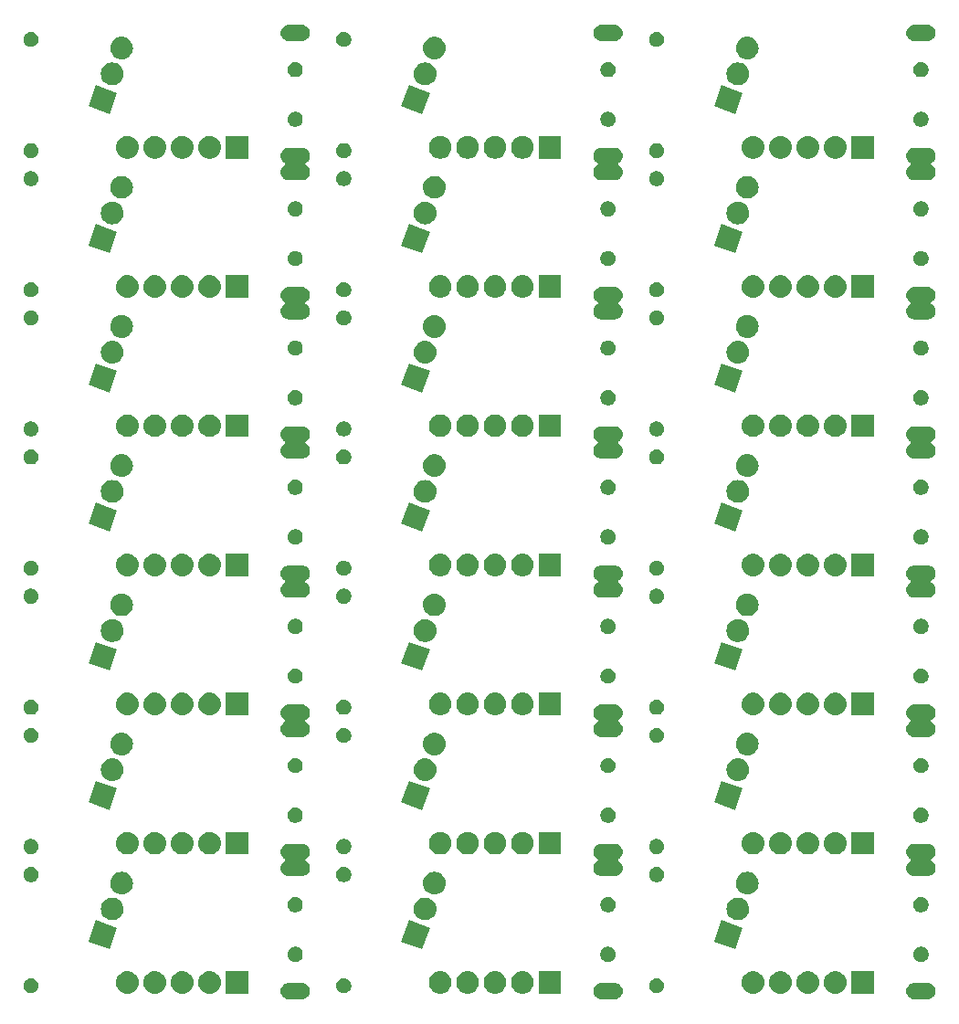
<source format=gbr>
G04 #@! TF.GenerationSoftware,KiCad,Pcbnew,5.0.1*
G04 #@! TF.CreationDate,2019-03-24T22:58:04-05:00*
G04 #@! TF.ProjectId,PlasticFrog,506C617374696346726F672E6B696361,rev?*
G04 #@! TF.SameCoordinates,Original*
G04 #@! TF.FileFunction,Soldermask,Bot*
G04 #@! TF.FilePolarity,Negative*
%FSLAX46Y46*%
G04 Gerber Fmt 4.6, Leading zero omitted, Abs format (unit mm)*
G04 Created by KiCad (PCBNEW 5.0.1) date Sun 24 Mar 2019 10:58:04 PM CDT*
%MOMM*%
%LPD*%
G01*
G04 APERTURE LIST*
%ADD10C,0.100000*%
G04 APERTURE END LIST*
D10*
G36*
X210347027Y-148360852D02*
X210488401Y-148403738D01*
X210618694Y-148473380D01*
X210732896Y-148567104D01*
X210826620Y-148681306D01*
X210896262Y-148811599D01*
X210939148Y-148952973D01*
X210953628Y-149100000D01*
X210939148Y-149247027D01*
X210896262Y-149388401D01*
X210826620Y-149518694D01*
X210732896Y-149632896D01*
X210618694Y-149726620D01*
X210488401Y-149796262D01*
X210347027Y-149839148D01*
X210236839Y-149850000D01*
X208963161Y-149850000D01*
X208852973Y-149839148D01*
X208711599Y-149796262D01*
X208581306Y-149726620D01*
X208467104Y-149632896D01*
X208373380Y-149518694D01*
X208303738Y-149388401D01*
X208260852Y-149247027D01*
X208246372Y-149100000D01*
X208260852Y-148952973D01*
X208303738Y-148811599D01*
X208373380Y-148681306D01*
X208467104Y-148567104D01*
X208581306Y-148473380D01*
X208711599Y-148403738D01*
X208852973Y-148360852D01*
X208963161Y-148350000D01*
X210236839Y-148350000D01*
X210347027Y-148360852D01*
X210347027Y-148360852D01*
G37*
G36*
X181347027Y-148360852D02*
X181488401Y-148403738D01*
X181618694Y-148473380D01*
X181732896Y-148567104D01*
X181826620Y-148681306D01*
X181896262Y-148811599D01*
X181939148Y-148952973D01*
X181953628Y-149100000D01*
X181939148Y-149247027D01*
X181896262Y-149388401D01*
X181826620Y-149518694D01*
X181732896Y-149632896D01*
X181618694Y-149726620D01*
X181488401Y-149796262D01*
X181347027Y-149839148D01*
X181236839Y-149850000D01*
X179963161Y-149850000D01*
X179852973Y-149839148D01*
X179711599Y-149796262D01*
X179581306Y-149726620D01*
X179467104Y-149632896D01*
X179373380Y-149518694D01*
X179303738Y-149388401D01*
X179260852Y-149247027D01*
X179246372Y-149100000D01*
X179260852Y-148952973D01*
X179303738Y-148811599D01*
X179373380Y-148681306D01*
X179467104Y-148567104D01*
X179581306Y-148473380D01*
X179711599Y-148403738D01*
X179852973Y-148360852D01*
X179963161Y-148350000D01*
X181236839Y-148350000D01*
X181347027Y-148360852D01*
X181347027Y-148360852D01*
G37*
G36*
X152347027Y-148360852D02*
X152488401Y-148403738D01*
X152618694Y-148473380D01*
X152732896Y-148567104D01*
X152826620Y-148681306D01*
X152896262Y-148811599D01*
X152939148Y-148952973D01*
X152953628Y-149100000D01*
X152939148Y-149247027D01*
X152896262Y-149388401D01*
X152826620Y-149518694D01*
X152732896Y-149632896D01*
X152618694Y-149726620D01*
X152488401Y-149796262D01*
X152347027Y-149839148D01*
X152236839Y-149850000D01*
X150963161Y-149850000D01*
X150852973Y-149839148D01*
X150711599Y-149796262D01*
X150581306Y-149726620D01*
X150467104Y-149632896D01*
X150373380Y-149518694D01*
X150303738Y-149388401D01*
X150260852Y-149247027D01*
X150246372Y-149100000D01*
X150260852Y-148952973D01*
X150303738Y-148811599D01*
X150373380Y-148681306D01*
X150467104Y-148567104D01*
X150581306Y-148473380D01*
X150711599Y-148403738D01*
X150852973Y-148360852D01*
X150963161Y-148350000D01*
X152236839Y-148350000D01*
X152347027Y-148360852D01*
X152347027Y-148360852D01*
G37*
G36*
X170248707Y-147257597D02*
X170325836Y-147265193D01*
X170457787Y-147305220D01*
X170523763Y-147325233D01*
X170706172Y-147422733D01*
X170866054Y-147553946D01*
X170997267Y-147713828D01*
X171094767Y-147896237D01*
X171114780Y-147962213D01*
X171154807Y-148094164D01*
X171175080Y-148300000D01*
X171154807Y-148505836D01*
X171136221Y-148567105D01*
X171094767Y-148703763D01*
X170997267Y-148886172D01*
X170866054Y-149046054D01*
X170706172Y-149177267D01*
X170523763Y-149274767D01*
X170457787Y-149294780D01*
X170325836Y-149334807D01*
X170248707Y-149342403D01*
X170171580Y-149350000D01*
X170068420Y-149350000D01*
X169991293Y-149342403D01*
X169914164Y-149334807D01*
X169782213Y-149294780D01*
X169716237Y-149274767D01*
X169533828Y-149177267D01*
X169373946Y-149046054D01*
X169242733Y-148886172D01*
X169145233Y-148703763D01*
X169103779Y-148567105D01*
X169085193Y-148505836D01*
X169064920Y-148300000D01*
X169085193Y-148094164D01*
X169125220Y-147962213D01*
X169145233Y-147896237D01*
X169242733Y-147713828D01*
X169373946Y-147553946D01*
X169533828Y-147422733D01*
X169716237Y-147325233D01*
X169782213Y-147305220D01*
X169914164Y-147265193D01*
X169991293Y-147257597D01*
X170068420Y-147250000D01*
X170171580Y-147250000D01*
X170248707Y-147257597D01*
X170248707Y-147257597D01*
G37*
G36*
X136168707Y-147257597D02*
X136245836Y-147265193D01*
X136377787Y-147305220D01*
X136443763Y-147325233D01*
X136626172Y-147422733D01*
X136786054Y-147553946D01*
X136917267Y-147713828D01*
X137014767Y-147896237D01*
X137034780Y-147962213D01*
X137074807Y-148094164D01*
X137095080Y-148300000D01*
X137074807Y-148505836D01*
X137056221Y-148567105D01*
X137014767Y-148703763D01*
X136917267Y-148886172D01*
X136786054Y-149046054D01*
X136626172Y-149177267D01*
X136443763Y-149274767D01*
X136377787Y-149294780D01*
X136245836Y-149334807D01*
X136168707Y-149342403D01*
X136091580Y-149350000D01*
X135988420Y-149350000D01*
X135911293Y-149342403D01*
X135834164Y-149334807D01*
X135702213Y-149294780D01*
X135636237Y-149274767D01*
X135453828Y-149177267D01*
X135293946Y-149046054D01*
X135162733Y-148886172D01*
X135065233Y-148703763D01*
X135023779Y-148567105D01*
X135005193Y-148505836D01*
X134984920Y-148300000D01*
X135005193Y-148094164D01*
X135045220Y-147962213D01*
X135065233Y-147896237D01*
X135162733Y-147713828D01*
X135293946Y-147553946D01*
X135453828Y-147422733D01*
X135636237Y-147325233D01*
X135702213Y-147305220D01*
X135834164Y-147265193D01*
X135911293Y-147257597D01*
X135988420Y-147250000D01*
X136091580Y-147250000D01*
X136168707Y-147257597D01*
X136168707Y-147257597D01*
G37*
G36*
X138708707Y-147257597D02*
X138785836Y-147265193D01*
X138917787Y-147305220D01*
X138983763Y-147325233D01*
X139166172Y-147422733D01*
X139326054Y-147553946D01*
X139457267Y-147713828D01*
X139554767Y-147896237D01*
X139574780Y-147962213D01*
X139614807Y-148094164D01*
X139635080Y-148300000D01*
X139614807Y-148505836D01*
X139596221Y-148567105D01*
X139554767Y-148703763D01*
X139457267Y-148886172D01*
X139326054Y-149046054D01*
X139166172Y-149177267D01*
X138983763Y-149274767D01*
X138917787Y-149294780D01*
X138785836Y-149334807D01*
X138708707Y-149342403D01*
X138631580Y-149350000D01*
X138528420Y-149350000D01*
X138451293Y-149342403D01*
X138374164Y-149334807D01*
X138242213Y-149294780D01*
X138176237Y-149274767D01*
X137993828Y-149177267D01*
X137833946Y-149046054D01*
X137702733Y-148886172D01*
X137605233Y-148703763D01*
X137563779Y-148567105D01*
X137545193Y-148505836D01*
X137524920Y-148300000D01*
X137545193Y-148094164D01*
X137585220Y-147962213D01*
X137605233Y-147896237D01*
X137702733Y-147713828D01*
X137833946Y-147553946D01*
X137993828Y-147422733D01*
X138176237Y-147325233D01*
X138242213Y-147305220D01*
X138374164Y-147265193D01*
X138451293Y-147257597D01*
X138528420Y-147250000D01*
X138631580Y-147250000D01*
X138708707Y-147257597D01*
X138708707Y-147257597D01*
G37*
G36*
X141248707Y-147257597D02*
X141325836Y-147265193D01*
X141457787Y-147305220D01*
X141523763Y-147325233D01*
X141706172Y-147422733D01*
X141866054Y-147553946D01*
X141997267Y-147713828D01*
X142094767Y-147896237D01*
X142114780Y-147962213D01*
X142154807Y-148094164D01*
X142175080Y-148300000D01*
X142154807Y-148505836D01*
X142136221Y-148567105D01*
X142094767Y-148703763D01*
X141997267Y-148886172D01*
X141866054Y-149046054D01*
X141706172Y-149177267D01*
X141523763Y-149274767D01*
X141457787Y-149294780D01*
X141325836Y-149334807D01*
X141248707Y-149342403D01*
X141171580Y-149350000D01*
X141068420Y-149350000D01*
X140991293Y-149342403D01*
X140914164Y-149334807D01*
X140782213Y-149294780D01*
X140716237Y-149274767D01*
X140533828Y-149177267D01*
X140373946Y-149046054D01*
X140242733Y-148886172D01*
X140145233Y-148703763D01*
X140103779Y-148567105D01*
X140085193Y-148505836D01*
X140064920Y-148300000D01*
X140085193Y-148094164D01*
X140125220Y-147962213D01*
X140145233Y-147896237D01*
X140242733Y-147713828D01*
X140373946Y-147553946D01*
X140533828Y-147422733D01*
X140716237Y-147325233D01*
X140782213Y-147305220D01*
X140914164Y-147265193D01*
X140991293Y-147257597D01*
X141068420Y-147250000D01*
X141171580Y-147250000D01*
X141248707Y-147257597D01*
X141248707Y-147257597D01*
G37*
G36*
X143788707Y-147257597D02*
X143865836Y-147265193D01*
X143997787Y-147305220D01*
X144063763Y-147325233D01*
X144246172Y-147422733D01*
X144406054Y-147553946D01*
X144537267Y-147713828D01*
X144634767Y-147896237D01*
X144654780Y-147962213D01*
X144694807Y-148094164D01*
X144715080Y-148300000D01*
X144694807Y-148505836D01*
X144676221Y-148567105D01*
X144634767Y-148703763D01*
X144537267Y-148886172D01*
X144406054Y-149046054D01*
X144246172Y-149177267D01*
X144063763Y-149274767D01*
X143997787Y-149294780D01*
X143865836Y-149334807D01*
X143788707Y-149342403D01*
X143711580Y-149350000D01*
X143608420Y-149350000D01*
X143531293Y-149342403D01*
X143454164Y-149334807D01*
X143322213Y-149294780D01*
X143256237Y-149274767D01*
X143073828Y-149177267D01*
X142913946Y-149046054D01*
X142782733Y-148886172D01*
X142685233Y-148703763D01*
X142643779Y-148567105D01*
X142625193Y-148505836D01*
X142604920Y-148300000D01*
X142625193Y-148094164D01*
X142665220Y-147962213D01*
X142685233Y-147896237D01*
X142782733Y-147713828D01*
X142913946Y-147553946D01*
X143073828Y-147422733D01*
X143256237Y-147325233D01*
X143322213Y-147305220D01*
X143454164Y-147265193D01*
X143531293Y-147257597D01*
X143608420Y-147250000D01*
X143711580Y-147250000D01*
X143788707Y-147257597D01*
X143788707Y-147257597D01*
G37*
G36*
X147250000Y-149350000D02*
X145150000Y-149350000D01*
X145150000Y-147250000D01*
X147250000Y-147250000D01*
X147250000Y-149350000D01*
X147250000Y-149350000D01*
G37*
G36*
X176250000Y-149350000D02*
X174150000Y-149350000D01*
X174150000Y-147250000D01*
X176250000Y-147250000D01*
X176250000Y-149350000D01*
X176250000Y-149350000D01*
G37*
G36*
X172788707Y-147257597D02*
X172865836Y-147265193D01*
X172997787Y-147305220D01*
X173063763Y-147325233D01*
X173246172Y-147422733D01*
X173406054Y-147553946D01*
X173537267Y-147713828D01*
X173634767Y-147896237D01*
X173654780Y-147962213D01*
X173694807Y-148094164D01*
X173715080Y-148300000D01*
X173694807Y-148505836D01*
X173676221Y-148567105D01*
X173634767Y-148703763D01*
X173537267Y-148886172D01*
X173406054Y-149046054D01*
X173246172Y-149177267D01*
X173063763Y-149274767D01*
X172997787Y-149294780D01*
X172865836Y-149334807D01*
X172788707Y-149342403D01*
X172711580Y-149350000D01*
X172608420Y-149350000D01*
X172531293Y-149342403D01*
X172454164Y-149334807D01*
X172322213Y-149294780D01*
X172256237Y-149274767D01*
X172073828Y-149177267D01*
X171913946Y-149046054D01*
X171782733Y-148886172D01*
X171685233Y-148703763D01*
X171643779Y-148567105D01*
X171625193Y-148505836D01*
X171604920Y-148300000D01*
X171625193Y-148094164D01*
X171665220Y-147962213D01*
X171685233Y-147896237D01*
X171782733Y-147713828D01*
X171913946Y-147553946D01*
X172073828Y-147422733D01*
X172256237Y-147325233D01*
X172322213Y-147305220D01*
X172454164Y-147265193D01*
X172531293Y-147257597D01*
X172608420Y-147250000D01*
X172711580Y-147250000D01*
X172788707Y-147257597D01*
X172788707Y-147257597D01*
G37*
G36*
X167708707Y-147257597D02*
X167785836Y-147265193D01*
X167917787Y-147305220D01*
X167983763Y-147325233D01*
X168166172Y-147422733D01*
X168326054Y-147553946D01*
X168457267Y-147713828D01*
X168554767Y-147896237D01*
X168574780Y-147962213D01*
X168614807Y-148094164D01*
X168635080Y-148300000D01*
X168614807Y-148505836D01*
X168596221Y-148567105D01*
X168554767Y-148703763D01*
X168457267Y-148886172D01*
X168326054Y-149046054D01*
X168166172Y-149177267D01*
X167983763Y-149274767D01*
X167917787Y-149294780D01*
X167785836Y-149334807D01*
X167708707Y-149342403D01*
X167631580Y-149350000D01*
X167528420Y-149350000D01*
X167451293Y-149342403D01*
X167374164Y-149334807D01*
X167242213Y-149294780D01*
X167176237Y-149274767D01*
X166993828Y-149177267D01*
X166833946Y-149046054D01*
X166702733Y-148886172D01*
X166605233Y-148703763D01*
X166563779Y-148567105D01*
X166545193Y-148505836D01*
X166524920Y-148300000D01*
X166545193Y-148094164D01*
X166585220Y-147962213D01*
X166605233Y-147896237D01*
X166702733Y-147713828D01*
X166833946Y-147553946D01*
X166993828Y-147422733D01*
X167176237Y-147325233D01*
X167242213Y-147305220D01*
X167374164Y-147265193D01*
X167451293Y-147257597D01*
X167528420Y-147250000D01*
X167631580Y-147250000D01*
X167708707Y-147257597D01*
X167708707Y-147257597D01*
G37*
G36*
X165168707Y-147257597D02*
X165245836Y-147265193D01*
X165377787Y-147305220D01*
X165443763Y-147325233D01*
X165626172Y-147422733D01*
X165786054Y-147553946D01*
X165917267Y-147713828D01*
X166014767Y-147896237D01*
X166034780Y-147962213D01*
X166074807Y-148094164D01*
X166095080Y-148300000D01*
X166074807Y-148505836D01*
X166056221Y-148567105D01*
X166014767Y-148703763D01*
X165917267Y-148886172D01*
X165786054Y-149046054D01*
X165626172Y-149177267D01*
X165443763Y-149274767D01*
X165377787Y-149294780D01*
X165245836Y-149334807D01*
X165168707Y-149342403D01*
X165091580Y-149350000D01*
X164988420Y-149350000D01*
X164911293Y-149342403D01*
X164834164Y-149334807D01*
X164702213Y-149294780D01*
X164636237Y-149274767D01*
X164453828Y-149177267D01*
X164293946Y-149046054D01*
X164162733Y-148886172D01*
X164065233Y-148703763D01*
X164023779Y-148567105D01*
X164005193Y-148505836D01*
X163984920Y-148300000D01*
X164005193Y-148094164D01*
X164045220Y-147962213D01*
X164065233Y-147896237D01*
X164162733Y-147713828D01*
X164293946Y-147553946D01*
X164453828Y-147422733D01*
X164636237Y-147325233D01*
X164702213Y-147305220D01*
X164834164Y-147265193D01*
X164911293Y-147257597D01*
X164988420Y-147250000D01*
X165091580Y-147250000D01*
X165168707Y-147257597D01*
X165168707Y-147257597D01*
G37*
G36*
X194168707Y-147257597D02*
X194245836Y-147265193D01*
X194377787Y-147305220D01*
X194443763Y-147325233D01*
X194626172Y-147422733D01*
X194786054Y-147553946D01*
X194917267Y-147713828D01*
X195014767Y-147896237D01*
X195034780Y-147962213D01*
X195074807Y-148094164D01*
X195095080Y-148300000D01*
X195074807Y-148505836D01*
X195056221Y-148567105D01*
X195014767Y-148703763D01*
X194917267Y-148886172D01*
X194786054Y-149046054D01*
X194626172Y-149177267D01*
X194443763Y-149274767D01*
X194377787Y-149294780D01*
X194245836Y-149334807D01*
X194168707Y-149342403D01*
X194091580Y-149350000D01*
X193988420Y-149350000D01*
X193911293Y-149342403D01*
X193834164Y-149334807D01*
X193702213Y-149294780D01*
X193636237Y-149274767D01*
X193453828Y-149177267D01*
X193293946Y-149046054D01*
X193162733Y-148886172D01*
X193065233Y-148703763D01*
X193023779Y-148567105D01*
X193005193Y-148505836D01*
X192984920Y-148300000D01*
X193005193Y-148094164D01*
X193045220Y-147962213D01*
X193065233Y-147896237D01*
X193162733Y-147713828D01*
X193293946Y-147553946D01*
X193453828Y-147422733D01*
X193636237Y-147325233D01*
X193702213Y-147305220D01*
X193834164Y-147265193D01*
X193911293Y-147257597D01*
X193988420Y-147250000D01*
X194091580Y-147250000D01*
X194168707Y-147257597D01*
X194168707Y-147257597D01*
G37*
G36*
X196708707Y-147257597D02*
X196785836Y-147265193D01*
X196917787Y-147305220D01*
X196983763Y-147325233D01*
X197166172Y-147422733D01*
X197326054Y-147553946D01*
X197457267Y-147713828D01*
X197554767Y-147896237D01*
X197574780Y-147962213D01*
X197614807Y-148094164D01*
X197635080Y-148300000D01*
X197614807Y-148505836D01*
X197596221Y-148567105D01*
X197554767Y-148703763D01*
X197457267Y-148886172D01*
X197326054Y-149046054D01*
X197166172Y-149177267D01*
X196983763Y-149274767D01*
X196917787Y-149294780D01*
X196785836Y-149334807D01*
X196708707Y-149342403D01*
X196631580Y-149350000D01*
X196528420Y-149350000D01*
X196451293Y-149342403D01*
X196374164Y-149334807D01*
X196242213Y-149294780D01*
X196176237Y-149274767D01*
X195993828Y-149177267D01*
X195833946Y-149046054D01*
X195702733Y-148886172D01*
X195605233Y-148703763D01*
X195563779Y-148567105D01*
X195545193Y-148505836D01*
X195524920Y-148300000D01*
X195545193Y-148094164D01*
X195585220Y-147962213D01*
X195605233Y-147896237D01*
X195702733Y-147713828D01*
X195833946Y-147553946D01*
X195993828Y-147422733D01*
X196176237Y-147325233D01*
X196242213Y-147305220D01*
X196374164Y-147265193D01*
X196451293Y-147257597D01*
X196528420Y-147250000D01*
X196631580Y-147250000D01*
X196708707Y-147257597D01*
X196708707Y-147257597D01*
G37*
G36*
X199248707Y-147257597D02*
X199325836Y-147265193D01*
X199457787Y-147305220D01*
X199523763Y-147325233D01*
X199706172Y-147422733D01*
X199866054Y-147553946D01*
X199997267Y-147713828D01*
X200094767Y-147896237D01*
X200114780Y-147962213D01*
X200154807Y-148094164D01*
X200175080Y-148300000D01*
X200154807Y-148505836D01*
X200136221Y-148567105D01*
X200094767Y-148703763D01*
X199997267Y-148886172D01*
X199866054Y-149046054D01*
X199706172Y-149177267D01*
X199523763Y-149274767D01*
X199457787Y-149294780D01*
X199325836Y-149334807D01*
X199248707Y-149342403D01*
X199171580Y-149350000D01*
X199068420Y-149350000D01*
X198991293Y-149342403D01*
X198914164Y-149334807D01*
X198782213Y-149294780D01*
X198716237Y-149274767D01*
X198533828Y-149177267D01*
X198373946Y-149046054D01*
X198242733Y-148886172D01*
X198145233Y-148703763D01*
X198103779Y-148567105D01*
X198085193Y-148505836D01*
X198064920Y-148300000D01*
X198085193Y-148094164D01*
X198125220Y-147962213D01*
X198145233Y-147896237D01*
X198242733Y-147713828D01*
X198373946Y-147553946D01*
X198533828Y-147422733D01*
X198716237Y-147325233D01*
X198782213Y-147305220D01*
X198914164Y-147265193D01*
X198991293Y-147257597D01*
X199068420Y-147250000D01*
X199171580Y-147250000D01*
X199248707Y-147257597D01*
X199248707Y-147257597D01*
G37*
G36*
X201788707Y-147257597D02*
X201865836Y-147265193D01*
X201997787Y-147305220D01*
X202063763Y-147325233D01*
X202246172Y-147422733D01*
X202406054Y-147553946D01*
X202537267Y-147713828D01*
X202634767Y-147896237D01*
X202654780Y-147962213D01*
X202694807Y-148094164D01*
X202715080Y-148300000D01*
X202694807Y-148505836D01*
X202676221Y-148567105D01*
X202634767Y-148703763D01*
X202537267Y-148886172D01*
X202406054Y-149046054D01*
X202246172Y-149177267D01*
X202063763Y-149274767D01*
X201997787Y-149294780D01*
X201865836Y-149334807D01*
X201788707Y-149342403D01*
X201711580Y-149350000D01*
X201608420Y-149350000D01*
X201531293Y-149342403D01*
X201454164Y-149334807D01*
X201322213Y-149294780D01*
X201256237Y-149274767D01*
X201073828Y-149177267D01*
X200913946Y-149046054D01*
X200782733Y-148886172D01*
X200685233Y-148703763D01*
X200643779Y-148567105D01*
X200625193Y-148505836D01*
X200604920Y-148300000D01*
X200625193Y-148094164D01*
X200665220Y-147962213D01*
X200685233Y-147896237D01*
X200782733Y-147713828D01*
X200913946Y-147553946D01*
X201073828Y-147422733D01*
X201256237Y-147325233D01*
X201322213Y-147305220D01*
X201454164Y-147265193D01*
X201531293Y-147257597D01*
X201608420Y-147250000D01*
X201711580Y-147250000D01*
X201788707Y-147257597D01*
X201788707Y-147257597D01*
G37*
G36*
X205250000Y-149350000D02*
X203150000Y-149350000D01*
X203150000Y-147250000D01*
X205250000Y-147250000D01*
X205250000Y-149350000D01*
X205250000Y-149350000D01*
G37*
G36*
X156304183Y-147926900D02*
X156431574Y-147979668D01*
X156546225Y-148056275D01*
X156643725Y-148153775D01*
X156720332Y-148268426D01*
X156773100Y-148395817D01*
X156800000Y-148531055D01*
X156800000Y-148668945D01*
X156773100Y-148804183D01*
X156739138Y-148886172D01*
X156720332Y-148931574D01*
X156643840Y-149046054D01*
X156643725Y-149046225D01*
X156546225Y-149143725D01*
X156431574Y-149220332D01*
X156304183Y-149273100D01*
X156168945Y-149300000D01*
X156031055Y-149300000D01*
X155895817Y-149273100D01*
X155768426Y-149220332D01*
X155653775Y-149143725D01*
X155556275Y-149046225D01*
X155556161Y-149046054D01*
X155479668Y-148931574D01*
X155460862Y-148886172D01*
X155426900Y-148804183D01*
X155400000Y-148668945D01*
X155400000Y-148531055D01*
X155426900Y-148395817D01*
X155479668Y-148268426D01*
X155556275Y-148153775D01*
X155653775Y-148056275D01*
X155768426Y-147979668D01*
X155895817Y-147926900D01*
X156031055Y-147900000D01*
X156168945Y-147900000D01*
X156304183Y-147926900D01*
X156304183Y-147926900D01*
G37*
G36*
X185304183Y-147926900D02*
X185431574Y-147979668D01*
X185546225Y-148056275D01*
X185643725Y-148153775D01*
X185720332Y-148268426D01*
X185773100Y-148395817D01*
X185800000Y-148531055D01*
X185800000Y-148668945D01*
X185773100Y-148804183D01*
X185739138Y-148886172D01*
X185720332Y-148931574D01*
X185643840Y-149046054D01*
X185643725Y-149046225D01*
X185546225Y-149143725D01*
X185431574Y-149220332D01*
X185304183Y-149273100D01*
X185168945Y-149300000D01*
X185031055Y-149300000D01*
X184895817Y-149273100D01*
X184768426Y-149220332D01*
X184653775Y-149143725D01*
X184556275Y-149046225D01*
X184556161Y-149046054D01*
X184479668Y-148931574D01*
X184460862Y-148886172D01*
X184426900Y-148804183D01*
X184400000Y-148668945D01*
X184400000Y-148531055D01*
X184426900Y-148395817D01*
X184479668Y-148268426D01*
X184556275Y-148153775D01*
X184653775Y-148056275D01*
X184768426Y-147979668D01*
X184895817Y-147926900D01*
X185031055Y-147900000D01*
X185168945Y-147900000D01*
X185304183Y-147926900D01*
X185304183Y-147926900D01*
G37*
G36*
X127304183Y-147926900D02*
X127431574Y-147979668D01*
X127546225Y-148056275D01*
X127643725Y-148153775D01*
X127720332Y-148268426D01*
X127773100Y-148395817D01*
X127800000Y-148531055D01*
X127800000Y-148668945D01*
X127773100Y-148804183D01*
X127739138Y-148886172D01*
X127720332Y-148931574D01*
X127643840Y-149046054D01*
X127643725Y-149046225D01*
X127546225Y-149143725D01*
X127431574Y-149220332D01*
X127304183Y-149273100D01*
X127168945Y-149300000D01*
X127031055Y-149300000D01*
X126895817Y-149273100D01*
X126768426Y-149220332D01*
X126653775Y-149143725D01*
X126556275Y-149046225D01*
X126556161Y-149046054D01*
X126479668Y-148931574D01*
X126460862Y-148886172D01*
X126426900Y-148804183D01*
X126400000Y-148668945D01*
X126400000Y-148531055D01*
X126426900Y-148395817D01*
X126479668Y-148268426D01*
X126556275Y-148153775D01*
X126653775Y-148056275D01*
X126768426Y-147979668D01*
X126895817Y-147926900D01*
X127031055Y-147900000D01*
X127168945Y-147900000D01*
X127304183Y-147926900D01*
X127304183Y-147926900D01*
G37*
G36*
X180804183Y-145026900D02*
X180931574Y-145079668D01*
X181046225Y-145156275D01*
X181143725Y-145253775D01*
X181220332Y-145368426D01*
X181273100Y-145495817D01*
X181300000Y-145631055D01*
X181300000Y-145768945D01*
X181273100Y-145904183D01*
X181220332Y-146031574D01*
X181143725Y-146146225D01*
X181046225Y-146243725D01*
X180931574Y-146320332D01*
X180804183Y-146373100D01*
X180668945Y-146400000D01*
X180531055Y-146400000D01*
X180395817Y-146373100D01*
X180268426Y-146320332D01*
X180153775Y-146243725D01*
X180056275Y-146146225D01*
X179979668Y-146031574D01*
X179926900Y-145904183D01*
X179900000Y-145768945D01*
X179900000Y-145631055D01*
X179926900Y-145495817D01*
X179979668Y-145368426D01*
X180056275Y-145253775D01*
X180153775Y-145156275D01*
X180268426Y-145079668D01*
X180395817Y-145026900D01*
X180531055Y-145000000D01*
X180668945Y-145000000D01*
X180804183Y-145026900D01*
X180804183Y-145026900D01*
G37*
G36*
X209804183Y-145026900D02*
X209931574Y-145079668D01*
X210046225Y-145156275D01*
X210143725Y-145253775D01*
X210220332Y-145368426D01*
X210273100Y-145495817D01*
X210300000Y-145631055D01*
X210300000Y-145768945D01*
X210273100Y-145904183D01*
X210220332Y-146031574D01*
X210143725Y-146146225D01*
X210046225Y-146243725D01*
X209931574Y-146320332D01*
X209804183Y-146373100D01*
X209668945Y-146400000D01*
X209531055Y-146400000D01*
X209395817Y-146373100D01*
X209268426Y-146320332D01*
X209153775Y-146243725D01*
X209056275Y-146146225D01*
X208979668Y-146031574D01*
X208926900Y-145904183D01*
X208900000Y-145768945D01*
X208900000Y-145631055D01*
X208926900Y-145495817D01*
X208979668Y-145368426D01*
X209056275Y-145253775D01*
X209153775Y-145156275D01*
X209268426Y-145079668D01*
X209395817Y-145026900D01*
X209531055Y-145000000D01*
X209668945Y-145000000D01*
X209804183Y-145026900D01*
X209804183Y-145026900D01*
G37*
G36*
X151804183Y-145026900D02*
X151931574Y-145079668D01*
X152046225Y-145156275D01*
X152143725Y-145253775D01*
X152220332Y-145368426D01*
X152273100Y-145495817D01*
X152300000Y-145631055D01*
X152300000Y-145768945D01*
X152273100Y-145904183D01*
X152220332Y-146031574D01*
X152143725Y-146146225D01*
X152046225Y-146243725D01*
X151931574Y-146320332D01*
X151804183Y-146373100D01*
X151668945Y-146400000D01*
X151531055Y-146400000D01*
X151395817Y-146373100D01*
X151268426Y-146320332D01*
X151153775Y-146243725D01*
X151056275Y-146146225D01*
X150979668Y-146031574D01*
X150926900Y-145904183D01*
X150900000Y-145768945D01*
X150900000Y-145631055D01*
X150926900Y-145495817D01*
X150979668Y-145368426D01*
X151056275Y-145253775D01*
X151153775Y-145156275D01*
X151268426Y-145079668D01*
X151395817Y-145026900D01*
X151531055Y-145000000D01*
X151668945Y-145000000D01*
X151804183Y-145026900D01*
X151804183Y-145026900D01*
G37*
G36*
X164108336Y-143246083D02*
X163390094Y-145219437D01*
X161416740Y-144501195D01*
X162134982Y-142527841D01*
X164108336Y-143246083D01*
X164108336Y-143246083D01*
G37*
G36*
X135108336Y-143246083D02*
X134390094Y-145219437D01*
X132416740Y-144501195D01*
X133134982Y-142527841D01*
X135108336Y-143246083D01*
X135108336Y-143246083D01*
G37*
G36*
X193108336Y-143246083D02*
X192390094Y-145219437D01*
X190416740Y-144501195D01*
X191134982Y-142527841D01*
X193108336Y-143246083D01*
X193108336Y-143246083D01*
G37*
G36*
X134759976Y-140444416D02*
X134837105Y-140452013D01*
X134969056Y-140492040D01*
X135035032Y-140512053D01*
X135217441Y-140609553D01*
X135377323Y-140740766D01*
X135508536Y-140900648D01*
X135606036Y-141083057D01*
X135606036Y-141083058D01*
X135666076Y-141280984D01*
X135686349Y-141486820D01*
X135666076Y-141692656D01*
X135633514Y-141800000D01*
X135606036Y-141890583D01*
X135508536Y-142072992D01*
X135377323Y-142232874D01*
X135217441Y-142364087D01*
X135035032Y-142461587D01*
X134969056Y-142481600D01*
X134837105Y-142521627D01*
X134759976Y-142529223D01*
X134682849Y-142536820D01*
X134579689Y-142536820D01*
X134502562Y-142529223D01*
X134425433Y-142521627D01*
X134293482Y-142481600D01*
X134227506Y-142461587D01*
X134045097Y-142364087D01*
X133885215Y-142232874D01*
X133754002Y-142072992D01*
X133656502Y-141890583D01*
X133629024Y-141800000D01*
X133596462Y-141692656D01*
X133576189Y-141486820D01*
X133596462Y-141280984D01*
X133656502Y-141083058D01*
X133656502Y-141083057D01*
X133754002Y-140900648D01*
X133885215Y-140740766D01*
X134045097Y-140609553D01*
X134227506Y-140512053D01*
X134293482Y-140492040D01*
X134425433Y-140452013D01*
X134502562Y-140444416D01*
X134579689Y-140436820D01*
X134682849Y-140436820D01*
X134759976Y-140444416D01*
X134759976Y-140444416D01*
G37*
G36*
X163759976Y-140444416D02*
X163837105Y-140452013D01*
X163969056Y-140492040D01*
X164035032Y-140512053D01*
X164217441Y-140609553D01*
X164377323Y-140740766D01*
X164508536Y-140900648D01*
X164606036Y-141083057D01*
X164606036Y-141083058D01*
X164666076Y-141280984D01*
X164686349Y-141486820D01*
X164666076Y-141692656D01*
X164633514Y-141800000D01*
X164606036Y-141890583D01*
X164508536Y-142072992D01*
X164377323Y-142232874D01*
X164217441Y-142364087D01*
X164035032Y-142461587D01*
X163969056Y-142481600D01*
X163837105Y-142521627D01*
X163759976Y-142529223D01*
X163682849Y-142536820D01*
X163579689Y-142536820D01*
X163502562Y-142529223D01*
X163425433Y-142521627D01*
X163293482Y-142481600D01*
X163227506Y-142461587D01*
X163045097Y-142364087D01*
X162885215Y-142232874D01*
X162754002Y-142072992D01*
X162656502Y-141890583D01*
X162629024Y-141800000D01*
X162596462Y-141692656D01*
X162576189Y-141486820D01*
X162596462Y-141280984D01*
X162656502Y-141083058D01*
X162656502Y-141083057D01*
X162754002Y-140900648D01*
X162885215Y-140740766D01*
X163045097Y-140609553D01*
X163227506Y-140512053D01*
X163293482Y-140492040D01*
X163425433Y-140452013D01*
X163502562Y-140444416D01*
X163579689Y-140436820D01*
X163682849Y-140436820D01*
X163759976Y-140444416D01*
X163759976Y-140444416D01*
G37*
G36*
X192759976Y-140444416D02*
X192837105Y-140452013D01*
X192969056Y-140492040D01*
X193035032Y-140512053D01*
X193217441Y-140609553D01*
X193377323Y-140740766D01*
X193508536Y-140900648D01*
X193606036Y-141083057D01*
X193606036Y-141083058D01*
X193666076Y-141280984D01*
X193686349Y-141486820D01*
X193666076Y-141692656D01*
X193633514Y-141800000D01*
X193606036Y-141890583D01*
X193508536Y-142072992D01*
X193377323Y-142232874D01*
X193217441Y-142364087D01*
X193035032Y-142461587D01*
X192969056Y-142481600D01*
X192837105Y-142521627D01*
X192759976Y-142529223D01*
X192682849Y-142536820D01*
X192579689Y-142536820D01*
X192502562Y-142529223D01*
X192425433Y-142521627D01*
X192293482Y-142481600D01*
X192227506Y-142461587D01*
X192045097Y-142364087D01*
X191885215Y-142232874D01*
X191754002Y-142072992D01*
X191656502Y-141890583D01*
X191629024Y-141800000D01*
X191596462Y-141692656D01*
X191576189Y-141486820D01*
X191596462Y-141280984D01*
X191656502Y-141083058D01*
X191656502Y-141083057D01*
X191754002Y-140900648D01*
X191885215Y-140740766D01*
X192045097Y-140609553D01*
X192227506Y-140512053D01*
X192293482Y-140492040D01*
X192425433Y-140452013D01*
X192502562Y-140444416D01*
X192579689Y-140436820D01*
X192682849Y-140436820D01*
X192759976Y-140444416D01*
X192759976Y-140444416D01*
G37*
G36*
X209804183Y-140426900D02*
X209931574Y-140479668D01*
X210046225Y-140556275D01*
X210143725Y-140653775D01*
X210220332Y-140768426D01*
X210273100Y-140895817D01*
X210300000Y-141031055D01*
X210300000Y-141168945D01*
X210273100Y-141304183D01*
X210220332Y-141431574D01*
X210143725Y-141546225D01*
X210046225Y-141643725D01*
X209931574Y-141720332D01*
X209804183Y-141773100D01*
X209668945Y-141800000D01*
X209531055Y-141800000D01*
X209395817Y-141773100D01*
X209268426Y-141720332D01*
X209153775Y-141643725D01*
X209056275Y-141546225D01*
X208979668Y-141431574D01*
X208926900Y-141304183D01*
X208900000Y-141168945D01*
X208900000Y-141031055D01*
X208926900Y-140895817D01*
X208979668Y-140768426D01*
X209056275Y-140653775D01*
X209153775Y-140556275D01*
X209268426Y-140479668D01*
X209395817Y-140426900D01*
X209531055Y-140400000D01*
X209668945Y-140400000D01*
X209804183Y-140426900D01*
X209804183Y-140426900D01*
G37*
G36*
X180804183Y-140426900D02*
X180931574Y-140479668D01*
X181046225Y-140556275D01*
X181143725Y-140653775D01*
X181220332Y-140768426D01*
X181273100Y-140895817D01*
X181300000Y-141031055D01*
X181300000Y-141168945D01*
X181273100Y-141304183D01*
X181220332Y-141431574D01*
X181143725Y-141546225D01*
X181046225Y-141643725D01*
X180931574Y-141720332D01*
X180804183Y-141773100D01*
X180668945Y-141800000D01*
X180531055Y-141800000D01*
X180395817Y-141773100D01*
X180268426Y-141720332D01*
X180153775Y-141643725D01*
X180056275Y-141546225D01*
X179979668Y-141431574D01*
X179926900Y-141304183D01*
X179900000Y-141168945D01*
X179900000Y-141031055D01*
X179926900Y-140895817D01*
X179979668Y-140768426D01*
X180056275Y-140653775D01*
X180153775Y-140556275D01*
X180268426Y-140479668D01*
X180395817Y-140426900D01*
X180531055Y-140400000D01*
X180668945Y-140400000D01*
X180804183Y-140426900D01*
X180804183Y-140426900D01*
G37*
G36*
X151804183Y-140426900D02*
X151931574Y-140479668D01*
X152046225Y-140556275D01*
X152143725Y-140653775D01*
X152220332Y-140768426D01*
X152273100Y-140895817D01*
X152300000Y-141031055D01*
X152300000Y-141168945D01*
X152273100Y-141304183D01*
X152220332Y-141431574D01*
X152143725Y-141546225D01*
X152046225Y-141643725D01*
X151931574Y-141720332D01*
X151804183Y-141773100D01*
X151668945Y-141800000D01*
X151531055Y-141800000D01*
X151395817Y-141773100D01*
X151268426Y-141720332D01*
X151153775Y-141643725D01*
X151056275Y-141546225D01*
X150979668Y-141431574D01*
X150926900Y-141304183D01*
X150900000Y-141168945D01*
X150900000Y-141031055D01*
X150926900Y-140895817D01*
X150979668Y-140768426D01*
X151056275Y-140653775D01*
X151153775Y-140556275D01*
X151268426Y-140479668D01*
X151395817Y-140426900D01*
X151531055Y-140400000D01*
X151668945Y-140400000D01*
X151804183Y-140426900D01*
X151804183Y-140426900D01*
G37*
G36*
X135628707Y-138057597D02*
X135705836Y-138065193D01*
X135806790Y-138095817D01*
X135903763Y-138125233D01*
X136086172Y-138222733D01*
X136246054Y-138353946D01*
X136377267Y-138513828D01*
X136474767Y-138696237D01*
X136474767Y-138696238D01*
X136534807Y-138894164D01*
X136555080Y-139100000D01*
X136534807Y-139305836D01*
X136494780Y-139437787D01*
X136474767Y-139503763D01*
X136377267Y-139686172D01*
X136246054Y-139846054D01*
X136086172Y-139977267D01*
X135903763Y-140074767D01*
X135837787Y-140094780D01*
X135705836Y-140134807D01*
X135628707Y-140142404D01*
X135551580Y-140150000D01*
X135448420Y-140150000D01*
X135371293Y-140142404D01*
X135294164Y-140134807D01*
X135162213Y-140094780D01*
X135096237Y-140074767D01*
X134913828Y-139977267D01*
X134753946Y-139846054D01*
X134622733Y-139686172D01*
X134525233Y-139503763D01*
X134505220Y-139437787D01*
X134465193Y-139305836D01*
X134444920Y-139100000D01*
X134465193Y-138894164D01*
X134525233Y-138696238D01*
X134525233Y-138696237D01*
X134622733Y-138513828D01*
X134753946Y-138353946D01*
X134913828Y-138222733D01*
X135096237Y-138125233D01*
X135193210Y-138095817D01*
X135294164Y-138065193D01*
X135371293Y-138057597D01*
X135448420Y-138050000D01*
X135551580Y-138050000D01*
X135628707Y-138057597D01*
X135628707Y-138057597D01*
G37*
G36*
X164628707Y-138057597D02*
X164705836Y-138065193D01*
X164806790Y-138095817D01*
X164903763Y-138125233D01*
X165086172Y-138222733D01*
X165246054Y-138353946D01*
X165377267Y-138513828D01*
X165474767Y-138696237D01*
X165474767Y-138696238D01*
X165534807Y-138894164D01*
X165555080Y-139100000D01*
X165534807Y-139305836D01*
X165494780Y-139437787D01*
X165474767Y-139503763D01*
X165377267Y-139686172D01*
X165246054Y-139846054D01*
X165086172Y-139977267D01*
X164903763Y-140074767D01*
X164837787Y-140094780D01*
X164705836Y-140134807D01*
X164628707Y-140142404D01*
X164551580Y-140150000D01*
X164448420Y-140150000D01*
X164371293Y-140142404D01*
X164294164Y-140134807D01*
X164162213Y-140094780D01*
X164096237Y-140074767D01*
X163913828Y-139977267D01*
X163753946Y-139846054D01*
X163622733Y-139686172D01*
X163525233Y-139503763D01*
X163505220Y-139437787D01*
X163465193Y-139305836D01*
X163444920Y-139100000D01*
X163465193Y-138894164D01*
X163525233Y-138696238D01*
X163525233Y-138696237D01*
X163622733Y-138513828D01*
X163753946Y-138353946D01*
X163913828Y-138222733D01*
X164096237Y-138125233D01*
X164193210Y-138095817D01*
X164294164Y-138065193D01*
X164371293Y-138057597D01*
X164448420Y-138050000D01*
X164551580Y-138050000D01*
X164628707Y-138057597D01*
X164628707Y-138057597D01*
G37*
G36*
X193628707Y-138057597D02*
X193705836Y-138065193D01*
X193806790Y-138095817D01*
X193903763Y-138125233D01*
X194086172Y-138222733D01*
X194246054Y-138353946D01*
X194377267Y-138513828D01*
X194474767Y-138696237D01*
X194474767Y-138696238D01*
X194534807Y-138894164D01*
X194555080Y-139100000D01*
X194534807Y-139305836D01*
X194494780Y-139437787D01*
X194474767Y-139503763D01*
X194377267Y-139686172D01*
X194246054Y-139846054D01*
X194086172Y-139977267D01*
X193903763Y-140074767D01*
X193837787Y-140094780D01*
X193705836Y-140134807D01*
X193628707Y-140142404D01*
X193551580Y-140150000D01*
X193448420Y-140150000D01*
X193371293Y-140142404D01*
X193294164Y-140134807D01*
X193162213Y-140094780D01*
X193096237Y-140074767D01*
X192913828Y-139977267D01*
X192753946Y-139846054D01*
X192622733Y-139686172D01*
X192525233Y-139503763D01*
X192505220Y-139437787D01*
X192465193Y-139305836D01*
X192444920Y-139100000D01*
X192465193Y-138894164D01*
X192525233Y-138696238D01*
X192525233Y-138696237D01*
X192622733Y-138513828D01*
X192753946Y-138353946D01*
X192913828Y-138222733D01*
X193096237Y-138125233D01*
X193193210Y-138095817D01*
X193294164Y-138065193D01*
X193371293Y-138057597D01*
X193448420Y-138050000D01*
X193551580Y-138050000D01*
X193628707Y-138057597D01*
X193628707Y-138057597D01*
G37*
G36*
X156304183Y-137626900D02*
X156431574Y-137679668D01*
X156546225Y-137756275D01*
X156643725Y-137853775D01*
X156720332Y-137968426D01*
X156773100Y-138095817D01*
X156800000Y-138231055D01*
X156800000Y-138368945D01*
X156773100Y-138504183D01*
X156720332Y-138631574D01*
X156643726Y-138746224D01*
X156546224Y-138843726D01*
X156431574Y-138920332D01*
X156304183Y-138973100D01*
X156168945Y-139000000D01*
X156031055Y-139000000D01*
X155895817Y-138973100D01*
X155768426Y-138920332D01*
X155653776Y-138843726D01*
X155556274Y-138746224D01*
X155479668Y-138631574D01*
X155426900Y-138504183D01*
X155400000Y-138368945D01*
X155400000Y-138231055D01*
X155426900Y-138095817D01*
X155479668Y-137968426D01*
X155556275Y-137853775D01*
X155653775Y-137756275D01*
X155768426Y-137679668D01*
X155895817Y-137626900D01*
X156031055Y-137600000D01*
X156168945Y-137600000D01*
X156304183Y-137626900D01*
X156304183Y-137626900D01*
G37*
G36*
X127304183Y-137626900D02*
X127431574Y-137679668D01*
X127546225Y-137756275D01*
X127643725Y-137853775D01*
X127720332Y-137968426D01*
X127773100Y-138095817D01*
X127800000Y-138231055D01*
X127800000Y-138368945D01*
X127773100Y-138504183D01*
X127720332Y-138631574D01*
X127643726Y-138746224D01*
X127546224Y-138843726D01*
X127431574Y-138920332D01*
X127304183Y-138973100D01*
X127168945Y-139000000D01*
X127031055Y-139000000D01*
X126895817Y-138973100D01*
X126768426Y-138920332D01*
X126653776Y-138843726D01*
X126556274Y-138746224D01*
X126479668Y-138631574D01*
X126426900Y-138504183D01*
X126400000Y-138368945D01*
X126400000Y-138231055D01*
X126426900Y-138095817D01*
X126479668Y-137968426D01*
X126556275Y-137853775D01*
X126653775Y-137756275D01*
X126768426Y-137679668D01*
X126895817Y-137626900D01*
X127031055Y-137600000D01*
X127168945Y-137600000D01*
X127304183Y-137626900D01*
X127304183Y-137626900D01*
G37*
G36*
X185304183Y-137626900D02*
X185431574Y-137679668D01*
X185546225Y-137756275D01*
X185643725Y-137853775D01*
X185720332Y-137968426D01*
X185773100Y-138095817D01*
X185800000Y-138231055D01*
X185800000Y-138368945D01*
X185773100Y-138504183D01*
X185720332Y-138631574D01*
X185643726Y-138746224D01*
X185546224Y-138843726D01*
X185431574Y-138920332D01*
X185304183Y-138973100D01*
X185168945Y-139000000D01*
X185031055Y-139000000D01*
X184895817Y-138973100D01*
X184768426Y-138920332D01*
X184653776Y-138843726D01*
X184556274Y-138746224D01*
X184479668Y-138631574D01*
X184426900Y-138504183D01*
X184400000Y-138368945D01*
X184400000Y-138231055D01*
X184426900Y-138095817D01*
X184479668Y-137968426D01*
X184556275Y-137853775D01*
X184653775Y-137756275D01*
X184768426Y-137679668D01*
X184895817Y-137626900D01*
X185031055Y-137600000D01*
X185168945Y-137600000D01*
X185304183Y-137626900D01*
X185304183Y-137626900D01*
G37*
G36*
X210347027Y-135460852D02*
X210488401Y-135503738D01*
X210618694Y-135573380D01*
X210732896Y-135667104D01*
X210826620Y-135781306D01*
X210896262Y-135911599D01*
X210939148Y-136052973D01*
X210953628Y-136200000D01*
X210939148Y-136347027D01*
X210896262Y-136488401D01*
X210826620Y-136618694D01*
X210732896Y-136732896D01*
X210618694Y-136826620D01*
X210594110Y-136839760D01*
X210573735Y-136853373D01*
X210556408Y-136870701D01*
X210542794Y-136891075D01*
X210533417Y-136913714D01*
X210528636Y-136937747D01*
X210528636Y-136962252D01*
X210533416Y-136986285D01*
X210542794Y-137008924D01*
X210556407Y-137029299D01*
X210573735Y-137046626D01*
X210594110Y-137060240D01*
X210618694Y-137073380D01*
X210732896Y-137167104D01*
X210826620Y-137281306D01*
X210896262Y-137411599D01*
X210939148Y-137552973D01*
X210953628Y-137700000D01*
X210939148Y-137847027D01*
X210896262Y-137988401D01*
X210826620Y-138118694D01*
X210732896Y-138232896D01*
X210618694Y-138326620D01*
X210488401Y-138396262D01*
X210347027Y-138439148D01*
X210236839Y-138450000D01*
X208963161Y-138450000D01*
X208852973Y-138439148D01*
X208711599Y-138396262D01*
X208581306Y-138326620D01*
X208467104Y-138232896D01*
X208373380Y-138118694D01*
X208303738Y-137988401D01*
X208260852Y-137847027D01*
X208246372Y-137700000D01*
X208260852Y-137552973D01*
X208303738Y-137411599D01*
X208373380Y-137281306D01*
X208467104Y-137167104D01*
X208581306Y-137073380D01*
X208605890Y-137060240D01*
X208626265Y-137046627D01*
X208643592Y-137029299D01*
X208657206Y-137008925D01*
X208666583Y-136986286D01*
X208671364Y-136962253D01*
X208671364Y-136937748D01*
X208666584Y-136913715D01*
X208657206Y-136891076D01*
X208643593Y-136870701D01*
X208626265Y-136853374D01*
X208605890Y-136839760D01*
X208581306Y-136826620D01*
X208467104Y-136732896D01*
X208373380Y-136618694D01*
X208303738Y-136488401D01*
X208260852Y-136347027D01*
X208246372Y-136200000D01*
X208260852Y-136052973D01*
X208303738Y-135911599D01*
X208373380Y-135781306D01*
X208467104Y-135667104D01*
X208581306Y-135573380D01*
X208711599Y-135503738D01*
X208852973Y-135460852D01*
X208963161Y-135450000D01*
X210236839Y-135450000D01*
X210347027Y-135460852D01*
X210347027Y-135460852D01*
G37*
G36*
X181347027Y-135460852D02*
X181488401Y-135503738D01*
X181618694Y-135573380D01*
X181732896Y-135667104D01*
X181826620Y-135781306D01*
X181896262Y-135911599D01*
X181939148Y-136052973D01*
X181953628Y-136200000D01*
X181939148Y-136347027D01*
X181896262Y-136488401D01*
X181826620Y-136618694D01*
X181732896Y-136732896D01*
X181618694Y-136826620D01*
X181594110Y-136839760D01*
X181573735Y-136853373D01*
X181556408Y-136870701D01*
X181542794Y-136891075D01*
X181533417Y-136913714D01*
X181528636Y-136937747D01*
X181528636Y-136962252D01*
X181533416Y-136986285D01*
X181542794Y-137008924D01*
X181556407Y-137029299D01*
X181573735Y-137046626D01*
X181594110Y-137060240D01*
X181618694Y-137073380D01*
X181732896Y-137167104D01*
X181826620Y-137281306D01*
X181896262Y-137411599D01*
X181939148Y-137552973D01*
X181953628Y-137700000D01*
X181939148Y-137847027D01*
X181896262Y-137988401D01*
X181826620Y-138118694D01*
X181732896Y-138232896D01*
X181618694Y-138326620D01*
X181488401Y-138396262D01*
X181347027Y-138439148D01*
X181236839Y-138450000D01*
X179963161Y-138450000D01*
X179852973Y-138439148D01*
X179711599Y-138396262D01*
X179581306Y-138326620D01*
X179467104Y-138232896D01*
X179373380Y-138118694D01*
X179303738Y-137988401D01*
X179260852Y-137847027D01*
X179246372Y-137700000D01*
X179260852Y-137552973D01*
X179303738Y-137411599D01*
X179373380Y-137281306D01*
X179467104Y-137167104D01*
X179581306Y-137073380D01*
X179605890Y-137060240D01*
X179626265Y-137046627D01*
X179643592Y-137029299D01*
X179657206Y-137008925D01*
X179666583Y-136986286D01*
X179671364Y-136962253D01*
X179671364Y-136937748D01*
X179666584Y-136913715D01*
X179657206Y-136891076D01*
X179643593Y-136870701D01*
X179626265Y-136853374D01*
X179605890Y-136839760D01*
X179581306Y-136826620D01*
X179467104Y-136732896D01*
X179373380Y-136618694D01*
X179303738Y-136488401D01*
X179260852Y-136347027D01*
X179246372Y-136200000D01*
X179260852Y-136052973D01*
X179303738Y-135911599D01*
X179373380Y-135781306D01*
X179467104Y-135667104D01*
X179581306Y-135573380D01*
X179711599Y-135503738D01*
X179852973Y-135460852D01*
X179963161Y-135450000D01*
X181236839Y-135450000D01*
X181347027Y-135460852D01*
X181347027Y-135460852D01*
G37*
G36*
X152347027Y-135460852D02*
X152488401Y-135503738D01*
X152618694Y-135573380D01*
X152732896Y-135667104D01*
X152826620Y-135781306D01*
X152896262Y-135911599D01*
X152939148Y-136052973D01*
X152953628Y-136200000D01*
X152939148Y-136347027D01*
X152896262Y-136488401D01*
X152826620Y-136618694D01*
X152732896Y-136732896D01*
X152618694Y-136826620D01*
X152594110Y-136839760D01*
X152573735Y-136853373D01*
X152556408Y-136870701D01*
X152542794Y-136891075D01*
X152533417Y-136913714D01*
X152528636Y-136937747D01*
X152528636Y-136962252D01*
X152533416Y-136986285D01*
X152542794Y-137008924D01*
X152556407Y-137029299D01*
X152573735Y-137046626D01*
X152594110Y-137060240D01*
X152618694Y-137073380D01*
X152732896Y-137167104D01*
X152826620Y-137281306D01*
X152896262Y-137411599D01*
X152939148Y-137552973D01*
X152953628Y-137700000D01*
X152939148Y-137847027D01*
X152896262Y-137988401D01*
X152826620Y-138118694D01*
X152732896Y-138232896D01*
X152618694Y-138326620D01*
X152488401Y-138396262D01*
X152347027Y-138439148D01*
X152236839Y-138450000D01*
X150963161Y-138450000D01*
X150852973Y-138439148D01*
X150711599Y-138396262D01*
X150581306Y-138326620D01*
X150467104Y-138232896D01*
X150373380Y-138118694D01*
X150303738Y-137988401D01*
X150260852Y-137847027D01*
X150246372Y-137700000D01*
X150260852Y-137552973D01*
X150303738Y-137411599D01*
X150373380Y-137281306D01*
X150467104Y-137167104D01*
X150581306Y-137073380D01*
X150605890Y-137060240D01*
X150626265Y-137046627D01*
X150643592Y-137029299D01*
X150657206Y-137008925D01*
X150666583Y-136986286D01*
X150671364Y-136962253D01*
X150671364Y-136937748D01*
X150666584Y-136913715D01*
X150657206Y-136891076D01*
X150643593Y-136870701D01*
X150626265Y-136853374D01*
X150605890Y-136839760D01*
X150581306Y-136826620D01*
X150467104Y-136732896D01*
X150373380Y-136618694D01*
X150303738Y-136488401D01*
X150260852Y-136347027D01*
X150246372Y-136200000D01*
X150260852Y-136052973D01*
X150303738Y-135911599D01*
X150373380Y-135781306D01*
X150467104Y-135667104D01*
X150581306Y-135573380D01*
X150711599Y-135503738D01*
X150852973Y-135460852D01*
X150963161Y-135450000D01*
X152236839Y-135450000D01*
X152347027Y-135460852D01*
X152347027Y-135460852D01*
G37*
G36*
X136168707Y-134357596D02*
X136245836Y-134365193D01*
X136377787Y-134405220D01*
X136443763Y-134425233D01*
X136626172Y-134522733D01*
X136786054Y-134653946D01*
X136917267Y-134813828D01*
X137014767Y-134996237D01*
X137034780Y-135062213D01*
X137074807Y-135194164D01*
X137095080Y-135400000D01*
X137074807Y-135605836D01*
X137056221Y-135667105D01*
X137014767Y-135803763D01*
X136917267Y-135986172D01*
X136786054Y-136146054D01*
X136626172Y-136277267D01*
X136443763Y-136374767D01*
X136377787Y-136394780D01*
X136245836Y-136434807D01*
X136168707Y-136442404D01*
X136091580Y-136450000D01*
X135988420Y-136450000D01*
X135911293Y-136442404D01*
X135834164Y-136434807D01*
X135702213Y-136394780D01*
X135636237Y-136374767D01*
X135453828Y-136277267D01*
X135293946Y-136146054D01*
X135162733Y-135986172D01*
X135065233Y-135803763D01*
X135023779Y-135667105D01*
X135005193Y-135605836D01*
X134984920Y-135400000D01*
X135005193Y-135194164D01*
X135045220Y-135062213D01*
X135065233Y-134996237D01*
X135162733Y-134813828D01*
X135293946Y-134653946D01*
X135453828Y-134522733D01*
X135636237Y-134425233D01*
X135702213Y-134405220D01*
X135834164Y-134365193D01*
X135911293Y-134357596D01*
X135988420Y-134350000D01*
X136091580Y-134350000D01*
X136168707Y-134357596D01*
X136168707Y-134357596D01*
G37*
G36*
X194168707Y-134357596D02*
X194245836Y-134365193D01*
X194377787Y-134405220D01*
X194443763Y-134425233D01*
X194626172Y-134522733D01*
X194786054Y-134653946D01*
X194917267Y-134813828D01*
X195014767Y-134996237D01*
X195034780Y-135062213D01*
X195074807Y-135194164D01*
X195095080Y-135400000D01*
X195074807Y-135605836D01*
X195056221Y-135667105D01*
X195014767Y-135803763D01*
X194917267Y-135986172D01*
X194786054Y-136146054D01*
X194626172Y-136277267D01*
X194443763Y-136374767D01*
X194377787Y-136394780D01*
X194245836Y-136434807D01*
X194168707Y-136442404D01*
X194091580Y-136450000D01*
X193988420Y-136450000D01*
X193911293Y-136442404D01*
X193834164Y-136434807D01*
X193702213Y-136394780D01*
X193636237Y-136374767D01*
X193453828Y-136277267D01*
X193293946Y-136146054D01*
X193162733Y-135986172D01*
X193065233Y-135803763D01*
X193023779Y-135667105D01*
X193005193Y-135605836D01*
X192984920Y-135400000D01*
X193005193Y-135194164D01*
X193045220Y-135062213D01*
X193065233Y-134996237D01*
X193162733Y-134813828D01*
X193293946Y-134653946D01*
X193453828Y-134522733D01*
X193636237Y-134425233D01*
X193702213Y-134405220D01*
X193834164Y-134365193D01*
X193911293Y-134357596D01*
X193988420Y-134350000D01*
X194091580Y-134350000D01*
X194168707Y-134357596D01*
X194168707Y-134357596D01*
G37*
G36*
X199248707Y-134357596D02*
X199325836Y-134365193D01*
X199457787Y-134405220D01*
X199523763Y-134425233D01*
X199706172Y-134522733D01*
X199866054Y-134653946D01*
X199997267Y-134813828D01*
X200094767Y-134996237D01*
X200114780Y-135062213D01*
X200154807Y-135194164D01*
X200175080Y-135400000D01*
X200154807Y-135605836D01*
X200136221Y-135667105D01*
X200094767Y-135803763D01*
X199997267Y-135986172D01*
X199866054Y-136146054D01*
X199706172Y-136277267D01*
X199523763Y-136374767D01*
X199457787Y-136394780D01*
X199325836Y-136434807D01*
X199248707Y-136442404D01*
X199171580Y-136450000D01*
X199068420Y-136450000D01*
X198991293Y-136442404D01*
X198914164Y-136434807D01*
X198782213Y-136394780D01*
X198716237Y-136374767D01*
X198533828Y-136277267D01*
X198373946Y-136146054D01*
X198242733Y-135986172D01*
X198145233Y-135803763D01*
X198103779Y-135667105D01*
X198085193Y-135605836D01*
X198064920Y-135400000D01*
X198085193Y-135194164D01*
X198125220Y-135062213D01*
X198145233Y-134996237D01*
X198242733Y-134813828D01*
X198373946Y-134653946D01*
X198533828Y-134522733D01*
X198716237Y-134425233D01*
X198782213Y-134405220D01*
X198914164Y-134365193D01*
X198991293Y-134357596D01*
X199068420Y-134350000D01*
X199171580Y-134350000D01*
X199248707Y-134357596D01*
X199248707Y-134357596D01*
G37*
G36*
X201788707Y-134357596D02*
X201865836Y-134365193D01*
X201997787Y-134405220D01*
X202063763Y-134425233D01*
X202246172Y-134522733D01*
X202406054Y-134653946D01*
X202537267Y-134813828D01*
X202634767Y-134996237D01*
X202654780Y-135062213D01*
X202694807Y-135194164D01*
X202715080Y-135400000D01*
X202694807Y-135605836D01*
X202676221Y-135667105D01*
X202634767Y-135803763D01*
X202537267Y-135986172D01*
X202406054Y-136146054D01*
X202246172Y-136277267D01*
X202063763Y-136374767D01*
X201997787Y-136394780D01*
X201865836Y-136434807D01*
X201788707Y-136442404D01*
X201711580Y-136450000D01*
X201608420Y-136450000D01*
X201531293Y-136442404D01*
X201454164Y-136434807D01*
X201322213Y-136394780D01*
X201256237Y-136374767D01*
X201073828Y-136277267D01*
X200913946Y-136146054D01*
X200782733Y-135986172D01*
X200685233Y-135803763D01*
X200643779Y-135667105D01*
X200625193Y-135605836D01*
X200604920Y-135400000D01*
X200625193Y-135194164D01*
X200665220Y-135062213D01*
X200685233Y-134996237D01*
X200782733Y-134813828D01*
X200913946Y-134653946D01*
X201073828Y-134522733D01*
X201256237Y-134425233D01*
X201322213Y-134405220D01*
X201454164Y-134365193D01*
X201531293Y-134357596D01*
X201608420Y-134350000D01*
X201711580Y-134350000D01*
X201788707Y-134357596D01*
X201788707Y-134357596D01*
G37*
G36*
X138708707Y-134357596D02*
X138785836Y-134365193D01*
X138917787Y-134405220D01*
X138983763Y-134425233D01*
X139166172Y-134522733D01*
X139326054Y-134653946D01*
X139457267Y-134813828D01*
X139554767Y-134996237D01*
X139574780Y-135062213D01*
X139614807Y-135194164D01*
X139635080Y-135400000D01*
X139614807Y-135605836D01*
X139596221Y-135667105D01*
X139554767Y-135803763D01*
X139457267Y-135986172D01*
X139326054Y-136146054D01*
X139166172Y-136277267D01*
X138983763Y-136374767D01*
X138917787Y-136394780D01*
X138785836Y-136434807D01*
X138708707Y-136442404D01*
X138631580Y-136450000D01*
X138528420Y-136450000D01*
X138451293Y-136442404D01*
X138374164Y-136434807D01*
X138242213Y-136394780D01*
X138176237Y-136374767D01*
X137993828Y-136277267D01*
X137833946Y-136146054D01*
X137702733Y-135986172D01*
X137605233Y-135803763D01*
X137563779Y-135667105D01*
X137545193Y-135605836D01*
X137524920Y-135400000D01*
X137545193Y-135194164D01*
X137585220Y-135062213D01*
X137605233Y-134996237D01*
X137702733Y-134813828D01*
X137833946Y-134653946D01*
X137993828Y-134522733D01*
X138176237Y-134425233D01*
X138242213Y-134405220D01*
X138374164Y-134365193D01*
X138451293Y-134357596D01*
X138528420Y-134350000D01*
X138631580Y-134350000D01*
X138708707Y-134357596D01*
X138708707Y-134357596D01*
G37*
G36*
X141248707Y-134357596D02*
X141325836Y-134365193D01*
X141457787Y-134405220D01*
X141523763Y-134425233D01*
X141706172Y-134522733D01*
X141866054Y-134653946D01*
X141997267Y-134813828D01*
X142094767Y-134996237D01*
X142114780Y-135062213D01*
X142154807Y-135194164D01*
X142175080Y-135400000D01*
X142154807Y-135605836D01*
X142136221Y-135667105D01*
X142094767Y-135803763D01*
X141997267Y-135986172D01*
X141866054Y-136146054D01*
X141706172Y-136277267D01*
X141523763Y-136374767D01*
X141457787Y-136394780D01*
X141325836Y-136434807D01*
X141248707Y-136442404D01*
X141171580Y-136450000D01*
X141068420Y-136450000D01*
X140991293Y-136442404D01*
X140914164Y-136434807D01*
X140782213Y-136394780D01*
X140716237Y-136374767D01*
X140533828Y-136277267D01*
X140373946Y-136146054D01*
X140242733Y-135986172D01*
X140145233Y-135803763D01*
X140103779Y-135667105D01*
X140085193Y-135605836D01*
X140064920Y-135400000D01*
X140085193Y-135194164D01*
X140125220Y-135062213D01*
X140145233Y-134996237D01*
X140242733Y-134813828D01*
X140373946Y-134653946D01*
X140533828Y-134522733D01*
X140716237Y-134425233D01*
X140782213Y-134405220D01*
X140914164Y-134365193D01*
X140991293Y-134357596D01*
X141068420Y-134350000D01*
X141171580Y-134350000D01*
X141248707Y-134357596D01*
X141248707Y-134357596D01*
G37*
G36*
X143788707Y-134357596D02*
X143865836Y-134365193D01*
X143997787Y-134405220D01*
X144063763Y-134425233D01*
X144246172Y-134522733D01*
X144406054Y-134653946D01*
X144537267Y-134813828D01*
X144634767Y-134996237D01*
X144654780Y-135062213D01*
X144694807Y-135194164D01*
X144715080Y-135400000D01*
X144694807Y-135605836D01*
X144676221Y-135667105D01*
X144634767Y-135803763D01*
X144537267Y-135986172D01*
X144406054Y-136146054D01*
X144246172Y-136277267D01*
X144063763Y-136374767D01*
X143997787Y-136394780D01*
X143865836Y-136434807D01*
X143788707Y-136442404D01*
X143711580Y-136450000D01*
X143608420Y-136450000D01*
X143531293Y-136442404D01*
X143454164Y-136434807D01*
X143322213Y-136394780D01*
X143256237Y-136374767D01*
X143073828Y-136277267D01*
X142913946Y-136146054D01*
X142782733Y-135986172D01*
X142685233Y-135803763D01*
X142643779Y-135667105D01*
X142625193Y-135605836D01*
X142604920Y-135400000D01*
X142625193Y-135194164D01*
X142665220Y-135062213D01*
X142685233Y-134996237D01*
X142782733Y-134813828D01*
X142913946Y-134653946D01*
X143073828Y-134522733D01*
X143256237Y-134425233D01*
X143322213Y-134405220D01*
X143454164Y-134365193D01*
X143531293Y-134357596D01*
X143608420Y-134350000D01*
X143711580Y-134350000D01*
X143788707Y-134357596D01*
X143788707Y-134357596D01*
G37*
G36*
X205250000Y-136450000D02*
X203150000Y-136450000D01*
X203150000Y-134350000D01*
X205250000Y-134350000D01*
X205250000Y-136450000D01*
X205250000Y-136450000D01*
G37*
G36*
X196708707Y-134357596D02*
X196785836Y-134365193D01*
X196917787Y-134405220D01*
X196983763Y-134425233D01*
X197166172Y-134522733D01*
X197326054Y-134653946D01*
X197457267Y-134813828D01*
X197554767Y-134996237D01*
X197574780Y-135062213D01*
X197614807Y-135194164D01*
X197635080Y-135400000D01*
X197614807Y-135605836D01*
X197596221Y-135667105D01*
X197554767Y-135803763D01*
X197457267Y-135986172D01*
X197326054Y-136146054D01*
X197166172Y-136277267D01*
X196983763Y-136374767D01*
X196917787Y-136394780D01*
X196785836Y-136434807D01*
X196708707Y-136442404D01*
X196631580Y-136450000D01*
X196528420Y-136450000D01*
X196451293Y-136442404D01*
X196374164Y-136434807D01*
X196242213Y-136394780D01*
X196176237Y-136374767D01*
X195993828Y-136277267D01*
X195833946Y-136146054D01*
X195702733Y-135986172D01*
X195605233Y-135803763D01*
X195563779Y-135667105D01*
X195545193Y-135605836D01*
X195524920Y-135400000D01*
X195545193Y-135194164D01*
X195585220Y-135062213D01*
X195605233Y-134996237D01*
X195702733Y-134813828D01*
X195833946Y-134653946D01*
X195993828Y-134522733D01*
X196176237Y-134425233D01*
X196242213Y-134405220D01*
X196374164Y-134365193D01*
X196451293Y-134357596D01*
X196528420Y-134350000D01*
X196631580Y-134350000D01*
X196708707Y-134357596D01*
X196708707Y-134357596D01*
G37*
G36*
X176250000Y-136450000D02*
X174150000Y-136450000D01*
X174150000Y-134350000D01*
X176250000Y-134350000D01*
X176250000Y-136450000D01*
X176250000Y-136450000D01*
G37*
G36*
X172788707Y-134357596D02*
X172865836Y-134365193D01*
X172997787Y-134405220D01*
X173063763Y-134425233D01*
X173246172Y-134522733D01*
X173406054Y-134653946D01*
X173537267Y-134813828D01*
X173634767Y-134996237D01*
X173654780Y-135062213D01*
X173694807Y-135194164D01*
X173715080Y-135400000D01*
X173694807Y-135605836D01*
X173676221Y-135667105D01*
X173634767Y-135803763D01*
X173537267Y-135986172D01*
X173406054Y-136146054D01*
X173246172Y-136277267D01*
X173063763Y-136374767D01*
X172997787Y-136394780D01*
X172865836Y-136434807D01*
X172788707Y-136442404D01*
X172711580Y-136450000D01*
X172608420Y-136450000D01*
X172531293Y-136442404D01*
X172454164Y-136434807D01*
X172322213Y-136394780D01*
X172256237Y-136374767D01*
X172073828Y-136277267D01*
X171913946Y-136146054D01*
X171782733Y-135986172D01*
X171685233Y-135803763D01*
X171643779Y-135667105D01*
X171625193Y-135605836D01*
X171604920Y-135400000D01*
X171625193Y-135194164D01*
X171665220Y-135062213D01*
X171685233Y-134996237D01*
X171782733Y-134813828D01*
X171913946Y-134653946D01*
X172073828Y-134522733D01*
X172256237Y-134425233D01*
X172322213Y-134405220D01*
X172454164Y-134365193D01*
X172531293Y-134357596D01*
X172608420Y-134350000D01*
X172711580Y-134350000D01*
X172788707Y-134357596D01*
X172788707Y-134357596D01*
G37*
G36*
X170248707Y-134357596D02*
X170325836Y-134365193D01*
X170457787Y-134405220D01*
X170523763Y-134425233D01*
X170706172Y-134522733D01*
X170866054Y-134653946D01*
X170997267Y-134813828D01*
X171094767Y-134996237D01*
X171114780Y-135062213D01*
X171154807Y-135194164D01*
X171175080Y-135400000D01*
X171154807Y-135605836D01*
X171136221Y-135667105D01*
X171094767Y-135803763D01*
X170997267Y-135986172D01*
X170866054Y-136146054D01*
X170706172Y-136277267D01*
X170523763Y-136374767D01*
X170457787Y-136394780D01*
X170325836Y-136434807D01*
X170248707Y-136442404D01*
X170171580Y-136450000D01*
X170068420Y-136450000D01*
X169991293Y-136442404D01*
X169914164Y-136434807D01*
X169782213Y-136394780D01*
X169716237Y-136374767D01*
X169533828Y-136277267D01*
X169373946Y-136146054D01*
X169242733Y-135986172D01*
X169145233Y-135803763D01*
X169103779Y-135667105D01*
X169085193Y-135605836D01*
X169064920Y-135400000D01*
X169085193Y-135194164D01*
X169125220Y-135062213D01*
X169145233Y-134996237D01*
X169242733Y-134813828D01*
X169373946Y-134653946D01*
X169533828Y-134522733D01*
X169716237Y-134425233D01*
X169782213Y-134405220D01*
X169914164Y-134365193D01*
X169991293Y-134357596D01*
X170068420Y-134350000D01*
X170171580Y-134350000D01*
X170248707Y-134357596D01*
X170248707Y-134357596D01*
G37*
G36*
X167708707Y-134357596D02*
X167785836Y-134365193D01*
X167917787Y-134405220D01*
X167983763Y-134425233D01*
X168166172Y-134522733D01*
X168326054Y-134653946D01*
X168457267Y-134813828D01*
X168554767Y-134996237D01*
X168574780Y-135062213D01*
X168614807Y-135194164D01*
X168635080Y-135400000D01*
X168614807Y-135605836D01*
X168596221Y-135667105D01*
X168554767Y-135803763D01*
X168457267Y-135986172D01*
X168326054Y-136146054D01*
X168166172Y-136277267D01*
X167983763Y-136374767D01*
X167917787Y-136394780D01*
X167785836Y-136434807D01*
X167708707Y-136442404D01*
X167631580Y-136450000D01*
X167528420Y-136450000D01*
X167451293Y-136442404D01*
X167374164Y-136434807D01*
X167242213Y-136394780D01*
X167176237Y-136374767D01*
X166993828Y-136277267D01*
X166833946Y-136146054D01*
X166702733Y-135986172D01*
X166605233Y-135803763D01*
X166563779Y-135667105D01*
X166545193Y-135605836D01*
X166524920Y-135400000D01*
X166545193Y-135194164D01*
X166585220Y-135062213D01*
X166605233Y-134996237D01*
X166702733Y-134813828D01*
X166833946Y-134653946D01*
X166993828Y-134522733D01*
X167176237Y-134425233D01*
X167242213Y-134405220D01*
X167374164Y-134365193D01*
X167451293Y-134357596D01*
X167528420Y-134350000D01*
X167631580Y-134350000D01*
X167708707Y-134357596D01*
X167708707Y-134357596D01*
G37*
G36*
X165168707Y-134357596D02*
X165245836Y-134365193D01*
X165377787Y-134405220D01*
X165443763Y-134425233D01*
X165626172Y-134522733D01*
X165786054Y-134653946D01*
X165917267Y-134813828D01*
X166014767Y-134996237D01*
X166034780Y-135062213D01*
X166074807Y-135194164D01*
X166095080Y-135400000D01*
X166074807Y-135605836D01*
X166056221Y-135667105D01*
X166014767Y-135803763D01*
X165917267Y-135986172D01*
X165786054Y-136146054D01*
X165626172Y-136277267D01*
X165443763Y-136374767D01*
X165377787Y-136394780D01*
X165245836Y-136434807D01*
X165168707Y-136442404D01*
X165091580Y-136450000D01*
X164988420Y-136450000D01*
X164911293Y-136442404D01*
X164834164Y-136434807D01*
X164702213Y-136394780D01*
X164636237Y-136374767D01*
X164453828Y-136277267D01*
X164293946Y-136146054D01*
X164162733Y-135986172D01*
X164065233Y-135803763D01*
X164023779Y-135667105D01*
X164005193Y-135605836D01*
X163984920Y-135400000D01*
X164005193Y-135194164D01*
X164045220Y-135062213D01*
X164065233Y-134996237D01*
X164162733Y-134813828D01*
X164293946Y-134653946D01*
X164453828Y-134522733D01*
X164636237Y-134425233D01*
X164702213Y-134405220D01*
X164834164Y-134365193D01*
X164911293Y-134357596D01*
X164988420Y-134350000D01*
X165091580Y-134350000D01*
X165168707Y-134357596D01*
X165168707Y-134357596D01*
G37*
G36*
X147250000Y-136450000D02*
X145150000Y-136450000D01*
X145150000Y-134350000D01*
X147250000Y-134350000D01*
X147250000Y-136450000D01*
X147250000Y-136450000D01*
G37*
G36*
X127304183Y-135026900D02*
X127431574Y-135079668D01*
X127546225Y-135156275D01*
X127643725Y-135253775D01*
X127720332Y-135368426D01*
X127773100Y-135495817D01*
X127800000Y-135631055D01*
X127800000Y-135768945D01*
X127773100Y-135904183D01*
X127739138Y-135986172D01*
X127720332Y-136031574D01*
X127643840Y-136146054D01*
X127643725Y-136146225D01*
X127546225Y-136243725D01*
X127431574Y-136320332D01*
X127304183Y-136373100D01*
X127168945Y-136400000D01*
X127031055Y-136400000D01*
X126895817Y-136373100D01*
X126768426Y-136320332D01*
X126653775Y-136243725D01*
X126556275Y-136146225D01*
X126556161Y-136146054D01*
X126479668Y-136031574D01*
X126460862Y-135986172D01*
X126426900Y-135904183D01*
X126400000Y-135768945D01*
X126400000Y-135631055D01*
X126426900Y-135495817D01*
X126479668Y-135368426D01*
X126556275Y-135253775D01*
X126653775Y-135156275D01*
X126768426Y-135079668D01*
X126895817Y-135026900D01*
X127031055Y-135000000D01*
X127168945Y-135000000D01*
X127304183Y-135026900D01*
X127304183Y-135026900D01*
G37*
G36*
X156304183Y-135026900D02*
X156431574Y-135079668D01*
X156546225Y-135156275D01*
X156643725Y-135253775D01*
X156720332Y-135368426D01*
X156773100Y-135495817D01*
X156800000Y-135631055D01*
X156800000Y-135768945D01*
X156773100Y-135904183D01*
X156739138Y-135986172D01*
X156720332Y-136031574D01*
X156643840Y-136146054D01*
X156643725Y-136146225D01*
X156546225Y-136243725D01*
X156431574Y-136320332D01*
X156304183Y-136373100D01*
X156168945Y-136400000D01*
X156031055Y-136400000D01*
X155895817Y-136373100D01*
X155768426Y-136320332D01*
X155653775Y-136243725D01*
X155556275Y-136146225D01*
X155556161Y-136146054D01*
X155479668Y-136031574D01*
X155460862Y-135986172D01*
X155426900Y-135904183D01*
X155400000Y-135768945D01*
X155400000Y-135631055D01*
X155426900Y-135495817D01*
X155479668Y-135368426D01*
X155556275Y-135253775D01*
X155653775Y-135156275D01*
X155768426Y-135079668D01*
X155895817Y-135026900D01*
X156031055Y-135000000D01*
X156168945Y-135000000D01*
X156304183Y-135026900D01*
X156304183Y-135026900D01*
G37*
G36*
X185304183Y-135026900D02*
X185431574Y-135079668D01*
X185546225Y-135156275D01*
X185643725Y-135253775D01*
X185720332Y-135368426D01*
X185773100Y-135495817D01*
X185800000Y-135631055D01*
X185800000Y-135768945D01*
X185773100Y-135904183D01*
X185739138Y-135986172D01*
X185720332Y-136031574D01*
X185643840Y-136146054D01*
X185643725Y-136146225D01*
X185546225Y-136243725D01*
X185431574Y-136320332D01*
X185304183Y-136373100D01*
X185168945Y-136400000D01*
X185031055Y-136400000D01*
X184895817Y-136373100D01*
X184768426Y-136320332D01*
X184653775Y-136243725D01*
X184556275Y-136146225D01*
X184556161Y-136146054D01*
X184479668Y-136031574D01*
X184460862Y-135986172D01*
X184426900Y-135904183D01*
X184400000Y-135768945D01*
X184400000Y-135631055D01*
X184426900Y-135495817D01*
X184479668Y-135368426D01*
X184556275Y-135253775D01*
X184653775Y-135156275D01*
X184768426Y-135079668D01*
X184895817Y-135026900D01*
X185031055Y-135000000D01*
X185168945Y-135000000D01*
X185304183Y-135026900D01*
X185304183Y-135026900D01*
G37*
G36*
X180804183Y-132126900D02*
X180931574Y-132179668D01*
X181046225Y-132256275D01*
X181143725Y-132353775D01*
X181220332Y-132468426D01*
X181273100Y-132595817D01*
X181300000Y-132731055D01*
X181300000Y-132868945D01*
X181273100Y-133004183D01*
X181220332Y-133131574D01*
X181143725Y-133246225D01*
X181046225Y-133343725D01*
X180931574Y-133420332D01*
X180804183Y-133473100D01*
X180668945Y-133500000D01*
X180531055Y-133500000D01*
X180395817Y-133473100D01*
X180268426Y-133420332D01*
X180153775Y-133343725D01*
X180056275Y-133246225D01*
X179979668Y-133131574D01*
X179926900Y-133004183D01*
X179900000Y-132868945D01*
X179900000Y-132731055D01*
X179926900Y-132595817D01*
X179979668Y-132468426D01*
X180056275Y-132353775D01*
X180153775Y-132256275D01*
X180268426Y-132179668D01*
X180395817Y-132126900D01*
X180531055Y-132100000D01*
X180668945Y-132100000D01*
X180804183Y-132126900D01*
X180804183Y-132126900D01*
G37*
G36*
X151804183Y-132126900D02*
X151931574Y-132179668D01*
X152046225Y-132256275D01*
X152143725Y-132353775D01*
X152220332Y-132468426D01*
X152273100Y-132595817D01*
X152300000Y-132731055D01*
X152300000Y-132868945D01*
X152273100Y-133004183D01*
X152220332Y-133131574D01*
X152143725Y-133246225D01*
X152046225Y-133343725D01*
X151931574Y-133420332D01*
X151804183Y-133473100D01*
X151668945Y-133500000D01*
X151531055Y-133500000D01*
X151395817Y-133473100D01*
X151268426Y-133420332D01*
X151153775Y-133343725D01*
X151056275Y-133246225D01*
X150979668Y-133131574D01*
X150926900Y-133004183D01*
X150900000Y-132868945D01*
X150900000Y-132731055D01*
X150926900Y-132595817D01*
X150979668Y-132468426D01*
X151056275Y-132353775D01*
X151153775Y-132256275D01*
X151268426Y-132179668D01*
X151395817Y-132126900D01*
X151531055Y-132100000D01*
X151668945Y-132100000D01*
X151804183Y-132126900D01*
X151804183Y-132126900D01*
G37*
G36*
X209804183Y-132126900D02*
X209931574Y-132179668D01*
X210046225Y-132256275D01*
X210143725Y-132353775D01*
X210220332Y-132468426D01*
X210273100Y-132595817D01*
X210300000Y-132731055D01*
X210300000Y-132868945D01*
X210273100Y-133004183D01*
X210220332Y-133131574D01*
X210143725Y-133246225D01*
X210046225Y-133343725D01*
X209931574Y-133420332D01*
X209804183Y-133473100D01*
X209668945Y-133500000D01*
X209531055Y-133500000D01*
X209395817Y-133473100D01*
X209268426Y-133420332D01*
X209153775Y-133343725D01*
X209056275Y-133246225D01*
X208979668Y-133131574D01*
X208926900Y-133004183D01*
X208900000Y-132868945D01*
X208900000Y-132731055D01*
X208926900Y-132595817D01*
X208979668Y-132468426D01*
X209056275Y-132353775D01*
X209153775Y-132256275D01*
X209268426Y-132179668D01*
X209395817Y-132126900D01*
X209531055Y-132100000D01*
X209668945Y-132100000D01*
X209804183Y-132126900D01*
X209804183Y-132126900D01*
G37*
G36*
X135108336Y-130346083D02*
X134390094Y-132319437D01*
X132416740Y-131601195D01*
X133134982Y-129627841D01*
X135108336Y-130346083D01*
X135108336Y-130346083D01*
G37*
G36*
X193108336Y-130346083D02*
X192390094Y-132319437D01*
X190416740Y-131601195D01*
X191134982Y-129627841D01*
X193108336Y-130346083D01*
X193108336Y-130346083D01*
G37*
G36*
X164108336Y-130346083D02*
X163390094Y-132319437D01*
X161416740Y-131601195D01*
X162134982Y-129627841D01*
X164108336Y-130346083D01*
X164108336Y-130346083D01*
G37*
G36*
X163759976Y-127544417D02*
X163837105Y-127552013D01*
X163969056Y-127592040D01*
X164035032Y-127612053D01*
X164217441Y-127709553D01*
X164377323Y-127840766D01*
X164508536Y-128000648D01*
X164606036Y-128183057D01*
X164606036Y-128183058D01*
X164666076Y-128380984D01*
X164686349Y-128586820D01*
X164666076Y-128792656D01*
X164633514Y-128900000D01*
X164606036Y-128990583D01*
X164508536Y-129172992D01*
X164377323Y-129332874D01*
X164217441Y-129464087D01*
X164035032Y-129561587D01*
X163969056Y-129581600D01*
X163837105Y-129621627D01*
X163759976Y-129629223D01*
X163682849Y-129636820D01*
X163579689Y-129636820D01*
X163502562Y-129629223D01*
X163425433Y-129621627D01*
X163293482Y-129581600D01*
X163227506Y-129561587D01*
X163045097Y-129464087D01*
X162885215Y-129332874D01*
X162754002Y-129172992D01*
X162656502Y-128990583D01*
X162629024Y-128900000D01*
X162596462Y-128792656D01*
X162576189Y-128586820D01*
X162596462Y-128380984D01*
X162656502Y-128183058D01*
X162656502Y-128183057D01*
X162754002Y-128000648D01*
X162885215Y-127840766D01*
X163045097Y-127709553D01*
X163227506Y-127612053D01*
X163293482Y-127592040D01*
X163425433Y-127552013D01*
X163502562Y-127544417D01*
X163579689Y-127536820D01*
X163682849Y-127536820D01*
X163759976Y-127544417D01*
X163759976Y-127544417D01*
G37*
G36*
X192759976Y-127544417D02*
X192837105Y-127552013D01*
X192969056Y-127592040D01*
X193035032Y-127612053D01*
X193217441Y-127709553D01*
X193377323Y-127840766D01*
X193508536Y-128000648D01*
X193606036Y-128183057D01*
X193606036Y-128183058D01*
X193666076Y-128380984D01*
X193686349Y-128586820D01*
X193666076Y-128792656D01*
X193633514Y-128900000D01*
X193606036Y-128990583D01*
X193508536Y-129172992D01*
X193377323Y-129332874D01*
X193217441Y-129464087D01*
X193035032Y-129561587D01*
X192969056Y-129581600D01*
X192837105Y-129621627D01*
X192759976Y-129629223D01*
X192682849Y-129636820D01*
X192579689Y-129636820D01*
X192502562Y-129629223D01*
X192425433Y-129621627D01*
X192293482Y-129581600D01*
X192227506Y-129561587D01*
X192045097Y-129464087D01*
X191885215Y-129332874D01*
X191754002Y-129172992D01*
X191656502Y-128990583D01*
X191629024Y-128900000D01*
X191596462Y-128792656D01*
X191576189Y-128586820D01*
X191596462Y-128380984D01*
X191656502Y-128183058D01*
X191656502Y-128183057D01*
X191754002Y-128000648D01*
X191885215Y-127840766D01*
X192045097Y-127709553D01*
X192227506Y-127612053D01*
X192293482Y-127592040D01*
X192425433Y-127552013D01*
X192502562Y-127544417D01*
X192579689Y-127536820D01*
X192682849Y-127536820D01*
X192759976Y-127544417D01*
X192759976Y-127544417D01*
G37*
G36*
X134759976Y-127544417D02*
X134837105Y-127552013D01*
X134969056Y-127592040D01*
X135035032Y-127612053D01*
X135217441Y-127709553D01*
X135377323Y-127840766D01*
X135508536Y-128000648D01*
X135606036Y-128183057D01*
X135606036Y-128183058D01*
X135666076Y-128380984D01*
X135686349Y-128586820D01*
X135666076Y-128792656D01*
X135633514Y-128900000D01*
X135606036Y-128990583D01*
X135508536Y-129172992D01*
X135377323Y-129332874D01*
X135217441Y-129464087D01*
X135035032Y-129561587D01*
X134969056Y-129581600D01*
X134837105Y-129621627D01*
X134759976Y-129629223D01*
X134682849Y-129636820D01*
X134579689Y-129636820D01*
X134502562Y-129629223D01*
X134425433Y-129621627D01*
X134293482Y-129581600D01*
X134227506Y-129561587D01*
X134045097Y-129464087D01*
X133885215Y-129332874D01*
X133754002Y-129172992D01*
X133656502Y-128990583D01*
X133629024Y-128900000D01*
X133596462Y-128792656D01*
X133576189Y-128586820D01*
X133596462Y-128380984D01*
X133656502Y-128183058D01*
X133656502Y-128183057D01*
X133754002Y-128000648D01*
X133885215Y-127840766D01*
X134045097Y-127709553D01*
X134227506Y-127612053D01*
X134293482Y-127592040D01*
X134425433Y-127552013D01*
X134502562Y-127544417D01*
X134579689Y-127536820D01*
X134682849Y-127536820D01*
X134759976Y-127544417D01*
X134759976Y-127544417D01*
G37*
G36*
X151804183Y-127526900D02*
X151931574Y-127579668D01*
X152046225Y-127656275D01*
X152143725Y-127753775D01*
X152220332Y-127868426D01*
X152273100Y-127995817D01*
X152300000Y-128131055D01*
X152300000Y-128268945D01*
X152273100Y-128404183D01*
X152220332Y-128531574D01*
X152143725Y-128646225D01*
X152046225Y-128743725D01*
X151931574Y-128820332D01*
X151804183Y-128873100D01*
X151668945Y-128900000D01*
X151531055Y-128900000D01*
X151395817Y-128873100D01*
X151268426Y-128820332D01*
X151153775Y-128743725D01*
X151056275Y-128646225D01*
X150979668Y-128531574D01*
X150926900Y-128404183D01*
X150900000Y-128268945D01*
X150900000Y-128131055D01*
X150926900Y-127995817D01*
X150979668Y-127868426D01*
X151056275Y-127753775D01*
X151153775Y-127656275D01*
X151268426Y-127579668D01*
X151395817Y-127526900D01*
X151531055Y-127500000D01*
X151668945Y-127500000D01*
X151804183Y-127526900D01*
X151804183Y-127526900D01*
G37*
G36*
X180804183Y-127526900D02*
X180931574Y-127579668D01*
X181046225Y-127656275D01*
X181143725Y-127753775D01*
X181220332Y-127868426D01*
X181273100Y-127995817D01*
X181300000Y-128131055D01*
X181300000Y-128268945D01*
X181273100Y-128404183D01*
X181220332Y-128531574D01*
X181143725Y-128646225D01*
X181046225Y-128743725D01*
X180931574Y-128820332D01*
X180804183Y-128873100D01*
X180668945Y-128900000D01*
X180531055Y-128900000D01*
X180395817Y-128873100D01*
X180268426Y-128820332D01*
X180153775Y-128743725D01*
X180056275Y-128646225D01*
X179979668Y-128531574D01*
X179926900Y-128404183D01*
X179900000Y-128268945D01*
X179900000Y-128131055D01*
X179926900Y-127995817D01*
X179979668Y-127868426D01*
X180056275Y-127753775D01*
X180153775Y-127656275D01*
X180268426Y-127579668D01*
X180395817Y-127526900D01*
X180531055Y-127500000D01*
X180668945Y-127500000D01*
X180804183Y-127526900D01*
X180804183Y-127526900D01*
G37*
G36*
X209804183Y-127526900D02*
X209931574Y-127579668D01*
X210046225Y-127656275D01*
X210143725Y-127753775D01*
X210220332Y-127868426D01*
X210273100Y-127995817D01*
X210300000Y-128131055D01*
X210300000Y-128268945D01*
X210273100Y-128404183D01*
X210220332Y-128531574D01*
X210143725Y-128646225D01*
X210046225Y-128743725D01*
X209931574Y-128820332D01*
X209804183Y-128873100D01*
X209668945Y-128900000D01*
X209531055Y-128900000D01*
X209395817Y-128873100D01*
X209268426Y-128820332D01*
X209153775Y-128743725D01*
X209056275Y-128646225D01*
X208979668Y-128531574D01*
X208926900Y-128404183D01*
X208900000Y-128268945D01*
X208900000Y-128131055D01*
X208926900Y-127995817D01*
X208979668Y-127868426D01*
X209056275Y-127753775D01*
X209153775Y-127656275D01*
X209268426Y-127579668D01*
X209395817Y-127526900D01*
X209531055Y-127500000D01*
X209668945Y-127500000D01*
X209804183Y-127526900D01*
X209804183Y-127526900D01*
G37*
G36*
X164628707Y-125157596D02*
X164705836Y-125165193D01*
X164806790Y-125195817D01*
X164903763Y-125225233D01*
X165086172Y-125322733D01*
X165246054Y-125453946D01*
X165377267Y-125613828D01*
X165474767Y-125796237D01*
X165474767Y-125796238D01*
X165534807Y-125994164D01*
X165555080Y-126200000D01*
X165534807Y-126405836D01*
X165494780Y-126537787D01*
X165474767Y-126603763D01*
X165377267Y-126786172D01*
X165246054Y-126946054D01*
X165086172Y-127077267D01*
X164903763Y-127174767D01*
X164837787Y-127194780D01*
X164705836Y-127234807D01*
X164628707Y-127242403D01*
X164551580Y-127250000D01*
X164448420Y-127250000D01*
X164371293Y-127242403D01*
X164294164Y-127234807D01*
X164162213Y-127194780D01*
X164096237Y-127174767D01*
X163913828Y-127077267D01*
X163753946Y-126946054D01*
X163622733Y-126786172D01*
X163525233Y-126603763D01*
X163505220Y-126537787D01*
X163465193Y-126405836D01*
X163444920Y-126200000D01*
X163465193Y-125994164D01*
X163525233Y-125796238D01*
X163525233Y-125796237D01*
X163622733Y-125613828D01*
X163753946Y-125453946D01*
X163913828Y-125322733D01*
X164096237Y-125225233D01*
X164193210Y-125195817D01*
X164294164Y-125165193D01*
X164371293Y-125157596D01*
X164448420Y-125150000D01*
X164551580Y-125150000D01*
X164628707Y-125157596D01*
X164628707Y-125157596D01*
G37*
G36*
X193628707Y-125157596D02*
X193705836Y-125165193D01*
X193806790Y-125195817D01*
X193903763Y-125225233D01*
X194086172Y-125322733D01*
X194246054Y-125453946D01*
X194377267Y-125613828D01*
X194474767Y-125796237D01*
X194474767Y-125796238D01*
X194534807Y-125994164D01*
X194555080Y-126200000D01*
X194534807Y-126405836D01*
X194494780Y-126537787D01*
X194474767Y-126603763D01*
X194377267Y-126786172D01*
X194246054Y-126946054D01*
X194086172Y-127077267D01*
X193903763Y-127174767D01*
X193837787Y-127194780D01*
X193705836Y-127234807D01*
X193628707Y-127242403D01*
X193551580Y-127250000D01*
X193448420Y-127250000D01*
X193371293Y-127242403D01*
X193294164Y-127234807D01*
X193162213Y-127194780D01*
X193096237Y-127174767D01*
X192913828Y-127077267D01*
X192753946Y-126946054D01*
X192622733Y-126786172D01*
X192525233Y-126603763D01*
X192505220Y-126537787D01*
X192465193Y-126405836D01*
X192444920Y-126200000D01*
X192465193Y-125994164D01*
X192525233Y-125796238D01*
X192525233Y-125796237D01*
X192622733Y-125613828D01*
X192753946Y-125453946D01*
X192913828Y-125322733D01*
X193096237Y-125225233D01*
X193193210Y-125195817D01*
X193294164Y-125165193D01*
X193371293Y-125157596D01*
X193448420Y-125150000D01*
X193551580Y-125150000D01*
X193628707Y-125157596D01*
X193628707Y-125157596D01*
G37*
G36*
X135628707Y-125157596D02*
X135705836Y-125165193D01*
X135806790Y-125195817D01*
X135903763Y-125225233D01*
X136086172Y-125322733D01*
X136246054Y-125453946D01*
X136377267Y-125613828D01*
X136474767Y-125796237D01*
X136474767Y-125796238D01*
X136534807Y-125994164D01*
X136555080Y-126200000D01*
X136534807Y-126405836D01*
X136494780Y-126537787D01*
X136474767Y-126603763D01*
X136377267Y-126786172D01*
X136246054Y-126946054D01*
X136086172Y-127077267D01*
X135903763Y-127174767D01*
X135837787Y-127194780D01*
X135705836Y-127234807D01*
X135628707Y-127242403D01*
X135551580Y-127250000D01*
X135448420Y-127250000D01*
X135371293Y-127242403D01*
X135294164Y-127234807D01*
X135162213Y-127194780D01*
X135096237Y-127174767D01*
X134913828Y-127077267D01*
X134753946Y-126946054D01*
X134622733Y-126786172D01*
X134525233Y-126603763D01*
X134505220Y-126537787D01*
X134465193Y-126405836D01*
X134444920Y-126200000D01*
X134465193Y-125994164D01*
X134525233Y-125796238D01*
X134525233Y-125796237D01*
X134622733Y-125613828D01*
X134753946Y-125453946D01*
X134913828Y-125322733D01*
X135096237Y-125225233D01*
X135193210Y-125195817D01*
X135294164Y-125165193D01*
X135371293Y-125157596D01*
X135448420Y-125150000D01*
X135551580Y-125150000D01*
X135628707Y-125157596D01*
X135628707Y-125157596D01*
G37*
G36*
X156304183Y-124726900D02*
X156431574Y-124779668D01*
X156546225Y-124856275D01*
X156643725Y-124953775D01*
X156720332Y-125068426D01*
X156773100Y-125195817D01*
X156800000Y-125331055D01*
X156800000Y-125468945D01*
X156773100Y-125604183D01*
X156720332Y-125731574D01*
X156643726Y-125846224D01*
X156546224Y-125943726D01*
X156431574Y-126020332D01*
X156304183Y-126073100D01*
X156168945Y-126100000D01*
X156031055Y-126100000D01*
X155895817Y-126073100D01*
X155768426Y-126020332D01*
X155653776Y-125943726D01*
X155556274Y-125846224D01*
X155479668Y-125731574D01*
X155426900Y-125604183D01*
X155400000Y-125468945D01*
X155400000Y-125331055D01*
X155426900Y-125195817D01*
X155479668Y-125068426D01*
X155556275Y-124953775D01*
X155653775Y-124856275D01*
X155768426Y-124779668D01*
X155895817Y-124726900D01*
X156031055Y-124700000D01*
X156168945Y-124700000D01*
X156304183Y-124726900D01*
X156304183Y-124726900D01*
G37*
G36*
X127304183Y-124726900D02*
X127431574Y-124779668D01*
X127546225Y-124856275D01*
X127643725Y-124953775D01*
X127720332Y-125068426D01*
X127773100Y-125195817D01*
X127800000Y-125331055D01*
X127800000Y-125468945D01*
X127773100Y-125604183D01*
X127720332Y-125731574D01*
X127643726Y-125846224D01*
X127546224Y-125943726D01*
X127431574Y-126020332D01*
X127304183Y-126073100D01*
X127168945Y-126100000D01*
X127031055Y-126100000D01*
X126895817Y-126073100D01*
X126768426Y-126020332D01*
X126653776Y-125943726D01*
X126556274Y-125846224D01*
X126479668Y-125731574D01*
X126426900Y-125604183D01*
X126400000Y-125468945D01*
X126400000Y-125331055D01*
X126426900Y-125195817D01*
X126479668Y-125068426D01*
X126556275Y-124953775D01*
X126653775Y-124856275D01*
X126768426Y-124779668D01*
X126895817Y-124726900D01*
X127031055Y-124700000D01*
X127168945Y-124700000D01*
X127304183Y-124726900D01*
X127304183Y-124726900D01*
G37*
G36*
X185304183Y-124726900D02*
X185431574Y-124779668D01*
X185546225Y-124856275D01*
X185643725Y-124953775D01*
X185720332Y-125068426D01*
X185773100Y-125195817D01*
X185800000Y-125331055D01*
X185800000Y-125468945D01*
X185773100Y-125604183D01*
X185720332Y-125731574D01*
X185643726Y-125846224D01*
X185546224Y-125943726D01*
X185431574Y-126020332D01*
X185304183Y-126073100D01*
X185168945Y-126100000D01*
X185031055Y-126100000D01*
X184895817Y-126073100D01*
X184768426Y-126020332D01*
X184653776Y-125943726D01*
X184556274Y-125846224D01*
X184479668Y-125731574D01*
X184426900Y-125604183D01*
X184400000Y-125468945D01*
X184400000Y-125331055D01*
X184426900Y-125195817D01*
X184479668Y-125068426D01*
X184556275Y-124953775D01*
X184653775Y-124856275D01*
X184768426Y-124779668D01*
X184895817Y-124726900D01*
X185031055Y-124700000D01*
X185168945Y-124700000D01*
X185304183Y-124726900D01*
X185304183Y-124726900D01*
G37*
G36*
X152347027Y-122560852D02*
X152488401Y-122603738D01*
X152618694Y-122673380D01*
X152732896Y-122767104D01*
X152826620Y-122881306D01*
X152896262Y-123011599D01*
X152939148Y-123152973D01*
X152953628Y-123300000D01*
X152939148Y-123447027D01*
X152896262Y-123588401D01*
X152826620Y-123718694D01*
X152732896Y-123832896D01*
X152618694Y-123926620D01*
X152594110Y-123939760D01*
X152573735Y-123953373D01*
X152556408Y-123970701D01*
X152542794Y-123991075D01*
X152533417Y-124013714D01*
X152528636Y-124037747D01*
X152528636Y-124062252D01*
X152533416Y-124086285D01*
X152542794Y-124108924D01*
X152556407Y-124129299D01*
X152573735Y-124146626D01*
X152594110Y-124160240D01*
X152618694Y-124173380D01*
X152732896Y-124267104D01*
X152826620Y-124381306D01*
X152896262Y-124511599D01*
X152939148Y-124652973D01*
X152953628Y-124800000D01*
X152939148Y-124947027D01*
X152896262Y-125088401D01*
X152826620Y-125218694D01*
X152732896Y-125332896D01*
X152618694Y-125426620D01*
X152488401Y-125496262D01*
X152347027Y-125539148D01*
X152236839Y-125550000D01*
X150963161Y-125550000D01*
X150852973Y-125539148D01*
X150711599Y-125496262D01*
X150581306Y-125426620D01*
X150467104Y-125332896D01*
X150373380Y-125218694D01*
X150303738Y-125088401D01*
X150260852Y-124947027D01*
X150246372Y-124800000D01*
X150260852Y-124652973D01*
X150303738Y-124511599D01*
X150373380Y-124381306D01*
X150467104Y-124267104D01*
X150581306Y-124173380D01*
X150605890Y-124160240D01*
X150626265Y-124146627D01*
X150643592Y-124129299D01*
X150657206Y-124108925D01*
X150666583Y-124086286D01*
X150671364Y-124062253D01*
X150671364Y-124037748D01*
X150666584Y-124013715D01*
X150657206Y-123991076D01*
X150643593Y-123970701D01*
X150626265Y-123953374D01*
X150605890Y-123939760D01*
X150581306Y-123926620D01*
X150467104Y-123832896D01*
X150373380Y-123718694D01*
X150303738Y-123588401D01*
X150260852Y-123447027D01*
X150246372Y-123300000D01*
X150260852Y-123152973D01*
X150303738Y-123011599D01*
X150373380Y-122881306D01*
X150467104Y-122767104D01*
X150581306Y-122673380D01*
X150711599Y-122603738D01*
X150852973Y-122560852D01*
X150963161Y-122550000D01*
X152236839Y-122550000D01*
X152347027Y-122560852D01*
X152347027Y-122560852D01*
G37*
G36*
X210347027Y-122560852D02*
X210488401Y-122603738D01*
X210618694Y-122673380D01*
X210732896Y-122767104D01*
X210826620Y-122881306D01*
X210896262Y-123011599D01*
X210939148Y-123152973D01*
X210953628Y-123300000D01*
X210939148Y-123447027D01*
X210896262Y-123588401D01*
X210826620Y-123718694D01*
X210732896Y-123832896D01*
X210618694Y-123926620D01*
X210594110Y-123939760D01*
X210573735Y-123953373D01*
X210556408Y-123970701D01*
X210542794Y-123991075D01*
X210533417Y-124013714D01*
X210528636Y-124037747D01*
X210528636Y-124062252D01*
X210533416Y-124086285D01*
X210542794Y-124108924D01*
X210556407Y-124129299D01*
X210573735Y-124146626D01*
X210594110Y-124160240D01*
X210618694Y-124173380D01*
X210732896Y-124267104D01*
X210826620Y-124381306D01*
X210896262Y-124511599D01*
X210939148Y-124652973D01*
X210953628Y-124800000D01*
X210939148Y-124947027D01*
X210896262Y-125088401D01*
X210826620Y-125218694D01*
X210732896Y-125332896D01*
X210618694Y-125426620D01*
X210488401Y-125496262D01*
X210347027Y-125539148D01*
X210236839Y-125550000D01*
X208963161Y-125550000D01*
X208852973Y-125539148D01*
X208711599Y-125496262D01*
X208581306Y-125426620D01*
X208467104Y-125332896D01*
X208373380Y-125218694D01*
X208303738Y-125088401D01*
X208260852Y-124947027D01*
X208246372Y-124800000D01*
X208260852Y-124652973D01*
X208303738Y-124511599D01*
X208373380Y-124381306D01*
X208467104Y-124267104D01*
X208581306Y-124173380D01*
X208605890Y-124160240D01*
X208626265Y-124146627D01*
X208643592Y-124129299D01*
X208657206Y-124108925D01*
X208666583Y-124086286D01*
X208671364Y-124062253D01*
X208671364Y-124037748D01*
X208666584Y-124013715D01*
X208657206Y-123991076D01*
X208643593Y-123970701D01*
X208626265Y-123953374D01*
X208605890Y-123939760D01*
X208581306Y-123926620D01*
X208467104Y-123832896D01*
X208373380Y-123718694D01*
X208303738Y-123588401D01*
X208260852Y-123447027D01*
X208246372Y-123300000D01*
X208260852Y-123152973D01*
X208303738Y-123011599D01*
X208373380Y-122881306D01*
X208467104Y-122767104D01*
X208581306Y-122673380D01*
X208711599Y-122603738D01*
X208852973Y-122560852D01*
X208963161Y-122550000D01*
X210236839Y-122550000D01*
X210347027Y-122560852D01*
X210347027Y-122560852D01*
G37*
G36*
X181347027Y-122560852D02*
X181488401Y-122603738D01*
X181618694Y-122673380D01*
X181732896Y-122767104D01*
X181826620Y-122881306D01*
X181896262Y-123011599D01*
X181939148Y-123152973D01*
X181953628Y-123300000D01*
X181939148Y-123447027D01*
X181896262Y-123588401D01*
X181826620Y-123718694D01*
X181732896Y-123832896D01*
X181618694Y-123926620D01*
X181594110Y-123939760D01*
X181573735Y-123953373D01*
X181556408Y-123970701D01*
X181542794Y-123991075D01*
X181533417Y-124013714D01*
X181528636Y-124037747D01*
X181528636Y-124062252D01*
X181533416Y-124086285D01*
X181542794Y-124108924D01*
X181556407Y-124129299D01*
X181573735Y-124146626D01*
X181594110Y-124160240D01*
X181618694Y-124173380D01*
X181732896Y-124267104D01*
X181826620Y-124381306D01*
X181896262Y-124511599D01*
X181939148Y-124652973D01*
X181953628Y-124800000D01*
X181939148Y-124947027D01*
X181896262Y-125088401D01*
X181826620Y-125218694D01*
X181732896Y-125332896D01*
X181618694Y-125426620D01*
X181488401Y-125496262D01*
X181347027Y-125539148D01*
X181236839Y-125550000D01*
X179963161Y-125550000D01*
X179852973Y-125539148D01*
X179711599Y-125496262D01*
X179581306Y-125426620D01*
X179467104Y-125332896D01*
X179373380Y-125218694D01*
X179303738Y-125088401D01*
X179260852Y-124947027D01*
X179246372Y-124800000D01*
X179260852Y-124652973D01*
X179303738Y-124511599D01*
X179373380Y-124381306D01*
X179467104Y-124267104D01*
X179581306Y-124173380D01*
X179605890Y-124160240D01*
X179626265Y-124146627D01*
X179643592Y-124129299D01*
X179657206Y-124108925D01*
X179666583Y-124086286D01*
X179671364Y-124062253D01*
X179671364Y-124037748D01*
X179666584Y-124013715D01*
X179657206Y-123991076D01*
X179643593Y-123970701D01*
X179626265Y-123953374D01*
X179605890Y-123939760D01*
X179581306Y-123926620D01*
X179467104Y-123832896D01*
X179373380Y-123718694D01*
X179303738Y-123588401D01*
X179260852Y-123447027D01*
X179246372Y-123300000D01*
X179260852Y-123152973D01*
X179303738Y-123011599D01*
X179373380Y-122881306D01*
X179467104Y-122767104D01*
X179581306Y-122673380D01*
X179711599Y-122603738D01*
X179852973Y-122560852D01*
X179963161Y-122550000D01*
X181236839Y-122550000D01*
X181347027Y-122560852D01*
X181347027Y-122560852D01*
G37*
G36*
X147250000Y-123550000D02*
X145150000Y-123550000D01*
X145150000Y-121450000D01*
X147250000Y-121450000D01*
X147250000Y-123550000D01*
X147250000Y-123550000D01*
G37*
G36*
X167708707Y-121457597D02*
X167785836Y-121465193D01*
X167917787Y-121505220D01*
X167983763Y-121525233D01*
X168166172Y-121622733D01*
X168326054Y-121753946D01*
X168457267Y-121913828D01*
X168554767Y-122096237D01*
X168574780Y-122162213D01*
X168614807Y-122294164D01*
X168635080Y-122500000D01*
X168614807Y-122705836D01*
X168596221Y-122767105D01*
X168554767Y-122903763D01*
X168457267Y-123086172D01*
X168326054Y-123246054D01*
X168166172Y-123377267D01*
X167983763Y-123474767D01*
X167917787Y-123494780D01*
X167785836Y-123534807D01*
X167708707Y-123542403D01*
X167631580Y-123550000D01*
X167528420Y-123550000D01*
X167451293Y-123542403D01*
X167374164Y-123534807D01*
X167242213Y-123494780D01*
X167176237Y-123474767D01*
X166993828Y-123377267D01*
X166833946Y-123246054D01*
X166702733Y-123086172D01*
X166605233Y-122903763D01*
X166563779Y-122767105D01*
X166545193Y-122705836D01*
X166524920Y-122500000D01*
X166545193Y-122294164D01*
X166585220Y-122162213D01*
X166605233Y-122096237D01*
X166702733Y-121913828D01*
X166833946Y-121753946D01*
X166993828Y-121622733D01*
X167176237Y-121525233D01*
X167242213Y-121505220D01*
X167374164Y-121465193D01*
X167451293Y-121457597D01*
X167528420Y-121450000D01*
X167631580Y-121450000D01*
X167708707Y-121457597D01*
X167708707Y-121457597D01*
G37*
G36*
X205250000Y-123550000D02*
X203150000Y-123550000D01*
X203150000Y-121450000D01*
X205250000Y-121450000D01*
X205250000Y-123550000D01*
X205250000Y-123550000D01*
G37*
G36*
X201788707Y-121457597D02*
X201865836Y-121465193D01*
X201997787Y-121505220D01*
X202063763Y-121525233D01*
X202246172Y-121622733D01*
X202406054Y-121753946D01*
X202537267Y-121913828D01*
X202634767Y-122096237D01*
X202654780Y-122162213D01*
X202694807Y-122294164D01*
X202715080Y-122500000D01*
X202694807Y-122705836D01*
X202676221Y-122767105D01*
X202634767Y-122903763D01*
X202537267Y-123086172D01*
X202406054Y-123246054D01*
X202246172Y-123377267D01*
X202063763Y-123474767D01*
X201997787Y-123494780D01*
X201865836Y-123534807D01*
X201788707Y-123542403D01*
X201711580Y-123550000D01*
X201608420Y-123550000D01*
X201531293Y-123542403D01*
X201454164Y-123534807D01*
X201322213Y-123494780D01*
X201256237Y-123474767D01*
X201073828Y-123377267D01*
X200913946Y-123246054D01*
X200782733Y-123086172D01*
X200685233Y-122903763D01*
X200643779Y-122767105D01*
X200625193Y-122705836D01*
X200604920Y-122500000D01*
X200625193Y-122294164D01*
X200665220Y-122162213D01*
X200685233Y-122096237D01*
X200782733Y-121913828D01*
X200913946Y-121753946D01*
X201073828Y-121622733D01*
X201256237Y-121525233D01*
X201322213Y-121505220D01*
X201454164Y-121465193D01*
X201531293Y-121457597D01*
X201608420Y-121450000D01*
X201711580Y-121450000D01*
X201788707Y-121457597D01*
X201788707Y-121457597D01*
G37*
G36*
X199248707Y-121457597D02*
X199325836Y-121465193D01*
X199457787Y-121505220D01*
X199523763Y-121525233D01*
X199706172Y-121622733D01*
X199866054Y-121753946D01*
X199997267Y-121913828D01*
X200094767Y-122096237D01*
X200114780Y-122162213D01*
X200154807Y-122294164D01*
X200175080Y-122500000D01*
X200154807Y-122705836D01*
X200136221Y-122767105D01*
X200094767Y-122903763D01*
X199997267Y-123086172D01*
X199866054Y-123246054D01*
X199706172Y-123377267D01*
X199523763Y-123474767D01*
X199457787Y-123494780D01*
X199325836Y-123534807D01*
X199248707Y-123542403D01*
X199171580Y-123550000D01*
X199068420Y-123550000D01*
X198991293Y-123542403D01*
X198914164Y-123534807D01*
X198782213Y-123494780D01*
X198716237Y-123474767D01*
X198533828Y-123377267D01*
X198373946Y-123246054D01*
X198242733Y-123086172D01*
X198145233Y-122903763D01*
X198103779Y-122767105D01*
X198085193Y-122705836D01*
X198064920Y-122500000D01*
X198085193Y-122294164D01*
X198125220Y-122162213D01*
X198145233Y-122096237D01*
X198242733Y-121913828D01*
X198373946Y-121753946D01*
X198533828Y-121622733D01*
X198716237Y-121525233D01*
X198782213Y-121505220D01*
X198914164Y-121465193D01*
X198991293Y-121457597D01*
X199068420Y-121450000D01*
X199171580Y-121450000D01*
X199248707Y-121457597D01*
X199248707Y-121457597D01*
G37*
G36*
X138708707Y-121457597D02*
X138785836Y-121465193D01*
X138917787Y-121505220D01*
X138983763Y-121525233D01*
X139166172Y-121622733D01*
X139326054Y-121753946D01*
X139457267Y-121913828D01*
X139554767Y-122096237D01*
X139574780Y-122162213D01*
X139614807Y-122294164D01*
X139635080Y-122500000D01*
X139614807Y-122705836D01*
X139596221Y-122767105D01*
X139554767Y-122903763D01*
X139457267Y-123086172D01*
X139326054Y-123246054D01*
X139166172Y-123377267D01*
X138983763Y-123474767D01*
X138917787Y-123494780D01*
X138785836Y-123534807D01*
X138708707Y-123542403D01*
X138631580Y-123550000D01*
X138528420Y-123550000D01*
X138451293Y-123542403D01*
X138374164Y-123534807D01*
X138242213Y-123494780D01*
X138176237Y-123474767D01*
X137993828Y-123377267D01*
X137833946Y-123246054D01*
X137702733Y-123086172D01*
X137605233Y-122903763D01*
X137563779Y-122767105D01*
X137545193Y-122705836D01*
X137524920Y-122500000D01*
X137545193Y-122294164D01*
X137585220Y-122162213D01*
X137605233Y-122096237D01*
X137702733Y-121913828D01*
X137833946Y-121753946D01*
X137993828Y-121622733D01*
X138176237Y-121525233D01*
X138242213Y-121505220D01*
X138374164Y-121465193D01*
X138451293Y-121457597D01*
X138528420Y-121450000D01*
X138631580Y-121450000D01*
X138708707Y-121457597D01*
X138708707Y-121457597D01*
G37*
G36*
X136168707Y-121457597D02*
X136245836Y-121465193D01*
X136377787Y-121505220D01*
X136443763Y-121525233D01*
X136626172Y-121622733D01*
X136786054Y-121753946D01*
X136917267Y-121913828D01*
X137014767Y-122096237D01*
X137034780Y-122162213D01*
X137074807Y-122294164D01*
X137095080Y-122500000D01*
X137074807Y-122705836D01*
X137056221Y-122767105D01*
X137014767Y-122903763D01*
X136917267Y-123086172D01*
X136786054Y-123246054D01*
X136626172Y-123377267D01*
X136443763Y-123474767D01*
X136377787Y-123494780D01*
X136245836Y-123534807D01*
X136168707Y-123542403D01*
X136091580Y-123550000D01*
X135988420Y-123550000D01*
X135911293Y-123542403D01*
X135834164Y-123534807D01*
X135702213Y-123494780D01*
X135636237Y-123474767D01*
X135453828Y-123377267D01*
X135293946Y-123246054D01*
X135162733Y-123086172D01*
X135065233Y-122903763D01*
X135023779Y-122767105D01*
X135005193Y-122705836D01*
X134984920Y-122500000D01*
X135005193Y-122294164D01*
X135045220Y-122162213D01*
X135065233Y-122096237D01*
X135162733Y-121913828D01*
X135293946Y-121753946D01*
X135453828Y-121622733D01*
X135636237Y-121525233D01*
X135702213Y-121505220D01*
X135834164Y-121465193D01*
X135911293Y-121457597D01*
X135988420Y-121450000D01*
X136091580Y-121450000D01*
X136168707Y-121457597D01*
X136168707Y-121457597D01*
G37*
G36*
X143788707Y-121457597D02*
X143865836Y-121465193D01*
X143997787Y-121505220D01*
X144063763Y-121525233D01*
X144246172Y-121622733D01*
X144406054Y-121753946D01*
X144537267Y-121913828D01*
X144634767Y-122096237D01*
X144654780Y-122162213D01*
X144694807Y-122294164D01*
X144715080Y-122500000D01*
X144694807Y-122705836D01*
X144676221Y-122767105D01*
X144634767Y-122903763D01*
X144537267Y-123086172D01*
X144406054Y-123246054D01*
X144246172Y-123377267D01*
X144063763Y-123474767D01*
X143997787Y-123494780D01*
X143865836Y-123534807D01*
X143788707Y-123542403D01*
X143711580Y-123550000D01*
X143608420Y-123550000D01*
X143531293Y-123542403D01*
X143454164Y-123534807D01*
X143322213Y-123494780D01*
X143256237Y-123474767D01*
X143073828Y-123377267D01*
X142913946Y-123246054D01*
X142782733Y-123086172D01*
X142685233Y-122903763D01*
X142643779Y-122767105D01*
X142625193Y-122705836D01*
X142604920Y-122500000D01*
X142625193Y-122294164D01*
X142665220Y-122162213D01*
X142685233Y-122096237D01*
X142782733Y-121913828D01*
X142913946Y-121753946D01*
X143073828Y-121622733D01*
X143256237Y-121525233D01*
X143322213Y-121505220D01*
X143454164Y-121465193D01*
X143531293Y-121457597D01*
X143608420Y-121450000D01*
X143711580Y-121450000D01*
X143788707Y-121457597D01*
X143788707Y-121457597D01*
G37*
G36*
X141248707Y-121457597D02*
X141325836Y-121465193D01*
X141457787Y-121505220D01*
X141523763Y-121525233D01*
X141706172Y-121622733D01*
X141866054Y-121753946D01*
X141997267Y-121913828D01*
X142094767Y-122096237D01*
X142114780Y-122162213D01*
X142154807Y-122294164D01*
X142175080Y-122500000D01*
X142154807Y-122705836D01*
X142136221Y-122767105D01*
X142094767Y-122903763D01*
X141997267Y-123086172D01*
X141866054Y-123246054D01*
X141706172Y-123377267D01*
X141523763Y-123474767D01*
X141457787Y-123494780D01*
X141325836Y-123534807D01*
X141248707Y-123542403D01*
X141171580Y-123550000D01*
X141068420Y-123550000D01*
X140991293Y-123542403D01*
X140914164Y-123534807D01*
X140782213Y-123494780D01*
X140716237Y-123474767D01*
X140533828Y-123377267D01*
X140373946Y-123246054D01*
X140242733Y-123086172D01*
X140145233Y-122903763D01*
X140103779Y-122767105D01*
X140085193Y-122705836D01*
X140064920Y-122500000D01*
X140085193Y-122294164D01*
X140125220Y-122162213D01*
X140145233Y-122096237D01*
X140242733Y-121913828D01*
X140373946Y-121753946D01*
X140533828Y-121622733D01*
X140716237Y-121525233D01*
X140782213Y-121505220D01*
X140914164Y-121465193D01*
X140991293Y-121457597D01*
X141068420Y-121450000D01*
X141171580Y-121450000D01*
X141248707Y-121457597D01*
X141248707Y-121457597D01*
G37*
G36*
X194168707Y-121457597D02*
X194245836Y-121465193D01*
X194377787Y-121505220D01*
X194443763Y-121525233D01*
X194626172Y-121622733D01*
X194786054Y-121753946D01*
X194917267Y-121913828D01*
X195014767Y-122096237D01*
X195034780Y-122162213D01*
X195074807Y-122294164D01*
X195095080Y-122500000D01*
X195074807Y-122705836D01*
X195056221Y-122767105D01*
X195014767Y-122903763D01*
X194917267Y-123086172D01*
X194786054Y-123246054D01*
X194626172Y-123377267D01*
X194443763Y-123474767D01*
X194377787Y-123494780D01*
X194245836Y-123534807D01*
X194168707Y-123542403D01*
X194091580Y-123550000D01*
X193988420Y-123550000D01*
X193911293Y-123542403D01*
X193834164Y-123534807D01*
X193702213Y-123494780D01*
X193636237Y-123474767D01*
X193453828Y-123377267D01*
X193293946Y-123246054D01*
X193162733Y-123086172D01*
X193065233Y-122903763D01*
X193023779Y-122767105D01*
X193005193Y-122705836D01*
X192984920Y-122500000D01*
X193005193Y-122294164D01*
X193045220Y-122162213D01*
X193065233Y-122096237D01*
X193162733Y-121913828D01*
X193293946Y-121753946D01*
X193453828Y-121622733D01*
X193636237Y-121525233D01*
X193702213Y-121505220D01*
X193834164Y-121465193D01*
X193911293Y-121457597D01*
X193988420Y-121450000D01*
X194091580Y-121450000D01*
X194168707Y-121457597D01*
X194168707Y-121457597D01*
G37*
G36*
X176250000Y-123550000D02*
X174150000Y-123550000D01*
X174150000Y-121450000D01*
X176250000Y-121450000D01*
X176250000Y-123550000D01*
X176250000Y-123550000D01*
G37*
G36*
X172788707Y-121457597D02*
X172865836Y-121465193D01*
X172997787Y-121505220D01*
X173063763Y-121525233D01*
X173246172Y-121622733D01*
X173406054Y-121753946D01*
X173537267Y-121913828D01*
X173634767Y-122096237D01*
X173654780Y-122162213D01*
X173694807Y-122294164D01*
X173715080Y-122500000D01*
X173694807Y-122705836D01*
X173676221Y-122767105D01*
X173634767Y-122903763D01*
X173537267Y-123086172D01*
X173406054Y-123246054D01*
X173246172Y-123377267D01*
X173063763Y-123474767D01*
X172997787Y-123494780D01*
X172865836Y-123534807D01*
X172788707Y-123542403D01*
X172711580Y-123550000D01*
X172608420Y-123550000D01*
X172531293Y-123542403D01*
X172454164Y-123534807D01*
X172322213Y-123494780D01*
X172256237Y-123474767D01*
X172073828Y-123377267D01*
X171913946Y-123246054D01*
X171782733Y-123086172D01*
X171685233Y-122903763D01*
X171643779Y-122767105D01*
X171625193Y-122705836D01*
X171604920Y-122500000D01*
X171625193Y-122294164D01*
X171665220Y-122162213D01*
X171685233Y-122096237D01*
X171782733Y-121913828D01*
X171913946Y-121753946D01*
X172073828Y-121622733D01*
X172256237Y-121525233D01*
X172322213Y-121505220D01*
X172454164Y-121465193D01*
X172531293Y-121457597D01*
X172608420Y-121450000D01*
X172711580Y-121450000D01*
X172788707Y-121457597D01*
X172788707Y-121457597D01*
G37*
G36*
X170248707Y-121457597D02*
X170325836Y-121465193D01*
X170457787Y-121505220D01*
X170523763Y-121525233D01*
X170706172Y-121622733D01*
X170866054Y-121753946D01*
X170997267Y-121913828D01*
X171094767Y-122096237D01*
X171114780Y-122162213D01*
X171154807Y-122294164D01*
X171175080Y-122500000D01*
X171154807Y-122705836D01*
X171136221Y-122767105D01*
X171094767Y-122903763D01*
X170997267Y-123086172D01*
X170866054Y-123246054D01*
X170706172Y-123377267D01*
X170523763Y-123474767D01*
X170457787Y-123494780D01*
X170325836Y-123534807D01*
X170248707Y-123542403D01*
X170171580Y-123550000D01*
X170068420Y-123550000D01*
X169991293Y-123542403D01*
X169914164Y-123534807D01*
X169782213Y-123494780D01*
X169716237Y-123474767D01*
X169533828Y-123377267D01*
X169373946Y-123246054D01*
X169242733Y-123086172D01*
X169145233Y-122903763D01*
X169103779Y-122767105D01*
X169085193Y-122705836D01*
X169064920Y-122500000D01*
X169085193Y-122294164D01*
X169125220Y-122162213D01*
X169145233Y-122096237D01*
X169242733Y-121913828D01*
X169373946Y-121753946D01*
X169533828Y-121622733D01*
X169716237Y-121525233D01*
X169782213Y-121505220D01*
X169914164Y-121465193D01*
X169991293Y-121457597D01*
X170068420Y-121450000D01*
X170171580Y-121450000D01*
X170248707Y-121457597D01*
X170248707Y-121457597D01*
G37*
G36*
X196708707Y-121457597D02*
X196785836Y-121465193D01*
X196917787Y-121505220D01*
X196983763Y-121525233D01*
X197166172Y-121622733D01*
X197326054Y-121753946D01*
X197457267Y-121913828D01*
X197554767Y-122096237D01*
X197574780Y-122162213D01*
X197614807Y-122294164D01*
X197635080Y-122500000D01*
X197614807Y-122705836D01*
X197596221Y-122767105D01*
X197554767Y-122903763D01*
X197457267Y-123086172D01*
X197326054Y-123246054D01*
X197166172Y-123377267D01*
X196983763Y-123474767D01*
X196917787Y-123494780D01*
X196785836Y-123534807D01*
X196708707Y-123542403D01*
X196631580Y-123550000D01*
X196528420Y-123550000D01*
X196451293Y-123542403D01*
X196374164Y-123534807D01*
X196242213Y-123494780D01*
X196176237Y-123474767D01*
X195993828Y-123377267D01*
X195833946Y-123246054D01*
X195702733Y-123086172D01*
X195605233Y-122903763D01*
X195563779Y-122767105D01*
X195545193Y-122705836D01*
X195524920Y-122500000D01*
X195545193Y-122294164D01*
X195585220Y-122162213D01*
X195605233Y-122096237D01*
X195702733Y-121913828D01*
X195833946Y-121753946D01*
X195993828Y-121622733D01*
X196176237Y-121525233D01*
X196242213Y-121505220D01*
X196374164Y-121465193D01*
X196451293Y-121457597D01*
X196528420Y-121450000D01*
X196631580Y-121450000D01*
X196708707Y-121457597D01*
X196708707Y-121457597D01*
G37*
G36*
X165168707Y-121457597D02*
X165245836Y-121465193D01*
X165377787Y-121505220D01*
X165443763Y-121525233D01*
X165626172Y-121622733D01*
X165786054Y-121753946D01*
X165917267Y-121913828D01*
X166014767Y-122096237D01*
X166034780Y-122162213D01*
X166074807Y-122294164D01*
X166095080Y-122500000D01*
X166074807Y-122705836D01*
X166056221Y-122767105D01*
X166014767Y-122903763D01*
X165917267Y-123086172D01*
X165786054Y-123246054D01*
X165626172Y-123377267D01*
X165443763Y-123474767D01*
X165377787Y-123494780D01*
X165245836Y-123534807D01*
X165168707Y-123542403D01*
X165091580Y-123550000D01*
X164988420Y-123550000D01*
X164911293Y-123542403D01*
X164834164Y-123534807D01*
X164702213Y-123494780D01*
X164636237Y-123474767D01*
X164453828Y-123377267D01*
X164293946Y-123246054D01*
X164162733Y-123086172D01*
X164065233Y-122903763D01*
X164023779Y-122767105D01*
X164005193Y-122705836D01*
X163984920Y-122500000D01*
X164005193Y-122294164D01*
X164045220Y-122162213D01*
X164065233Y-122096237D01*
X164162733Y-121913828D01*
X164293946Y-121753946D01*
X164453828Y-121622733D01*
X164636237Y-121525233D01*
X164702213Y-121505220D01*
X164834164Y-121465193D01*
X164911293Y-121457597D01*
X164988420Y-121450000D01*
X165091580Y-121450000D01*
X165168707Y-121457597D01*
X165168707Y-121457597D01*
G37*
G36*
X185304183Y-122126900D02*
X185431574Y-122179668D01*
X185546225Y-122256275D01*
X185643725Y-122353775D01*
X185720332Y-122468426D01*
X185773100Y-122595817D01*
X185800000Y-122731055D01*
X185800000Y-122868945D01*
X185773100Y-123004183D01*
X185739138Y-123086172D01*
X185720332Y-123131574D01*
X185643840Y-123246054D01*
X185643725Y-123246225D01*
X185546225Y-123343725D01*
X185431574Y-123420332D01*
X185304183Y-123473100D01*
X185168945Y-123500000D01*
X185031055Y-123500000D01*
X184895817Y-123473100D01*
X184768426Y-123420332D01*
X184653775Y-123343725D01*
X184556275Y-123246225D01*
X184556161Y-123246054D01*
X184479668Y-123131574D01*
X184460862Y-123086172D01*
X184426900Y-123004183D01*
X184400000Y-122868945D01*
X184400000Y-122731055D01*
X184426900Y-122595817D01*
X184479668Y-122468426D01*
X184556275Y-122353775D01*
X184653775Y-122256275D01*
X184768426Y-122179668D01*
X184895817Y-122126900D01*
X185031055Y-122100000D01*
X185168945Y-122100000D01*
X185304183Y-122126900D01*
X185304183Y-122126900D01*
G37*
G36*
X156304183Y-122126900D02*
X156431574Y-122179668D01*
X156546225Y-122256275D01*
X156643725Y-122353775D01*
X156720332Y-122468426D01*
X156773100Y-122595817D01*
X156800000Y-122731055D01*
X156800000Y-122868945D01*
X156773100Y-123004183D01*
X156739138Y-123086172D01*
X156720332Y-123131574D01*
X156643840Y-123246054D01*
X156643725Y-123246225D01*
X156546225Y-123343725D01*
X156431574Y-123420332D01*
X156304183Y-123473100D01*
X156168945Y-123500000D01*
X156031055Y-123500000D01*
X155895817Y-123473100D01*
X155768426Y-123420332D01*
X155653775Y-123343725D01*
X155556275Y-123246225D01*
X155556161Y-123246054D01*
X155479668Y-123131574D01*
X155460862Y-123086172D01*
X155426900Y-123004183D01*
X155400000Y-122868945D01*
X155400000Y-122731055D01*
X155426900Y-122595817D01*
X155479668Y-122468426D01*
X155556275Y-122353775D01*
X155653775Y-122256275D01*
X155768426Y-122179668D01*
X155895817Y-122126900D01*
X156031055Y-122100000D01*
X156168945Y-122100000D01*
X156304183Y-122126900D01*
X156304183Y-122126900D01*
G37*
G36*
X127304183Y-122126900D02*
X127431574Y-122179668D01*
X127546225Y-122256275D01*
X127643725Y-122353775D01*
X127720332Y-122468426D01*
X127773100Y-122595817D01*
X127800000Y-122731055D01*
X127800000Y-122868945D01*
X127773100Y-123004183D01*
X127739138Y-123086172D01*
X127720332Y-123131574D01*
X127643840Y-123246054D01*
X127643725Y-123246225D01*
X127546225Y-123343725D01*
X127431574Y-123420332D01*
X127304183Y-123473100D01*
X127168945Y-123500000D01*
X127031055Y-123500000D01*
X126895817Y-123473100D01*
X126768426Y-123420332D01*
X126653775Y-123343725D01*
X126556275Y-123246225D01*
X126556161Y-123246054D01*
X126479668Y-123131574D01*
X126460862Y-123086172D01*
X126426900Y-123004183D01*
X126400000Y-122868945D01*
X126400000Y-122731055D01*
X126426900Y-122595817D01*
X126479668Y-122468426D01*
X126556275Y-122353775D01*
X126653775Y-122256275D01*
X126768426Y-122179668D01*
X126895817Y-122126900D01*
X127031055Y-122100000D01*
X127168945Y-122100000D01*
X127304183Y-122126900D01*
X127304183Y-122126900D01*
G37*
G36*
X151804183Y-119226900D02*
X151931574Y-119279668D01*
X152046225Y-119356275D01*
X152143725Y-119453775D01*
X152220332Y-119568426D01*
X152273100Y-119695817D01*
X152300000Y-119831055D01*
X152300000Y-119968945D01*
X152273100Y-120104183D01*
X152220332Y-120231574D01*
X152143725Y-120346225D01*
X152046225Y-120443725D01*
X151931574Y-120520332D01*
X151804183Y-120573100D01*
X151668945Y-120600000D01*
X151531055Y-120600000D01*
X151395817Y-120573100D01*
X151268426Y-120520332D01*
X151153775Y-120443725D01*
X151056275Y-120346225D01*
X150979668Y-120231574D01*
X150926900Y-120104183D01*
X150900000Y-119968945D01*
X150900000Y-119831055D01*
X150926900Y-119695817D01*
X150979668Y-119568426D01*
X151056275Y-119453775D01*
X151153775Y-119356275D01*
X151268426Y-119279668D01*
X151395817Y-119226900D01*
X151531055Y-119200000D01*
X151668945Y-119200000D01*
X151804183Y-119226900D01*
X151804183Y-119226900D01*
G37*
G36*
X209804183Y-119226900D02*
X209931574Y-119279668D01*
X210046225Y-119356275D01*
X210143725Y-119453775D01*
X210220332Y-119568426D01*
X210273100Y-119695817D01*
X210300000Y-119831055D01*
X210300000Y-119968945D01*
X210273100Y-120104183D01*
X210220332Y-120231574D01*
X210143725Y-120346225D01*
X210046225Y-120443725D01*
X209931574Y-120520332D01*
X209804183Y-120573100D01*
X209668945Y-120600000D01*
X209531055Y-120600000D01*
X209395817Y-120573100D01*
X209268426Y-120520332D01*
X209153775Y-120443725D01*
X209056275Y-120346225D01*
X208979668Y-120231574D01*
X208926900Y-120104183D01*
X208900000Y-119968945D01*
X208900000Y-119831055D01*
X208926900Y-119695817D01*
X208979668Y-119568426D01*
X209056275Y-119453775D01*
X209153775Y-119356275D01*
X209268426Y-119279668D01*
X209395817Y-119226900D01*
X209531055Y-119200000D01*
X209668945Y-119200000D01*
X209804183Y-119226900D01*
X209804183Y-119226900D01*
G37*
G36*
X180804183Y-119226900D02*
X180931574Y-119279668D01*
X181046225Y-119356275D01*
X181143725Y-119453775D01*
X181220332Y-119568426D01*
X181273100Y-119695817D01*
X181300000Y-119831055D01*
X181300000Y-119968945D01*
X181273100Y-120104183D01*
X181220332Y-120231574D01*
X181143725Y-120346225D01*
X181046225Y-120443725D01*
X180931574Y-120520332D01*
X180804183Y-120573100D01*
X180668945Y-120600000D01*
X180531055Y-120600000D01*
X180395817Y-120573100D01*
X180268426Y-120520332D01*
X180153775Y-120443725D01*
X180056275Y-120346225D01*
X179979668Y-120231574D01*
X179926900Y-120104183D01*
X179900000Y-119968945D01*
X179900000Y-119831055D01*
X179926900Y-119695817D01*
X179979668Y-119568426D01*
X180056275Y-119453775D01*
X180153775Y-119356275D01*
X180268426Y-119279668D01*
X180395817Y-119226900D01*
X180531055Y-119200000D01*
X180668945Y-119200000D01*
X180804183Y-119226900D01*
X180804183Y-119226900D01*
G37*
G36*
X135108336Y-117446083D02*
X134390094Y-119419437D01*
X132416740Y-118701195D01*
X133134982Y-116727841D01*
X135108336Y-117446083D01*
X135108336Y-117446083D01*
G37*
G36*
X193108336Y-117446083D02*
X192390094Y-119419437D01*
X190416740Y-118701195D01*
X191134982Y-116727841D01*
X193108336Y-117446083D01*
X193108336Y-117446083D01*
G37*
G36*
X164108336Y-117446083D02*
X163390094Y-119419437D01*
X161416740Y-118701195D01*
X162134982Y-116727841D01*
X164108336Y-117446083D01*
X164108336Y-117446083D01*
G37*
G36*
X192759976Y-114644416D02*
X192837105Y-114652013D01*
X192969056Y-114692040D01*
X193035032Y-114712053D01*
X193217441Y-114809553D01*
X193377323Y-114940766D01*
X193508536Y-115100648D01*
X193606036Y-115283057D01*
X193606036Y-115283058D01*
X193666076Y-115480984D01*
X193686349Y-115686820D01*
X193666076Y-115892656D01*
X193633514Y-116000000D01*
X193606036Y-116090583D01*
X193508536Y-116272992D01*
X193377323Y-116432874D01*
X193217441Y-116564087D01*
X193035032Y-116661587D01*
X192969056Y-116681600D01*
X192837105Y-116721627D01*
X192759976Y-116729223D01*
X192682849Y-116736820D01*
X192579689Y-116736820D01*
X192502562Y-116729223D01*
X192425433Y-116721627D01*
X192293482Y-116681600D01*
X192227506Y-116661587D01*
X192045097Y-116564087D01*
X191885215Y-116432874D01*
X191754002Y-116272992D01*
X191656502Y-116090583D01*
X191629024Y-116000000D01*
X191596462Y-115892656D01*
X191576189Y-115686820D01*
X191596462Y-115480984D01*
X191656502Y-115283058D01*
X191656502Y-115283057D01*
X191754002Y-115100648D01*
X191885215Y-114940766D01*
X192045097Y-114809553D01*
X192227506Y-114712053D01*
X192293482Y-114692040D01*
X192425433Y-114652013D01*
X192502562Y-114644416D01*
X192579689Y-114636820D01*
X192682849Y-114636820D01*
X192759976Y-114644416D01*
X192759976Y-114644416D01*
G37*
G36*
X134759976Y-114644416D02*
X134837105Y-114652013D01*
X134969056Y-114692040D01*
X135035032Y-114712053D01*
X135217441Y-114809553D01*
X135377323Y-114940766D01*
X135508536Y-115100648D01*
X135606036Y-115283057D01*
X135606036Y-115283058D01*
X135666076Y-115480984D01*
X135686349Y-115686820D01*
X135666076Y-115892656D01*
X135633514Y-116000000D01*
X135606036Y-116090583D01*
X135508536Y-116272992D01*
X135377323Y-116432874D01*
X135217441Y-116564087D01*
X135035032Y-116661587D01*
X134969056Y-116681600D01*
X134837105Y-116721627D01*
X134759976Y-116729223D01*
X134682849Y-116736820D01*
X134579689Y-116736820D01*
X134502562Y-116729223D01*
X134425433Y-116721627D01*
X134293482Y-116681600D01*
X134227506Y-116661587D01*
X134045097Y-116564087D01*
X133885215Y-116432874D01*
X133754002Y-116272992D01*
X133656502Y-116090583D01*
X133629024Y-116000000D01*
X133596462Y-115892656D01*
X133576189Y-115686820D01*
X133596462Y-115480984D01*
X133656502Y-115283058D01*
X133656502Y-115283057D01*
X133754002Y-115100648D01*
X133885215Y-114940766D01*
X134045097Y-114809553D01*
X134227506Y-114712053D01*
X134293482Y-114692040D01*
X134425433Y-114652013D01*
X134502562Y-114644416D01*
X134579689Y-114636820D01*
X134682849Y-114636820D01*
X134759976Y-114644416D01*
X134759976Y-114644416D01*
G37*
G36*
X163759976Y-114644416D02*
X163837105Y-114652013D01*
X163969056Y-114692040D01*
X164035032Y-114712053D01*
X164217441Y-114809553D01*
X164377323Y-114940766D01*
X164508536Y-115100648D01*
X164606036Y-115283057D01*
X164606036Y-115283058D01*
X164666076Y-115480984D01*
X164686349Y-115686820D01*
X164666076Y-115892656D01*
X164633514Y-116000000D01*
X164606036Y-116090583D01*
X164508536Y-116272992D01*
X164377323Y-116432874D01*
X164217441Y-116564087D01*
X164035032Y-116661587D01*
X163969056Y-116681600D01*
X163837105Y-116721627D01*
X163759976Y-116729223D01*
X163682849Y-116736820D01*
X163579689Y-116736820D01*
X163502562Y-116729223D01*
X163425433Y-116721627D01*
X163293482Y-116681600D01*
X163227506Y-116661587D01*
X163045097Y-116564087D01*
X162885215Y-116432874D01*
X162754002Y-116272992D01*
X162656502Y-116090583D01*
X162629024Y-116000000D01*
X162596462Y-115892656D01*
X162576189Y-115686820D01*
X162596462Y-115480984D01*
X162656502Y-115283058D01*
X162656502Y-115283057D01*
X162754002Y-115100648D01*
X162885215Y-114940766D01*
X163045097Y-114809553D01*
X163227506Y-114712053D01*
X163293482Y-114692040D01*
X163425433Y-114652013D01*
X163502562Y-114644416D01*
X163579689Y-114636820D01*
X163682849Y-114636820D01*
X163759976Y-114644416D01*
X163759976Y-114644416D01*
G37*
G36*
X209804183Y-114626900D02*
X209931574Y-114679668D01*
X210046225Y-114756275D01*
X210143725Y-114853775D01*
X210220332Y-114968426D01*
X210273100Y-115095817D01*
X210300000Y-115231055D01*
X210300000Y-115368945D01*
X210273100Y-115504183D01*
X210220332Y-115631574D01*
X210143725Y-115746225D01*
X210046225Y-115843725D01*
X209931574Y-115920332D01*
X209804183Y-115973100D01*
X209668945Y-116000000D01*
X209531055Y-116000000D01*
X209395817Y-115973100D01*
X209268426Y-115920332D01*
X209153775Y-115843725D01*
X209056275Y-115746225D01*
X208979668Y-115631574D01*
X208926900Y-115504183D01*
X208900000Y-115368945D01*
X208900000Y-115231055D01*
X208926900Y-115095817D01*
X208979668Y-114968426D01*
X209056275Y-114853775D01*
X209153775Y-114756275D01*
X209268426Y-114679668D01*
X209395817Y-114626900D01*
X209531055Y-114600000D01*
X209668945Y-114600000D01*
X209804183Y-114626900D01*
X209804183Y-114626900D01*
G37*
G36*
X180804183Y-114626900D02*
X180931574Y-114679668D01*
X181046225Y-114756275D01*
X181143725Y-114853775D01*
X181220332Y-114968426D01*
X181273100Y-115095817D01*
X181300000Y-115231055D01*
X181300000Y-115368945D01*
X181273100Y-115504183D01*
X181220332Y-115631574D01*
X181143725Y-115746225D01*
X181046225Y-115843725D01*
X180931574Y-115920332D01*
X180804183Y-115973100D01*
X180668945Y-116000000D01*
X180531055Y-116000000D01*
X180395817Y-115973100D01*
X180268426Y-115920332D01*
X180153775Y-115843725D01*
X180056275Y-115746225D01*
X179979668Y-115631574D01*
X179926900Y-115504183D01*
X179900000Y-115368945D01*
X179900000Y-115231055D01*
X179926900Y-115095817D01*
X179979668Y-114968426D01*
X180056275Y-114853775D01*
X180153775Y-114756275D01*
X180268426Y-114679668D01*
X180395817Y-114626900D01*
X180531055Y-114600000D01*
X180668945Y-114600000D01*
X180804183Y-114626900D01*
X180804183Y-114626900D01*
G37*
G36*
X151804183Y-114626900D02*
X151931574Y-114679668D01*
X152046225Y-114756275D01*
X152143725Y-114853775D01*
X152220332Y-114968426D01*
X152273100Y-115095817D01*
X152300000Y-115231055D01*
X152300000Y-115368945D01*
X152273100Y-115504183D01*
X152220332Y-115631574D01*
X152143725Y-115746225D01*
X152046225Y-115843725D01*
X151931574Y-115920332D01*
X151804183Y-115973100D01*
X151668945Y-116000000D01*
X151531055Y-116000000D01*
X151395817Y-115973100D01*
X151268426Y-115920332D01*
X151153775Y-115843725D01*
X151056275Y-115746225D01*
X150979668Y-115631574D01*
X150926900Y-115504183D01*
X150900000Y-115368945D01*
X150900000Y-115231055D01*
X150926900Y-115095817D01*
X150979668Y-114968426D01*
X151056275Y-114853775D01*
X151153775Y-114756275D01*
X151268426Y-114679668D01*
X151395817Y-114626900D01*
X151531055Y-114600000D01*
X151668945Y-114600000D01*
X151804183Y-114626900D01*
X151804183Y-114626900D01*
G37*
G36*
X193628707Y-112257596D02*
X193705836Y-112265193D01*
X193806790Y-112295817D01*
X193903763Y-112325233D01*
X194086172Y-112422733D01*
X194246054Y-112553946D01*
X194377267Y-112713828D01*
X194474767Y-112896237D01*
X194474767Y-112896238D01*
X194534807Y-113094164D01*
X194555080Y-113300000D01*
X194534807Y-113505836D01*
X194494780Y-113637787D01*
X194474767Y-113703763D01*
X194377267Y-113886172D01*
X194246054Y-114046054D01*
X194086172Y-114177267D01*
X193903763Y-114274767D01*
X193837787Y-114294780D01*
X193705836Y-114334807D01*
X193628707Y-114342403D01*
X193551580Y-114350000D01*
X193448420Y-114350000D01*
X193371293Y-114342403D01*
X193294164Y-114334807D01*
X193162213Y-114294780D01*
X193096237Y-114274767D01*
X192913828Y-114177267D01*
X192753946Y-114046054D01*
X192622733Y-113886172D01*
X192525233Y-113703763D01*
X192505220Y-113637787D01*
X192465193Y-113505836D01*
X192444920Y-113300000D01*
X192465193Y-113094164D01*
X192525233Y-112896238D01*
X192525233Y-112896237D01*
X192622733Y-112713828D01*
X192753946Y-112553946D01*
X192913828Y-112422733D01*
X193096237Y-112325233D01*
X193193210Y-112295817D01*
X193294164Y-112265193D01*
X193371293Y-112257596D01*
X193448420Y-112250000D01*
X193551580Y-112250000D01*
X193628707Y-112257596D01*
X193628707Y-112257596D01*
G37*
G36*
X164628707Y-112257596D02*
X164705836Y-112265193D01*
X164806790Y-112295817D01*
X164903763Y-112325233D01*
X165086172Y-112422733D01*
X165246054Y-112553946D01*
X165377267Y-112713828D01*
X165474767Y-112896237D01*
X165474767Y-112896238D01*
X165534807Y-113094164D01*
X165555080Y-113300000D01*
X165534807Y-113505836D01*
X165494780Y-113637787D01*
X165474767Y-113703763D01*
X165377267Y-113886172D01*
X165246054Y-114046054D01*
X165086172Y-114177267D01*
X164903763Y-114274767D01*
X164837787Y-114294780D01*
X164705836Y-114334807D01*
X164628707Y-114342403D01*
X164551580Y-114350000D01*
X164448420Y-114350000D01*
X164371293Y-114342403D01*
X164294164Y-114334807D01*
X164162213Y-114294780D01*
X164096237Y-114274767D01*
X163913828Y-114177267D01*
X163753946Y-114046054D01*
X163622733Y-113886172D01*
X163525233Y-113703763D01*
X163505220Y-113637787D01*
X163465193Y-113505836D01*
X163444920Y-113300000D01*
X163465193Y-113094164D01*
X163525233Y-112896238D01*
X163525233Y-112896237D01*
X163622733Y-112713828D01*
X163753946Y-112553946D01*
X163913828Y-112422733D01*
X164096237Y-112325233D01*
X164193210Y-112295817D01*
X164294164Y-112265193D01*
X164371293Y-112257596D01*
X164448420Y-112250000D01*
X164551580Y-112250000D01*
X164628707Y-112257596D01*
X164628707Y-112257596D01*
G37*
G36*
X135628707Y-112257596D02*
X135705836Y-112265193D01*
X135806790Y-112295817D01*
X135903763Y-112325233D01*
X136086172Y-112422733D01*
X136246054Y-112553946D01*
X136377267Y-112713828D01*
X136474767Y-112896237D01*
X136474767Y-112896238D01*
X136534807Y-113094164D01*
X136555080Y-113300000D01*
X136534807Y-113505836D01*
X136494780Y-113637787D01*
X136474767Y-113703763D01*
X136377267Y-113886172D01*
X136246054Y-114046054D01*
X136086172Y-114177267D01*
X135903763Y-114274767D01*
X135837787Y-114294780D01*
X135705836Y-114334807D01*
X135628707Y-114342403D01*
X135551580Y-114350000D01*
X135448420Y-114350000D01*
X135371293Y-114342403D01*
X135294164Y-114334807D01*
X135162213Y-114294780D01*
X135096237Y-114274767D01*
X134913828Y-114177267D01*
X134753946Y-114046054D01*
X134622733Y-113886172D01*
X134525233Y-113703763D01*
X134505220Y-113637787D01*
X134465193Y-113505836D01*
X134444920Y-113300000D01*
X134465193Y-113094164D01*
X134525233Y-112896238D01*
X134525233Y-112896237D01*
X134622733Y-112713828D01*
X134753946Y-112553946D01*
X134913828Y-112422733D01*
X135096237Y-112325233D01*
X135193210Y-112295817D01*
X135294164Y-112265193D01*
X135371293Y-112257596D01*
X135448420Y-112250000D01*
X135551580Y-112250000D01*
X135628707Y-112257596D01*
X135628707Y-112257596D01*
G37*
G36*
X156304183Y-111826900D02*
X156431574Y-111879668D01*
X156546225Y-111956275D01*
X156643725Y-112053775D01*
X156720332Y-112168426D01*
X156773100Y-112295817D01*
X156800000Y-112431055D01*
X156800000Y-112568945D01*
X156773100Y-112704183D01*
X156720332Y-112831574D01*
X156643726Y-112946224D01*
X156546224Y-113043726D01*
X156431574Y-113120332D01*
X156304183Y-113173100D01*
X156168945Y-113200000D01*
X156031055Y-113200000D01*
X155895817Y-113173100D01*
X155768426Y-113120332D01*
X155653776Y-113043726D01*
X155556274Y-112946224D01*
X155479668Y-112831574D01*
X155426900Y-112704183D01*
X155400000Y-112568945D01*
X155400000Y-112431055D01*
X155426900Y-112295817D01*
X155479668Y-112168426D01*
X155556275Y-112053775D01*
X155653775Y-111956275D01*
X155768426Y-111879668D01*
X155895817Y-111826900D01*
X156031055Y-111800000D01*
X156168945Y-111800000D01*
X156304183Y-111826900D01*
X156304183Y-111826900D01*
G37*
G36*
X127304183Y-111826900D02*
X127431574Y-111879668D01*
X127546225Y-111956275D01*
X127643725Y-112053775D01*
X127720332Y-112168426D01*
X127773100Y-112295817D01*
X127800000Y-112431055D01*
X127800000Y-112568945D01*
X127773100Y-112704183D01*
X127720332Y-112831574D01*
X127643726Y-112946224D01*
X127546224Y-113043726D01*
X127431574Y-113120332D01*
X127304183Y-113173100D01*
X127168945Y-113200000D01*
X127031055Y-113200000D01*
X126895817Y-113173100D01*
X126768426Y-113120332D01*
X126653776Y-113043726D01*
X126556274Y-112946224D01*
X126479668Y-112831574D01*
X126426900Y-112704183D01*
X126400000Y-112568945D01*
X126400000Y-112431055D01*
X126426900Y-112295817D01*
X126479668Y-112168426D01*
X126556275Y-112053775D01*
X126653775Y-111956275D01*
X126768426Y-111879668D01*
X126895817Y-111826900D01*
X127031055Y-111800000D01*
X127168945Y-111800000D01*
X127304183Y-111826900D01*
X127304183Y-111826900D01*
G37*
G36*
X185304183Y-111826900D02*
X185431574Y-111879668D01*
X185546225Y-111956275D01*
X185643725Y-112053775D01*
X185720332Y-112168426D01*
X185773100Y-112295817D01*
X185800000Y-112431055D01*
X185800000Y-112568945D01*
X185773100Y-112704183D01*
X185720332Y-112831574D01*
X185643726Y-112946224D01*
X185546224Y-113043726D01*
X185431574Y-113120332D01*
X185304183Y-113173100D01*
X185168945Y-113200000D01*
X185031055Y-113200000D01*
X184895817Y-113173100D01*
X184768426Y-113120332D01*
X184653776Y-113043726D01*
X184556274Y-112946224D01*
X184479668Y-112831574D01*
X184426900Y-112704183D01*
X184400000Y-112568945D01*
X184400000Y-112431055D01*
X184426900Y-112295817D01*
X184479668Y-112168426D01*
X184556275Y-112053775D01*
X184653775Y-111956275D01*
X184768426Y-111879668D01*
X184895817Y-111826900D01*
X185031055Y-111800000D01*
X185168945Y-111800000D01*
X185304183Y-111826900D01*
X185304183Y-111826900D01*
G37*
G36*
X181347027Y-109660852D02*
X181488401Y-109703738D01*
X181618694Y-109773380D01*
X181732896Y-109867104D01*
X181826620Y-109981306D01*
X181896262Y-110111599D01*
X181939148Y-110252973D01*
X181953628Y-110400000D01*
X181939148Y-110547027D01*
X181896262Y-110688401D01*
X181826620Y-110818694D01*
X181732896Y-110932896D01*
X181618694Y-111026620D01*
X181594110Y-111039760D01*
X181573735Y-111053373D01*
X181556408Y-111070701D01*
X181542794Y-111091075D01*
X181533417Y-111113714D01*
X181528636Y-111137747D01*
X181528636Y-111162252D01*
X181533416Y-111186285D01*
X181542794Y-111208924D01*
X181556407Y-111229299D01*
X181573735Y-111246626D01*
X181594110Y-111260240D01*
X181618694Y-111273380D01*
X181732896Y-111367104D01*
X181826620Y-111481306D01*
X181896262Y-111611599D01*
X181939148Y-111752973D01*
X181953628Y-111900000D01*
X181939148Y-112047027D01*
X181896262Y-112188401D01*
X181826620Y-112318694D01*
X181732896Y-112432896D01*
X181618694Y-112526620D01*
X181488401Y-112596262D01*
X181347027Y-112639148D01*
X181236839Y-112650000D01*
X179963161Y-112650000D01*
X179852973Y-112639148D01*
X179711599Y-112596262D01*
X179581306Y-112526620D01*
X179467104Y-112432896D01*
X179373380Y-112318694D01*
X179303738Y-112188401D01*
X179260852Y-112047027D01*
X179246372Y-111900000D01*
X179260852Y-111752973D01*
X179303738Y-111611599D01*
X179373380Y-111481306D01*
X179467104Y-111367104D01*
X179581306Y-111273380D01*
X179605890Y-111260240D01*
X179626265Y-111246627D01*
X179643592Y-111229299D01*
X179657206Y-111208925D01*
X179666583Y-111186286D01*
X179671364Y-111162253D01*
X179671364Y-111137748D01*
X179666584Y-111113715D01*
X179657206Y-111091076D01*
X179643593Y-111070701D01*
X179626265Y-111053374D01*
X179605890Y-111039760D01*
X179581306Y-111026620D01*
X179467104Y-110932896D01*
X179373380Y-110818694D01*
X179303738Y-110688401D01*
X179260852Y-110547027D01*
X179246372Y-110400000D01*
X179260852Y-110252973D01*
X179303738Y-110111599D01*
X179373380Y-109981306D01*
X179467104Y-109867104D01*
X179581306Y-109773380D01*
X179711599Y-109703738D01*
X179852973Y-109660852D01*
X179963161Y-109650000D01*
X181236839Y-109650000D01*
X181347027Y-109660852D01*
X181347027Y-109660852D01*
G37*
G36*
X210347027Y-109660852D02*
X210488401Y-109703738D01*
X210618694Y-109773380D01*
X210732896Y-109867104D01*
X210826620Y-109981306D01*
X210896262Y-110111599D01*
X210939148Y-110252973D01*
X210953628Y-110400000D01*
X210939148Y-110547027D01*
X210896262Y-110688401D01*
X210826620Y-110818694D01*
X210732896Y-110932896D01*
X210618694Y-111026620D01*
X210594110Y-111039760D01*
X210573735Y-111053373D01*
X210556408Y-111070701D01*
X210542794Y-111091075D01*
X210533417Y-111113714D01*
X210528636Y-111137747D01*
X210528636Y-111162252D01*
X210533416Y-111186285D01*
X210542794Y-111208924D01*
X210556407Y-111229299D01*
X210573735Y-111246626D01*
X210594110Y-111260240D01*
X210618694Y-111273380D01*
X210732896Y-111367104D01*
X210826620Y-111481306D01*
X210896262Y-111611599D01*
X210939148Y-111752973D01*
X210953628Y-111900000D01*
X210939148Y-112047027D01*
X210896262Y-112188401D01*
X210826620Y-112318694D01*
X210732896Y-112432896D01*
X210618694Y-112526620D01*
X210488401Y-112596262D01*
X210347027Y-112639148D01*
X210236839Y-112650000D01*
X208963161Y-112650000D01*
X208852973Y-112639148D01*
X208711599Y-112596262D01*
X208581306Y-112526620D01*
X208467104Y-112432896D01*
X208373380Y-112318694D01*
X208303738Y-112188401D01*
X208260852Y-112047027D01*
X208246372Y-111900000D01*
X208260852Y-111752973D01*
X208303738Y-111611599D01*
X208373380Y-111481306D01*
X208467104Y-111367104D01*
X208581306Y-111273380D01*
X208605890Y-111260240D01*
X208626265Y-111246627D01*
X208643592Y-111229299D01*
X208657206Y-111208925D01*
X208666583Y-111186286D01*
X208671364Y-111162253D01*
X208671364Y-111137748D01*
X208666584Y-111113715D01*
X208657206Y-111091076D01*
X208643593Y-111070701D01*
X208626265Y-111053374D01*
X208605890Y-111039760D01*
X208581306Y-111026620D01*
X208467104Y-110932896D01*
X208373380Y-110818694D01*
X208303738Y-110688401D01*
X208260852Y-110547027D01*
X208246372Y-110400000D01*
X208260852Y-110252973D01*
X208303738Y-110111599D01*
X208373380Y-109981306D01*
X208467104Y-109867104D01*
X208581306Y-109773380D01*
X208711599Y-109703738D01*
X208852973Y-109660852D01*
X208963161Y-109650000D01*
X210236839Y-109650000D01*
X210347027Y-109660852D01*
X210347027Y-109660852D01*
G37*
G36*
X152347027Y-109660852D02*
X152488401Y-109703738D01*
X152618694Y-109773380D01*
X152732896Y-109867104D01*
X152826620Y-109981306D01*
X152896262Y-110111599D01*
X152939148Y-110252973D01*
X152953628Y-110400000D01*
X152939148Y-110547027D01*
X152896262Y-110688401D01*
X152826620Y-110818694D01*
X152732896Y-110932896D01*
X152618694Y-111026620D01*
X152594110Y-111039760D01*
X152573735Y-111053373D01*
X152556408Y-111070701D01*
X152542794Y-111091075D01*
X152533417Y-111113714D01*
X152528636Y-111137747D01*
X152528636Y-111162252D01*
X152533416Y-111186285D01*
X152542794Y-111208924D01*
X152556407Y-111229299D01*
X152573735Y-111246626D01*
X152594110Y-111260240D01*
X152618694Y-111273380D01*
X152732896Y-111367104D01*
X152826620Y-111481306D01*
X152896262Y-111611599D01*
X152939148Y-111752973D01*
X152953628Y-111900000D01*
X152939148Y-112047027D01*
X152896262Y-112188401D01*
X152826620Y-112318694D01*
X152732896Y-112432896D01*
X152618694Y-112526620D01*
X152488401Y-112596262D01*
X152347027Y-112639148D01*
X152236839Y-112650000D01*
X150963161Y-112650000D01*
X150852973Y-112639148D01*
X150711599Y-112596262D01*
X150581306Y-112526620D01*
X150467104Y-112432896D01*
X150373380Y-112318694D01*
X150303738Y-112188401D01*
X150260852Y-112047027D01*
X150246372Y-111900000D01*
X150260852Y-111752973D01*
X150303738Y-111611599D01*
X150373380Y-111481306D01*
X150467104Y-111367104D01*
X150581306Y-111273380D01*
X150605890Y-111260240D01*
X150626265Y-111246627D01*
X150643592Y-111229299D01*
X150657206Y-111208925D01*
X150666583Y-111186286D01*
X150671364Y-111162253D01*
X150671364Y-111137748D01*
X150666584Y-111113715D01*
X150657206Y-111091076D01*
X150643593Y-111070701D01*
X150626265Y-111053374D01*
X150605890Y-111039760D01*
X150581306Y-111026620D01*
X150467104Y-110932896D01*
X150373380Y-110818694D01*
X150303738Y-110688401D01*
X150260852Y-110547027D01*
X150246372Y-110400000D01*
X150260852Y-110252973D01*
X150303738Y-110111599D01*
X150373380Y-109981306D01*
X150467104Y-109867104D01*
X150581306Y-109773380D01*
X150711599Y-109703738D01*
X150852973Y-109660852D01*
X150963161Y-109650000D01*
X152236839Y-109650000D01*
X152347027Y-109660852D01*
X152347027Y-109660852D01*
G37*
G36*
X170248707Y-108557597D02*
X170325836Y-108565193D01*
X170457787Y-108605220D01*
X170523763Y-108625233D01*
X170706172Y-108722733D01*
X170866054Y-108853946D01*
X170997267Y-109013828D01*
X171094767Y-109196237D01*
X171114780Y-109262213D01*
X171154807Y-109394164D01*
X171175080Y-109600000D01*
X171154807Y-109805836D01*
X171136221Y-109867105D01*
X171094767Y-110003763D01*
X170997267Y-110186172D01*
X170866054Y-110346054D01*
X170706172Y-110477267D01*
X170523763Y-110574767D01*
X170457787Y-110594780D01*
X170325836Y-110634807D01*
X170248707Y-110642403D01*
X170171580Y-110650000D01*
X170068420Y-110650000D01*
X169991293Y-110642403D01*
X169914164Y-110634807D01*
X169782213Y-110594780D01*
X169716237Y-110574767D01*
X169533828Y-110477267D01*
X169373946Y-110346054D01*
X169242733Y-110186172D01*
X169145233Y-110003763D01*
X169103779Y-109867105D01*
X169085193Y-109805836D01*
X169064920Y-109600000D01*
X169085193Y-109394164D01*
X169125220Y-109262213D01*
X169145233Y-109196237D01*
X169242733Y-109013828D01*
X169373946Y-108853946D01*
X169533828Y-108722733D01*
X169716237Y-108625233D01*
X169782213Y-108605220D01*
X169914164Y-108565193D01*
X169991293Y-108557597D01*
X170068420Y-108550000D01*
X170171580Y-108550000D01*
X170248707Y-108557597D01*
X170248707Y-108557597D01*
G37*
G36*
X167708707Y-108557597D02*
X167785836Y-108565193D01*
X167917787Y-108605220D01*
X167983763Y-108625233D01*
X168166172Y-108722733D01*
X168326054Y-108853946D01*
X168457267Y-109013828D01*
X168554767Y-109196237D01*
X168574780Y-109262213D01*
X168614807Y-109394164D01*
X168635080Y-109600000D01*
X168614807Y-109805836D01*
X168596221Y-109867105D01*
X168554767Y-110003763D01*
X168457267Y-110186172D01*
X168326054Y-110346054D01*
X168166172Y-110477267D01*
X167983763Y-110574767D01*
X167917787Y-110594780D01*
X167785836Y-110634807D01*
X167708707Y-110642403D01*
X167631580Y-110650000D01*
X167528420Y-110650000D01*
X167451293Y-110642403D01*
X167374164Y-110634807D01*
X167242213Y-110594780D01*
X167176237Y-110574767D01*
X166993828Y-110477267D01*
X166833946Y-110346054D01*
X166702733Y-110186172D01*
X166605233Y-110003763D01*
X166563779Y-109867105D01*
X166545193Y-109805836D01*
X166524920Y-109600000D01*
X166545193Y-109394164D01*
X166585220Y-109262213D01*
X166605233Y-109196237D01*
X166702733Y-109013828D01*
X166833946Y-108853946D01*
X166993828Y-108722733D01*
X167176237Y-108625233D01*
X167242213Y-108605220D01*
X167374164Y-108565193D01*
X167451293Y-108557597D01*
X167528420Y-108550000D01*
X167631580Y-108550000D01*
X167708707Y-108557597D01*
X167708707Y-108557597D01*
G37*
G36*
X165168707Y-108557597D02*
X165245836Y-108565193D01*
X165377787Y-108605220D01*
X165443763Y-108625233D01*
X165626172Y-108722733D01*
X165786054Y-108853946D01*
X165917267Y-109013828D01*
X166014767Y-109196237D01*
X166034780Y-109262213D01*
X166074807Y-109394164D01*
X166095080Y-109600000D01*
X166074807Y-109805836D01*
X166056221Y-109867105D01*
X166014767Y-110003763D01*
X165917267Y-110186172D01*
X165786054Y-110346054D01*
X165626172Y-110477267D01*
X165443763Y-110574767D01*
X165377787Y-110594780D01*
X165245836Y-110634807D01*
X165168707Y-110642403D01*
X165091580Y-110650000D01*
X164988420Y-110650000D01*
X164911293Y-110642403D01*
X164834164Y-110634807D01*
X164702213Y-110594780D01*
X164636237Y-110574767D01*
X164453828Y-110477267D01*
X164293946Y-110346054D01*
X164162733Y-110186172D01*
X164065233Y-110003763D01*
X164023779Y-109867105D01*
X164005193Y-109805836D01*
X163984920Y-109600000D01*
X164005193Y-109394164D01*
X164045220Y-109262213D01*
X164065233Y-109196237D01*
X164162733Y-109013828D01*
X164293946Y-108853946D01*
X164453828Y-108722733D01*
X164636237Y-108625233D01*
X164702213Y-108605220D01*
X164834164Y-108565193D01*
X164911293Y-108557597D01*
X164988420Y-108550000D01*
X165091580Y-108550000D01*
X165168707Y-108557597D01*
X165168707Y-108557597D01*
G37*
G36*
X205250000Y-110650000D02*
X203150000Y-110650000D01*
X203150000Y-108550000D01*
X205250000Y-108550000D01*
X205250000Y-110650000D01*
X205250000Y-110650000D01*
G37*
G36*
X147250000Y-110650000D02*
X145150000Y-110650000D01*
X145150000Y-108550000D01*
X147250000Y-108550000D01*
X147250000Y-110650000D01*
X147250000Y-110650000D01*
G37*
G36*
X143788707Y-108557597D02*
X143865836Y-108565193D01*
X143997787Y-108605220D01*
X144063763Y-108625233D01*
X144246172Y-108722733D01*
X144406054Y-108853946D01*
X144537267Y-109013828D01*
X144634767Y-109196237D01*
X144654780Y-109262213D01*
X144694807Y-109394164D01*
X144715080Y-109600000D01*
X144694807Y-109805836D01*
X144676221Y-109867105D01*
X144634767Y-110003763D01*
X144537267Y-110186172D01*
X144406054Y-110346054D01*
X144246172Y-110477267D01*
X144063763Y-110574767D01*
X143997787Y-110594780D01*
X143865836Y-110634807D01*
X143788707Y-110642403D01*
X143711580Y-110650000D01*
X143608420Y-110650000D01*
X143531293Y-110642403D01*
X143454164Y-110634807D01*
X143322213Y-110594780D01*
X143256237Y-110574767D01*
X143073828Y-110477267D01*
X142913946Y-110346054D01*
X142782733Y-110186172D01*
X142685233Y-110003763D01*
X142643779Y-109867105D01*
X142625193Y-109805836D01*
X142604920Y-109600000D01*
X142625193Y-109394164D01*
X142665220Y-109262213D01*
X142685233Y-109196237D01*
X142782733Y-109013828D01*
X142913946Y-108853946D01*
X143073828Y-108722733D01*
X143256237Y-108625233D01*
X143322213Y-108605220D01*
X143454164Y-108565193D01*
X143531293Y-108557597D01*
X143608420Y-108550000D01*
X143711580Y-108550000D01*
X143788707Y-108557597D01*
X143788707Y-108557597D01*
G37*
G36*
X141248707Y-108557597D02*
X141325836Y-108565193D01*
X141457787Y-108605220D01*
X141523763Y-108625233D01*
X141706172Y-108722733D01*
X141866054Y-108853946D01*
X141997267Y-109013828D01*
X142094767Y-109196237D01*
X142114780Y-109262213D01*
X142154807Y-109394164D01*
X142175080Y-109600000D01*
X142154807Y-109805836D01*
X142136221Y-109867105D01*
X142094767Y-110003763D01*
X141997267Y-110186172D01*
X141866054Y-110346054D01*
X141706172Y-110477267D01*
X141523763Y-110574767D01*
X141457787Y-110594780D01*
X141325836Y-110634807D01*
X141248707Y-110642403D01*
X141171580Y-110650000D01*
X141068420Y-110650000D01*
X140991293Y-110642403D01*
X140914164Y-110634807D01*
X140782213Y-110594780D01*
X140716237Y-110574767D01*
X140533828Y-110477267D01*
X140373946Y-110346054D01*
X140242733Y-110186172D01*
X140145233Y-110003763D01*
X140103779Y-109867105D01*
X140085193Y-109805836D01*
X140064920Y-109600000D01*
X140085193Y-109394164D01*
X140125220Y-109262213D01*
X140145233Y-109196237D01*
X140242733Y-109013828D01*
X140373946Y-108853946D01*
X140533828Y-108722733D01*
X140716237Y-108625233D01*
X140782213Y-108605220D01*
X140914164Y-108565193D01*
X140991293Y-108557597D01*
X141068420Y-108550000D01*
X141171580Y-108550000D01*
X141248707Y-108557597D01*
X141248707Y-108557597D01*
G37*
G36*
X138708707Y-108557597D02*
X138785836Y-108565193D01*
X138917787Y-108605220D01*
X138983763Y-108625233D01*
X139166172Y-108722733D01*
X139326054Y-108853946D01*
X139457267Y-109013828D01*
X139554767Y-109196237D01*
X139574780Y-109262213D01*
X139614807Y-109394164D01*
X139635080Y-109600000D01*
X139614807Y-109805836D01*
X139596221Y-109867105D01*
X139554767Y-110003763D01*
X139457267Y-110186172D01*
X139326054Y-110346054D01*
X139166172Y-110477267D01*
X138983763Y-110574767D01*
X138917787Y-110594780D01*
X138785836Y-110634807D01*
X138708707Y-110642403D01*
X138631580Y-110650000D01*
X138528420Y-110650000D01*
X138451293Y-110642403D01*
X138374164Y-110634807D01*
X138242213Y-110594780D01*
X138176237Y-110574767D01*
X137993828Y-110477267D01*
X137833946Y-110346054D01*
X137702733Y-110186172D01*
X137605233Y-110003763D01*
X137563779Y-109867105D01*
X137545193Y-109805836D01*
X137524920Y-109600000D01*
X137545193Y-109394164D01*
X137585220Y-109262213D01*
X137605233Y-109196237D01*
X137702733Y-109013828D01*
X137833946Y-108853946D01*
X137993828Y-108722733D01*
X138176237Y-108625233D01*
X138242213Y-108605220D01*
X138374164Y-108565193D01*
X138451293Y-108557597D01*
X138528420Y-108550000D01*
X138631580Y-108550000D01*
X138708707Y-108557597D01*
X138708707Y-108557597D01*
G37*
G36*
X136168707Y-108557597D02*
X136245836Y-108565193D01*
X136377787Y-108605220D01*
X136443763Y-108625233D01*
X136626172Y-108722733D01*
X136786054Y-108853946D01*
X136917267Y-109013828D01*
X137014767Y-109196237D01*
X137034780Y-109262213D01*
X137074807Y-109394164D01*
X137095080Y-109600000D01*
X137074807Y-109805836D01*
X137056221Y-109867105D01*
X137014767Y-110003763D01*
X136917267Y-110186172D01*
X136786054Y-110346054D01*
X136626172Y-110477267D01*
X136443763Y-110574767D01*
X136377787Y-110594780D01*
X136245836Y-110634807D01*
X136168707Y-110642403D01*
X136091580Y-110650000D01*
X135988420Y-110650000D01*
X135911293Y-110642403D01*
X135834164Y-110634807D01*
X135702213Y-110594780D01*
X135636237Y-110574767D01*
X135453828Y-110477267D01*
X135293946Y-110346054D01*
X135162733Y-110186172D01*
X135065233Y-110003763D01*
X135023779Y-109867105D01*
X135005193Y-109805836D01*
X134984920Y-109600000D01*
X135005193Y-109394164D01*
X135045220Y-109262213D01*
X135065233Y-109196237D01*
X135162733Y-109013828D01*
X135293946Y-108853946D01*
X135453828Y-108722733D01*
X135636237Y-108625233D01*
X135702213Y-108605220D01*
X135834164Y-108565193D01*
X135911293Y-108557597D01*
X135988420Y-108550000D01*
X136091580Y-108550000D01*
X136168707Y-108557597D01*
X136168707Y-108557597D01*
G37*
G36*
X172788707Y-108557597D02*
X172865836Y-108565193D01*
X172997787Y-108605220D01*
X173063763Y-108625233D01*
X173246172Y-108722733D01*
X173406054Y-108853946D01*
X173537267Y-109013828D01*
X173634767Y-109196237D01*
X173654780Y-109262213D01*
X173694807Y-109394164D01*
X173715080Y-109600000D01*
X173694807Y-109805836D01*
X173676221Y-109867105D01*
X173634767Y-110003763D01*
X173537267Y-110186172D01*
X173406054Y-110346054D01*
X173246172Y-110477267D01*
X173063763Y-110574767D01*
X172997787Y-110594780D01*
X172865836Y-110634807D01*
X172788707Y-110642403D01*
X172711580Y-110650000D01*
X172608420Y-110650000D01*
X172531293Y-110642403D01*
X172454164Y-110634807D01*
X172322213Y-110594780D01*
X172256237Y-110574767D01*
X172073828Y-110477267D01*
X171913946Y-110346054D01*
X171782733Y-110186172D01*
X171685233Y-110003763D01*
X171643779Y-109867105D01*
X171625193Y-109805836D01*
X171604920Y-109600000D01*
X171625193Y-109394164D01*
X171665220Y-109262213D01*
X171685233Y-109196237D01*
X171782733Y-109013828D01*
X171913946Y-108853946D01*
X172073828Y-108722733D01*
X172256237Y-108625233D01*
X172322213Y-108605220D01*
X172454164Y-108565193D01*
X172531293Y-108557597D01*
X172608420Y-108550000D01*
X172711580Y-108550000D01*
X172788707Y-108557597D01*
X172788707Y-108557597D01*
G37*
G36*
X176250000Y-110650000D02*
X174150000Y-110650000D01*
X174150000Y-108550000D01*
X176250000Y-108550000D01*
X176250000Y-110650000D01*
X176250000Y-110650000D01*
G37*
G36*
X194168707Y-108557597D02*
X194245836Y-108565193D01*
X194377787Y-108605220D01*
X194443763Y-108625233D01*
X194626172Y-108722733D01*
X194786054Y-108853946D01*
X194917267Y-109013828D01*
X195014767Y-109196237D01*
X195034780Y-109262213D01*
X195074807Y-109394164D01*
X195095080Y-109600000D01*
X195074807Y-109805836D01*
X195056221Y-109867105D01*
X195014767Y-110003763D01*
X194917267Y-110186172D01*
X194786054Y-110346054D01*
X194626172Y-110477267D01*
X194443763Y-110574767D01*
X194377787Y-110594780D01*
X194245836Y-110634807D01*
X194168707Y-110642403D01*
X194091580Y-110650000D01*
X193988420Y-110650000D01*
X193911293Y-110642403D01*
X193834164Y-110634807D01*
X193702213Y-110594780D01*
X193636237Y-110574767D01*
X193453828Y-110477267D01*
X193293946Y-110346054D01*
X193162733Y-110186172D01*
X193065233Y-110003763D01*
X193023779Y-109867105D01*
X193005193Y-109805836D01*
X192984920Y-109600000D01*
X193005193Y-109394164D01*
X193045220Y-109262213D01*
X193065233Y-109196237D01*
X193162733Y-109013828D01*
X193293946Y-108853946D01*
X193453828Y-108722733D01*
X193636237Y-108625233D01*
X193702213Y-108605220D01*
X193834164Y-108565193D01*
X193911293Y-108557597D01*
X193988420Y-108550000D01*
X194091580Y-108550000D01*
X194168707Y-108557597D01*
X194168707Y-108557597D01*
G37*
G36*
X201788707Y-108557597D02*
X201865836Y-108565193D01*
X201997787Y-108605220D01*
X202063763Y-108625233D01*
X202246172Y-108722733D01*
X202406054Y-108853946D01*
X202537267Y-109013828D01*
X202634767Y-109196237D01*
X202654780Y-109262213D01*
X202694807Y-109394164D01*
X202715080Y-109600000D01*
X202694807Y-109805836D01*
X202676221Y-109867105D01*
X202634767Y-110003763D01*
X202537267Y-110186172D01*
X202406054Y-110346054D01*
X202246172Y-110477267D01*
X202063763Y-110574767D01*
X201997787Y-110594780D01*
X201865836Y-110634807D01*
X201788707Y-110642403D01*
X201711580Y-110650000D01*
X201608420Y-110650000D01*
X201531293Y-110642403D01*
X201454164Y-110634807D01*
X201322213Y-110594780D01*
X201256237Y-110574767D01*
X201073828Y-110477267D01*
X200913946Y-110346054D01*
X200782733Y-110186172D01*
X200685233Y-110003763D01*
X200643779Y-109867105D01*
X200625193Y-109805836D01*
X200604920Y-109600000D01*
X200625193Y-109394164D01*
X200665220Y-109262213D01*
X200685233Y-109196237D01*
X200782733Y-109013828D01*
X200913946Y-108853946D01*
X201073828Y-108722733D01*
X201256237Y-108625233D01*
X201322213Y-108605220D01*
X201454164Y-108565193D01*
X201531293Y-108557597D01*
X201608420Y-108550000D01*
X201711580Y-108550000D01*
X201788707Y-108557597D01*
X201788707Y-108557597D01*
G37*
G36*
X199248707Y-108557597D02*
X199325836Y-108565193D01*
X199457787Y-108605220D01*
X199523763Y-108625233D01*
X199706172Y-108722733D01*
X199866054Y-108853946D01*
X199997267Y-109013828D01*
X200094767Y-109196237D01*
X200114780Y-109262213D01*
X200154807Y-109394164D01*
X200175080Y-109600000D01*
X200154807Y-109805836D01*
X200136221Y-109867105D01*
X200094767Y-110003763D01*
X199997267Y-110186172D01*
X199866054Y-110346054D01*
X199706172Y-110477267D01*
X199523763Y-110574767D01*
X199457787Y-110594780D01*
X199325836Y-110634807D01*
X199248707Y-110642403D01*
X199171580Y-110650000D01*
X199068420Y-110650000D01*
X198991293Y-110642403D01*
X198914164Y-110634807D01*
X198782213Y-110594780D01*
X198716237Y-110574767D01*
X198533828Y-110477267D01*
X198373946Y-110346054D01*
X198242733Y-110186172D01*
X198145233Y-110003763D01*
X198103779Y-109867105D01*
X198085193Y-109805836D01*
X198064920Y-109600000D01*
X198085193Y-109394164D01*
X198125220Y-109262213D01*
X198145233Y-109196237D01*
X198242733Y-109013828D01*
X198373946Y-108853946D01*
X198533828Y-108722733D01*
X198716237Y-108625233D01*
X198782213Y-108605220D01*
X198914164Y-108565193D01*
X198991293Y-108557597D01*
X199068420Y-108550000D01*
X199171580Y-108550000D01*
X199248707Y-108557597D01*
X199248707Y-108557597D01*
G37*
G36*
X196708707Y-108557597D02*
X196785836Y-108565193D01*
X196917787Y-108605220D01*
X196983763Y-108625233D01*
X197166172Y-108722733D01*
X197326054Y-108853946D01*
X197457267Y-109013828D01*
X197554767Y-109196237D01*
X197574780Y-109262213D01*
X197614807Y-109394164D01*
X197635080Y-109600000D01*
X197614807Y-109805836D01*
X197596221Y-109867105D01*
X197554767Y-110003763D01*
X197457267Y-110186172D01*
X197326054Y-110346054D01*
X197166172Y-110477267D01*
X196983763Y-110574767D01*
X196917787Y-110594780D01*
X196785836Y-110634807D01*
X196708707Y-110642403D01*
X196631580Y-110650000D01*
X196528420Y-110650000D01*
X196451293Y-110642403D01*
X196374164Y-110634807D01*
X196242213Y-110594780D01*
X196176237Y-110574767D01*
X195993828Y-110477267D01*
X195833946Y-110346054D01*
X195702733Y-110186172D01*
X195605233Y-110003763D01*
X195563779Y-109867105D01*
X195545193Y-109805836D01*
X195524920Y-109600000D01*
X195545193Y-109394164D01*
X195585220Y-109262213D01*
X195605233Y-109196237D01*
X195702733Y-109013828D01*
X195833946Y-108853946D01*
X195993828Y-108722733D01*
X196176237Y-108625233D01*
X196242213Y-108605220D01*
X196374164Y-108565193D01*
X196451293Y-108557597D01*
X196528420Y-108550000D01*
X196631580Y-108550000D01*
X196708707Y-108557597D01*
X196708707Y-108557597D01*
G37*
G36*
X185304183Y-109226900D02*
X185431574Y-109279668D01*
X185546225Y-109356275D01*
X185643725Y-109453775D01*
X185720332Y-109568426D01*
X185773100Y-109695817D01*
X185800000Y-109831055D01*
X185800000Y-109968945D01*
X185773100Y-110104183D01*
X185739138Y-110186172D01*
X185720332Y-110231574D01*
X185643840Y-110346054D01*
X185643725Y-110346225D01*
X185546225Y-110443725D01*
X185431574Y-110520332D01*
X185304183Y-110573100D01*
X185168945Y-110600000D01*
X185031055Y-110600000D01*
X184895817Y-110573100D01*
X184768426Y-110520332D01*
X184653775Y-110443725D01*
X184556275Y-110346225D01*
X184556161Y-110346054D01*
X184479668Y-110231574D01*
X184460862Y-110186172D01*
X184426900Y-110104183D01*
X184400000Y-109968945D01*
X184400000Y-109831055D01*
X184426900Y-109695817D01*
X184479668Y-109568426D01*
X184556275Y-109453775D01*
X184653775Y-109356275D01*
X184768426Y-109279668D01*
X184895817Y-109226900D01*
X185031055Y-109200000D01*
X185168945Y-109200000D01*
X185304183Y-109226900D01*
X185304183Y-109226900D01*
G37*
G36*
X127304183Y-109226900D02*
X127431574Y-109279668D01*
X127546225Y-109356275D01*
X127643725Y-109453775D01*
X127720332Y-109568426D01*
X127773100Y-109695817D01*
X127800000Y-109831055D01*
X127800000Y-109968945D01*
X127773100Y-110104183D01*
X127739138Y-110186172D01*
X127720332Y-110231574D01*
X127643840Y-110346054D01*
X127643725Y-110346225D01*
X127546225Y-110443725D01*
X127431574Y-110520332D01*
X127304183Y-110573100D01*
X127168945Y-110600000D01*
X127031055Y-110600000D01*
X126895817Y-110573100D01*
X126768426Y-110520332D01*
X126653775Y-110443725D01*
X126556275Y-110346225D01*
X126556161Y-110346054D01*
X126479668Y-110231574D01*
X126460862Y-110186172D01*
X126426900Y-110104183D01*
X126400000Y-109968945D01*
X126400000Y-109831055D01*
X126426900Y-109695817D01*
X126479668Y-109568426D01*
X126556275Y-109453775D01*
X126653775Y-109356275D01*
X126768426Y-109279668D01*
X126895817Y-109226900D01*
X127031055Y-109200000D01*
X127168945Y-109200000D01*
X127304183Y-109226900D01*
X127304183Y-109226900D01*
G37*
G36*
X156304183Y-109226900D02*
X156431574Y-109279668D01*
X156546225Y-109356275D01*
X156643725Y-109453775D01*
X156720332Y-109568426D01*
X156773100Y-109695817D01*
X156800000Y-109831055D01*
X156800000Y-109968945D01*
X156773100Y-110104183D01*
X156739138Y-110186172D01*
X156720332Y-110231574D01*
X156643840Y-110346054D01*
X156643725Y-110346225D01*
X156546225Y-110443725D01*
X156431574Y-110520332D01*
X156304183Y-110573100D01*
X156168945Y-110600000D01*
X156031055Y-110600000D01*
X155895817Y-110573100D01*
X155768426Y-110520332D01*
X155653775Y-110443725D01*
X155556275Y-110346225D01*
X155556161Y-110346054D01*
X155479668Y-110231574D01*
X155460862Y-110186172D01*
X155426900Y-110104183D01*
X155400000Y-109968945D01*
X155400000Y-109831055D01*
X155426900Y-109695817D01*
X155479668Y-109568426D01*
X155556275Y-109453775D01*
X155653775Y-109356275D01*
X155768426Y-109279668D01*
X155895817Y-109226900D01*
X156031055Y-109200000D01*
X156168945Y-109200000D01*
X156304183Y-109226900D01*
X156304183Y-109226900D01*
G37*
G36*
X151804183Y-106326900D02*
X151931574Y-106379668D01*
X152046225Y-106456275D01*
X152143725Y-106553775D01*
X152220332Y-106668426D01*
X152273100Y-106795817D01*
X152300000Y-106931055D01*
X152300000Y-107068945D01*
X152273100Y-107204183D01*
X152220332Y-107331574D01*
X152143725Y-107446225D01*
X152046225Y-107543725D01*
X151931574Y-107620332D01*
X151804183Y-107673100D01*
X151668945Y-107700000D01*
X151531055Y-107700000D01*
X151395817Y-107673100D01*
X151268426Y-107620332D01*
X151153775Y-107543725D01*
X151056275Y-107446225D01*
X150979668Y-107331574D01*
X150926900Y-107204183D01*
X150900000Y-107068945D01*
X150900000Y-106931055D01*
X150926900Y-106795817D01*
X150979668Y-106668426D01*
X151056275Y-106553775D01*
X151153775Y-106456275D01*
X151268426Y-106379668D01*
X151395817Y-106326900D01*
X151531055Y-106300000D01*
X151668945Y-106300000D01*
X151804183Y-106326900D01*
X151804183Y-106326900D01*
G37*
G36*
X209804183Y-106326900D02*
X209931574Y-106379668D01*
X210046225Y-106456275D01*
X210143725Y-106553775D01*
X210220332Y-106668426D01*
X210273100Y-106795817D01*
X210300000Y-106931055D01*
X210300000Y-107068945D01*
X210273100Y-107204183D01*
X210220332Y-107331574D01*
X210143725Y-107446225D01*
X210046225Y-107543725D01*
X209931574Y-107620332D01*
X209804183Y-107673100D01*
X209668945Y-107700000D01*
X209531055Y-107700000D01*
X209395817Y-107673100D01*
X209268426Y-107620332D01*
X209153775Y-107543725D01*
X209056275Y-107446225D01*
X208979668Y-107331574D01*
X208926900Y-107204183D01*
X208900000Y-107068945D01*
X208900000Y-106931055D01*
X208926900Y-106795817D01*
X208979668Y-106668426D01*
X209056275Y-106553775D01*
X209153775Y-106456275D01*
X209268426Y-106379668D01*
X209395817Y-106326900D01*
X209531055Y-106300000D01*
X209668945Y-106300000D01*
X209804183Y-106326900D01*
X209804183Y-106326900D01*
G37*
G36*
X180804183Y-106326900D02*
X180931574Y-106379668D01*
X181046225Y-106456275D01*
X181143725Y-106553775D01*
X181220332Y-106668426D01*
X181273100Y-106795817D01*
X181300000Y-106931055D01*
X181300000Y-107068945D01*
X181273100Y-107204183D01*
X181220332Y-107331574D01*
X181143725Y-107446225D01*
X181046225Y-107543725D01*
X180931574Y-107620332D01*
X180804183Y-107673100D01*
X180668945Y-107700000D01*
X180531055Y-107700000D01*
X180395817Y-107673100D01*
X180268426Y-107620332D01*
X180153775Y-107543725D01*
X180056275Y-107446225D01*
X179979668Y-107331574D01*
X179926900Y-107204183D01*
X179900000Y-107068945D01*
X179900000Y-106931055D01*
X179926900Y-106795817D01*
X179979668Y-106668426D01*
X180056275Y-106553775D01*
X180153775Y-106456275D01*
X180268426Y-106379668D01*
X180395817Y-106326900D01*
X180531055Y-106300000D01*
X180668945Y-106300000D01*
X180804183Y-106326900D01*
X180804183Y-106326900D01*
G37*
G36*
X164108336Y-104546083D02*
X163390094Y-106519437D01*
X161416740Y-105801195D01*
X162134982Y-103827841D01*
X164108336Y-104546083D01*
X164108336Y-104546083D01*
G37*
G36*
X135108336Y-104546083D02*
X134390094Y-106519437D01*
X132416740Y-105801195D01*
X133134982Y-103827841D01*
X135108336Y-104546083D01*
X135108336Y-104546083D01*
G37*
G36*
X193108336Y-104546083D02*
X192390094Y-106519437D01*
X190416740Y-105801195D01*
X191134982Y-103827841D01*
X193108336Y-104546083D01*
X193108336Y-104546083D01*
G37*
G36*
X134759976Y-101744417D02*
X134837105Y-101752013D01*
X134969056Y-101792040D01*
X135035032Y-101812053D01*
X135217441Y-101909553D01*
X135377323Y-102040766D01*
X135508536Y-102200648D01*
X135606036Y-102383057D01*
X135606036Y-102383058D01*
X135666076Y-102580984D01*
X135686349Y-102786820D01*
X135666076Y-102992656D01*
X135633514Y-103100000D01*
X135606036Y-103190583D01*
X135508536Y-103372992D01*
X135377323Y-103532874D01*
X135217441Y-103664087D01*
X135035032Y-103761587D01*
X134969056Y-103781600D01*
X134837105Y-103821627D01*
X134759976Y-103829224D01*
X134682849Y-103836820D01*
X134579689Y-103836820D01*
X134502562Y-103829224D01*
X134425433Y-103821627D01*
X134293482Y-103781600D01*
X134227506Y-103761587D01*
X134045097Y-103664087D01*
X133885215Y-103532874D01*
X133754002Y-103372992D01*
X133656502Y-103190583D01*
X133629024Y-103100000D01*
X133596462Y-102992656D01*
X133576189Y-102786820D01*
X133596462Y-102580984D01*
X133656502Y-102383058D01*
X133656502Y-102383057D01*
X133754002Y-102200648D01*
X133885215Y-102040766D01*
X134045097Y-101909553D01*
X134227506Y-101812053D01*
X134293482Y-101792040D01*
X134425433Y-101752013D01*
X134502562Y-101744417D01*
X134579689Y-101736820D01*
X134682849Y-101736820D01*
X134759976Y-101744417D01*
X134759976Y-101744417D01*
G37*
G36*
X163759976Y-101744417D02*
X163837105Y-101752013D01*
X163969056Y-101792040D01*
X164035032Y-101812053D01*
X164217441Y-101909553D01*
X164377323Y-102040766D01*
X164508536Y-102200648D01*
X164606036Y-102383057D01*
X164606036Y-102383058D01*
X164666076Y-102580984D01*
X164686349Y-102786820D01*
X164666076Y-102992656D01*
X164633514Y-103100000D01*
X164606036Y-103190583D01*
X164508536Y-103372992D01*
X164377323Y-103532874D01*
X164217441Y-103664087D01*
X164035032Y-103761587D01*
X163969056Y-103781600D01*
X163837105Y-103821627D01*
X163759976Y-103829224D01*
X163682849Y-103836820D01*
X163579689Y-103836820D01*
X163502562Y-103829224D01*
X163425433Y-103821627D01*
X163293482Y-103781600D01*
X163227506Y-103761587D01*
X163045097Y-103664087D01*
X162885215Y-103532874D01*
X162754002Y-103372992D01*
X162656502Y-103190583D01*
X162629024Y-103100000D01*
X162596462Y-102992656D01*
X162576189Y-102786820D01*
X162596462Y-102580984D01*
X162656502Y-102383058D01*
X162656502Y-102383057D01*
X162754002Y-102200648D01*
X162885215Y-102040766D01*
X163045097Y-101909553D01*
X163227506Y-101812053D01*
X163293482Y-101792040D01*
X163425433Y-101752013D01*
X163502562Y-101744417D01*
X163579689Y-101736820D01*
X163682849Y-101736820D01*
X163759976Y-101744417D01*
X163759976Y-101744417D01*
G37*
G36*
X192759976Y-101744417D02*
X192837105Y-101752013D01*
X192969056Y-101792040D01*
X193035032Y-101812053D01*
X193217441Y-101909553D01*
X193377323Y-102040766D01*
X193508536Y-102200648D01*
X193606036Y-102383057D01*
X193606036Y-102383058D01*
X193666076Y-102580984D01*
X193686349Y-102786820D01*
X193666076Y-102992656D01*
X193633514Y-103100000D01*
X193606036Y-103190583D01*
X193508536Y-103372992D01*
X193377323Y-103532874D01*
X193217441Y-103664087D01*
X193035032Y-103761587D01*
X192969056Y-103781600D01*
X192837105Y-103821627D01*
X192759976Y-103829224D01*
X192682849Y-103836820D01*
X192579689Y-103836820D01*
X192502562Y-103829224D01*
X192425433Y-103821627D01*
X192293482Y-103781600D01*
X192227506Y-103761587D01*
X192045097Y-103664087D01*
X191885215Y-103532874D01*
X191754002Y-103372992D01*
X191656502Y-103190583D01*
X191629024Y-103100000D01*
X191596462Y-102992656D01*
X191576189Y-102786820D01*
X191596462Y-102580984D01*
X191656502Y-102383058D01*
X191656502Y-102383057D01*
X191754002Y-102200648D01*
X191885215Y-102040766D01*
X192045097Y-101909553D01*
X192227506Y-101812053D01*
X192293482Y-101792040D01*
X192425433Y-101752013D01*
X192502562Y-101744417D01*
X192579689Y-101736820D01*
X192682849Y-101736820D01*
X192759976Y-101744417D01*
X192759976Y-101744417D01*
G37*
G36*
X151804183Y-101726900D02*
X151931574Y-101779668D01*
X152046225Y-101856275D01*
X152143725Y-101953775D01*
X152220332Y-102068426D01*
X152273100Y-102195817D01*
X152300000Y-102331055D01*
X152300000Y-102468945D01*
X152273100Y-102604183D01*
X152220332Y-102731574D01*
X152143725Y-102846225D01*
X152046225Y-102943725D01*
X151931574Y-103020332D01*
X151804183Y-103073100D01*
X151668945Y-103100000D01*
X151531055Y-103100000D01*
X151395817Y-103073100D01*
X151268426Y-103020332D01*
X151153775Y-102943725D01*
X151056275Y-102846225D01*
X150979668Y-102731574D01*
X150926900Y-102604183D01*
X150900000Y-102468945D01*
X150900000Y-102331055D01*
X150926900Y-102195817D01*
X150979668Y-102068426D01*
X151056275Y-101953775D01*
X151153775Y-101856275D01*
X151268426Y-101779668D01*
X151395817Y-101726900D01*
X151531055Y-101700000D01*
X151668945Y-101700000D01*
X151804183Y-101726900D01*
X151804183Y-101726900D01*
G37*
G36*
X180804183Y-101726900D02*
X180931574Y-101779668D01*
X181046225Y-101856275D01*
X181143725Y-101953775D01*
X181220332Y-102068426D01*
X181273100Y-102195817D01*
X181300000Y-102331055D01*
X181300000Y-102468945D01*
X181273100Y-102604183D01*
X181220332Y-102731574D01*
X181143725Y-102846225D01*
X181046225Y-102943725D01*
X180931574Y-103020332D01*
X180804183Y-103073100D01*
X180668945Y-103100000D01*
X180531055Y-103100000D01*
X180395817Y-103073100D01*
X180268426Y-103020332D01*
X180153775Y-102943725D01*
X180056275Y-102846225D01*
X179979668Y-102731574D01*
X179926900Y-102604183D01*
X179900000Y-102468945D01*
X179900000Y-102331055D01*
X179926900Y-102195817D01*
X179979668Y-102068426D01*
X180056275Y-101953775D01*
X180153775Y-101856275D01*
X180268426Y-101779668D01*
X180395817Y-101726900D01*
X180531055Y-101700000D01*
X180668945Y-101700000D01*
X180804183Y-101726900D01*
X180804183Y-101726900D01*
G37*
G36*
X209804183Y-101726900D02*
X209931574Y-101779668D01*
X210046225Y-101856275D01*
X210143725Y-101953775D01*
X210220332Y-102068426D01*
X210273100Y-102195817D01*
X210300000Y-102331055D01*
X210300000Y-102468945D01*
X210273100Y-102604183D01*
X210220332Y-102731574D01*
X210143725Y-102846225D01*
X210046225Y-102943725D01*
X209931574Y-103020332D01*
X209804183Y-103073100D01*
X209668945Y-103100000D01*
X209531055Y-103100000D01*
X209395817Y-103073100D01*
X209268426Y-103020332D01*
X209153775Y-102943725D01*
X209056275Y-102846225D01*
X208979668Y-102731574D01*
X208926900Y-102604183D01*
X208900000Y-102468945D01*
X208900000Y-102331055D01*
X208926900Y-102195817D01*
X208979668Y-102068426D01*
X209056275Y-101953775D01*
X209153775Y-101856275D01*
X209268426Y-101779668D01*
X209395817Y-101726900D01*
X209531055Y-101700000D01*
X209668945Y-101700000D01*
X209804183Y-101726900D01*
X209804183Y-101726900D01*
G37*
G36*
X135628707Y-99357596D02*
X135705836Y-99365193D01*
X135806790Y-99395817D01*
X135903763Y-99425233D01*
X136086172Y-99522733D01*
X136246054Y-99653946D01*
X136377267Y-99813828D01*
X136474767Y-99996237D01*
X136474767Y-99996238D01*
X136534807Y-100194164D01*
X136555080Y-100400000D01*
X136534807Y-100605836D01*
X136494780Y-100737787D01*
X136474767Y-100803763D01*
X136377267Y-100986172D01*
X136246054Y-101146054D01*
X136086172Y-101277267D01*
X135903763Y-101374767D01*
X135837787Y-101394780D01*
X135705836Y-101434807D01*
X135628707Y-101442403D01*
X135551580Y-101450000D01*
X135448420Y-101450000D01*
X135371293Y-101442403D01*
X135294164Y-101434807D01*
X135162213Y-101394780D01*
X135096237Y-101374767D01*
X134913828Y-101277267D01*
X134753946Y-101146054D01*
X134622733Y-100986172D01*
X134525233Y-100803763D01*
X134505220Y-100737787D01*
X134465193Y-100605836D01*
X134444920Y-100400000D01*
X134465193Y-100194164D01*
X134525233Y-99996238D01*
X134525233Y-99996237D01*
X134622733Y-99813828D01*
X134753946Y-99653946D01*
X134913828Y-99522733D01*
X135096237Y-99425233D01*
X135193210Y-99395817D01*
X135294164Y-99365193D01*
X135371293Y-99357596D01*
X135448420Y-99350000D01*
X135551580Y-99350000D01*
X135628707Y-99357596D01*
X135628707Y-99357596D01*
G37*
G36*
X193628707Y-99357596D02*
X193705836Y-99365193D01*
X193806790Y-99395817D01*
X193903763Y-99425233D01*
X194086172Y-99522733D01*
X194246054Y-99653946D01*
X194377267Y-99813828D01*
X194474767Y-99996237D01*
X194474767Y-99996238D01*
X194534807Y-100194164D01*
X194555080Y-100400000D01*
X194534807Y-100605836D01*
X194494780Y-100737787D01*
X194474767Y-100803763D01*
X194377267Y-100986172D01*
X194246054Y-101146054D01*
X194086172Y-101277267D01*
X193903763Y-101374767D01*
X193837787Y-101394780D01*
X193705836Y-101434807D01*
X193628707Y-101442403D01*
X193551580Y-101450000D01*
X193448420Y-101450000D01*
X193371293Y-101442403D01*
X193294164Y-101434807D01*
X193162213Y-101394780D01*
X193096237Y-101374767D01*
X192913828Y-101277267D01*
X192753946Y-101146054D01*
X192622733Y-100986172D01*
X192525233Y-100803763D01*
X192505220Y-100737787D01*
X192465193Y-100605836D01*
X192444920Y-100400000D01*
X192465193Y-100194164D01*
X192525233Y-99996238D01*
X192525233Y-99996237D01*
X192622733Y-99813828D01*
X192753946Y-99653946D01*
X192913828Y-99522733D01*
X193096237Y-99425233D01*
X193193210Y-99395817D01*
X193294164Y-99365193D01*
X193371293Y-99357596D01*
X193448420Y-99350000D01*
X193551580Y-99350000D01*
X193628707Y-99357596D01*
X193628707Y-99357596D01*
G37*
G36*
X164628707Y-99357596D02*
X164705836Y-99365193D01*
X164806790Y-99395817D01*
X164903763Y-99425233D01*
X165086172Y-99522733D01*
X165246054Y-99653946D01*
X165377267Y-99813828D01*
X165474767Y-99996237D01*
X165474767Y-99996238D01*
X165534807Y-100194164D01*
X165555080Y-100400000D01*
X165534807Y-100605836D01*
X165494780Y-100737787D01*
X165474767Y-100803763D01*
X165377267Y-100986172D01*
X165246054Y-101146054D01*
X165086172Y-101277267D01*
X164903763Y-101374767D01*
X164837787Y-101394780D01*
X164705836Y-101434807D01*
X164628707Y-101442403D01*
X164551580Y-101450000D01*
X164448420Y-101450000D01*
X164371293Y-101442403D01*
X164294164Y-101434807D01*
X164162213Y-101394780D01*
X164096237Y-101374767D01*
X163913828Y-101277267D01*
X163753946Y-101146054D01*
X163622733Y-100986172D01*
X163525233Y-100803763D01*
X163505220Y-100737787D01*
X163465193Y-100605836D01*
X163444920Y-100400000D01*
X163465193Y-100194164D01*
X163525233Y-99996238D01*
X163525233Y-99996237D01*
X163622733Y-99813828D01*
X163753946Y-99653946D01*
X163913828Y-99522733D01*
X164096237Y-99425233D01*
X164193210Y-99395817D01*
X164294164Y-99365193D01*
X164371293Y-99357596D01*
X164448420Y-99350000D01*
X164551580Y-99350000D01*
X164628707Y-99357596D01*
X164628707Y-99357596D01*
G37*
G36*
X127304183Y-98926900D02*
X127431574Y-98979668D01*
X127546225Y-99056275D01*
X127643725Y-99153775D01*
X127720332Y-99268426D01*
X127773100Y-99395817D01*
X127800000Y-99531055D01*
X127800000Y-99668945D01*
X127773100Y-99804183D01*
X127720332Y-99931574D01*
X127643726Y-100046224D01*
X127546224Y-100143726D01*
X127431574Y-100220332D01*
X127304183Y-100273100D01*
X127168945Y-100300000D01*
X127031055Y-100300000D01*
X126895817Y-100273100D01*
X126768426Y-100220332D01*
X126653776Y-100143726D01*
X126556274Y-100046224D01*
X126479668Y-99931574D01*
X126426900Y-99804183D01*
X126400000Y-99668945D01*
X126400000Y-99531055D01*
X126426900Y-99395817D01*
X126479668Y-99268426D01*
X126556275Y-99153775D01*
X126653775Y-99056275D01*
X126768426Y-98979668D01*
X126895817Y-98926900D01*
X127031055Y-98900000D01*
X127168945Y-98900000D01*
X127304183Y-98926900D01*
X127304183Y-98926900D01*
G37*
G36*
X156304183Y-98926900D02*
X156431574Y-98979668D01*
X156546225Y-99056275D01*
X156643725Y-99153775D01*
X156720332Y-99268426D01*
X156773100Y-99395817D01*
X156800000Y-99531055D01*
X156800000Y-99668945D01*
X156773100Y-99804183D01*
X156720332Y-99931574D01*
X156643726Y-100046224D01*
X156546224Y-100143726D01*
X156431574Y-100220332D01*
X156304183Y-100273100D01*
X156168945Y-100300000D01*
X156031055Y-100300000D01*
X155895817Y-100273100D01*
X155768426Y-100220332D01*
X155653776Y-100143726D01*
X155556274Y-100046224D01*
X155479668Y-99931574D01*
X155426900Y-99804183D01*
X155400000Y-99668945D01*
X155400000Y-99531055D01*
X155426900Y-99395817D01*
X155479668Y-99268426D01*
X155556275Y-99153775D01*
X155653775Y-99056275D01*
X155768426Y-98979668D01*
X155895817Y-98926900D01*
X156031055Y-98900000D01*
X156168945Y-98900000D01*
X156304183Y-98926900D01*
X156304183Y-98926900D01*
G37*
G36*
X185304183Y-98926900D02*
X185431574Y-98979668D01*
X185546225Y-99056275D01*
X185643725Y-99153775D01*
X185720332Y-99268426D01*
X185773100Y-99395817D01*
X185800000Y-99531055D01*
X185800000Y-99668945D01*
X185773100Y-99804183D01*
X185720332Y-99931574D01*
X185643726Y-100046224D01*
X185546224Y-100143726D01*
X185431574Y-100220332D01*
X185304183Y-100273100D01*
X185168945Y-100300000D01*
X185031055Y-100300000D01*
X184895817Y-100273100D01*
X184768426Y-100220332D01*
X184653776Y-100143726D01*
X184556274Y-100046224D01*
X184479668Y-99931574D01*
X184426900Y-99804183D01*
X184400000Y-99668945D01*
X184400000Y-99531055D01*
X184426900Y-99395817D01*
X184479668Y-99268426D01*
X184556275Y-99153775D01*
X184653775Y-99056275D01*
X184768426Y-98979668D01*
X184895817Y-98926900D01*
X185031055Y-98900000D01*
X185168945Y-98900000D01*
X185304183Y-98926900D01*
X185304183Y-98926900D01*
G37*
G36*
X210347027Y-96760852D02*
X210488401Y-96803738D01*
X210618694Y-96873380D01*
X210732896Y-96967104D01*
X210826620Y-97081306D01*
X210896262Y-97211599D01*
X210939148Y-97352973D01*
X210953628Y-97500000D01*
X210939148Y-97647027D01*
X210896262Y-97788401D01*
X210826620Y-97918694D01*
X210732896Y-98032896D01*
X210618694Y-98126620D01*
X210594110Y-98139760D01*
X210573735Y-98153373D01*
X210556408Y-98170701D01*
X210542794Y-98191075D01*
X210533417Y-98213714D01*
X210528636Y-98237747D01*
X210528636Y-98262252D01*
X210533416Y-98286285D01*
X210542794Y-98308924D01*
X210556407Y-98329299D01*
X210573735Y-98346626D01*
X210594110Y-98360240D01*
X210618694Y-98373380D01*
X210732896Y-98467104D01*
X210826620Y-98581306D01*
X210896262Y-98711599D01*
X210939148Y-98852973D01*
X210953628Y-99000000D01*
X210939148Y-99147027D01*
X210896262Y-99288401D01*
X210826620Y-99418694D01*
X210732896Y-99532896D01*
X210618694Y-99626620D01*
X210488401Y-99696262D01*
X210347027Y-99739148D01*
X210236839Y-99750000D01*
X208963161Y-99750000D01*
X208852973Y-99739148D01*
X208711599Y-99696262D01*
X208581306Y-99626620D01*
X208467104Y-99532896D01*
X208373380Y-99418694D01*
X208303738Y-99288401D01*
X208260852Y-99147027D01*
X208246372Y-99000000D01*
X208260852Y-98852973D01*
X208303738Y-98711599D01*
X208373380Y-98581306D01*
X208467104Y-98467104D01*
X208581306Y-98373380D01*
X208605890Y-98360240D01*
X208626265Y-98346627D01*
X208643592Y-98329299D01*
X208657206Y-98308925D01*
X208666583Y-98286286D01*
X208671364Y-98262253D01*
X208671364Y-98237748D01*
X208666584Y-98213715D01*
X208657206Y-98191076D01*
X208643593Y-98170701D01*
X208626265Y-98153374D01*
X208605890Y-98139760D01*
X208581306Y-98126620D01*
X208467104Y-98032896D01*
X208373380Y-97918694D01*
X208303738Y-97788401D01*
X208260852Y-97647027D01*
X208246372Y-97500000D01*
X208260852Y-97352973D01*
X208303738Y-97211599D01*
X208373380Y-97081306D01*
X208467104Y-96967104D01*
X208581306Y-96873380D01*
X208711599Y-96803738D01*
X208852973Y-96760852D01*
X208963161Y-96750000D01*
X210236839Y-96750000D01*
X210347027Y-96760852D01*
X210347027Y-96760852D01*
G37*
G36*
X181347027Y-96760852D02*
X181488401Y-96803738D01*
X181618694Y-96873380D01*
X181732896Y-96967104D01*
X181826620Y-97081306D01*
X181896262Y-97211599D01*
X181939148Y-97352973D01*
X181953628Y-97500000D01*
X181939148Y-97647027D01*
X181896262Y-97788401D01*
X181826620Y-97918694D01*
X181732896Y-98032896D01*
X181618694Y-98126620D01*
X181594110Y-98139760D01*
X181573735Y-98153373D01*
X181556408Y-98170701D01*
X181542794Y-98191075D01*
X181533417Y-98213714D01*
X181528636Y-98237747D01*
X181528636Y-98262252D01*
X181533416Y-98286285D01*
X181542794Y-98308924D01*
X181556407Y-98329299D01*
X181573735Y-98346626D01*
X181594110Y-98360240D01*
X181618694Y-98373380D01*
X181732896Y-98467104D01*
X181826620Y-98581306D01*
X181896262Y-98711599D01*
X181939148Y-98852973D01*
X181953628Y-99000000D01*
X181939148Y-99147027D01*
X181896262Y-99288401D01*
X181826620Y-99418694D01*
X181732896Y-99532896D01*
X181618694Y-99626620D01*
X181488401Y-99696262D01*
X181347027Y-99739148D01*
X181236839Y-99750000D01*
X179963161Y-99750000D01*
X179852973Y-99739148D01*
X179711599Y-99696262D01*
X179581306Y-99626620D01*
X179467104Y-99532896D01*
X179373380Y-99418694D01*
X179303738Y-99288401D01*
X179260852Y-99147027D01*
X179246372Y-99000000D01*
X179260852Y-98852973D01*
X179303738Y-98711599D01*
X179373380Y-98581306D01*
X179467104Y-98467104D01*
X179581306Y-98373380D01*
X179605890Y-98360240D01*
X179626265Y-98346627D01*
X179643592Y-98329299D01*
X179657206Y-98308925D01*
X179666583Y-98286286D01*
X179671364Y-98262253D01*
X179671364Y-98237748D01*
X179666584Y-98213715D01*
X179657206Y-98191076D01*
X179643593Y-98170701D01*
X179626265Y-98153374D01*
X179605890Y-98139760D01*
X179581306Y-98126620D01*
X179467104Y-98032896D01*
X179373380Y-97918694D01*
X179303738Y-97788401D01*
X179260852Y-97647027D01*
X179246372Y-97500000D01*
X179260852Y-97352973D01*
X179303738Y-97211599D01*
X179373380Y-97081306D01*
X179467104Y-96967104D01*
X179581306Y-96873380D01*
X179711599Y-96803738D01*
X179852973Y-96760852D01*
X179963161Y-96750000D01*
X181236839Y-96750000D01*
X181347027Y-96760852D01*
X181347027Y-96760852D01*
G37*
G36*
X152347027Y-96760852D02*
X152488401Y-96803738D01*
X152618694Y-96873380D01*
X152732896Y-96967104D01*
X152826620Y-97081306D01*
X152896262Y-97211599D01*
X152939148Y-97352973D01*
X152953628Y-97500000D01*
X152939148Y-97647027D01*
X152896262Y-97788401D01*
X152826620Y-97918694D01*
X152732896Y-98032896D01*
X152618694Y-98126620D01*
X152594110Y-98139760D01*
X152573735Y-98153373D01*
X152556408Y-98170701D01*
X152542794Y-98191075D01*
X152533417Y-98213714D01*
X152528636Y-98237747D01*
X152528636Y-98262252D01*
X152533416Y-98286285D01*
X152542794Y-98308924D01*
X152556407Y-98329299D01*
X152573735Y-98346626D01*
X152594110Y-98360240D01*
X152618694Y-98373380D01*
X152732896Y-98467104D01*
X152826620Y-98581306D01*
X152896262Y-98711599D01*
X152939148Y-98852973D01*
X152953628Y-99000000D01*
X152939148Y-99147027D01*
X152896262Y-99288401D01*
X152826620Y-99418694D01*
X152732896Y-99532896D01*
X152618694Y-99626620D01*
X152488401Y-99696262D01*
X152347027Y-99739148D01*
X152236839Y-99750000D01*
X150963161Y-99750000D01*
X150852973Y-99739148D01*
X150711599Y-99696262D01*
X150581306Y-99626620D01*
X150467104Y-99532896D01*
X150373380Y-99418694D01*
X150303738Y-99288401D01*
X150260852Y-99147027D01*
X150246372Y-99000000D01*
X150260852Y-98852973D01*
X150303738Y-98711599D01*
X150373380Y-98581306D01*
X150467104Y-98467104D01*
X150581306Y-98373380D01*
X150605890Y-98360240D01*
X150626265Y-98346627D01*
X150643592Y-98329299D01*
X150657206Y-98308925D01*
X150666583Y-98286286D01*
X150671364Y-98262253D01*
X150671364Y-98237748D01*
X150666584Y-98213715D01*
X150657206Y-98191076D01*
X150643593Y-98170701D01*
X150626265Y-98153374D01*
X150605890Y-98139760D01*
X150581306Y-98126620D01*
X150467104Y-98032896D01*
X150373380Y-97918694D01*
X150303738Y-97788401D01*
X150260852Y-97647027D01*
X150246372Y-97500000D01*
X150260852Y-97352973D01*
X150303738Y-97211599D01*
X150373380Y-97081306D01*
X150467104Y-96967104D01*
X150581306Y-96873380D01*
X150711599Y-96803738D01*
X150852973Y-96760852D01*
X150963161Y-96750000D01*
X152236839Y-96750000D01*
X152347027Y-96760852D01*
X152347027Y-96760852D01*
G37*
G36*
X141248707Y-95657597D02*
X141325836Y-95665193D01*
X141457787Y-95705220D01*
X141523763Y-95725233D01*
X141706172Y-95822733D01*
X141866054Y-95953946D01*
X141997267Y-96113828D01*
X142094767Y-96296237D01*
X142114780Y-96362213D01*
X142154807Y-96494164D01*
X142175080Y-96700000D01*
X142154807Y-96905836D01*
X142136221Y-96967105D01*
X142094767Y-97103763D01*
X141997267Y-97286172D01*
X141866054Y-97446054D01*
X141706172Y-97577267D01*
X141523763Y-97674767D01*
X141457787Y-97694780D01*
X141325836Y-97734807D01*
X141248707Y-97742404D01*
X141171580Y-97750000D01*
X141068420Y-97750000D01*
X140991293Y-97742404D01*
X140914164Y-97734807D01*
X140782213Y-97694780D01*
X140716237Y-97674767D01*
X140533828Y-97577267D01*
X140373946Y-97446054D01*
X140242733Y-97286172D01*
X140145233Y-97103763D01*
X140103779Y-96967105D01*
X140085193Y-96905836D01*
X140064920Y-96700000D01*
X140085193Y-96494164D01*
X140125220Y-96362213D01*
X140145233Y-96296237D01*
X140242733Y-96113828D01*
X140373946Y-95953946D01*
X140533828Y-95822733D01*
X140716237Y-95725233D01*
X140782213Y-95705220D01*
X140914164Y-95665193D01*
X140991293Y-95657597D01*
X141068420Y-95650000D01*
X141171580Y-95650000D01*
X141248707Y-95657597D01*
X141248707Y-95657597D01*
G37*
G36*
X136168707Y-95657597D02*
X136245836Y-95665193D01*
X136377787Y-95705220D01*
X136443763Y-95725233D01*
X136626172Y-95822733D01*
X136786054Y-95953946D01*
X136917267Y-96113828D01*
X137014767Y-96296237D01*
X137034780Y-96362213D01*
X137074807Y-96494164D01*
X137095080Y-96700000D01*
X137074807Y-96905836D01*
X137056221Y-96967105D01*
X137014767Y-97103763D01*
X136917267Y-97286172D01*
X136786054Y-97446054D01*
X136626172Y-97577267D01*
X136443763Y-97674767D01*
X136377787Y-97694780D01*
X136245836Y-97734807D01*
X136168707Y-97742404D01*
X136091580Y-97750000D01*
X135988420Y-97750000D01*
X135911293Y-97742404D01*
X135834164Y-97734807D01*
X135702213Y-97694780D01*
X135636237Y-97674767D01*
X135453828Y-97577267D01*
X135293946Y-97446054D01*
X135162733Y-97286172D01*
X135065233Y-97103763D01*
X135023779Y-96967105D01*
X135005193Y-96905836D01*
X134984920Y-96700000D01*
X135005193Y-96494164D01*
X135045220Y-96362213D01*
X135065233Y-96296237D01*
X135162733Y-96113828D01*
X135293946Y-95953946D01*
X135453828Y-95822733D01*
X135636237Y-95725233D01*
X135702213Y-95705220D01*
X135834164Y-95665193D01*
X135911293Y-95657597D01*
X135988420Y-95650000D01*
X136091580Y-95650000D01*
X136168707Y-95657597D01*
X136168707Y-95657597D01*
G37*
G36*
X143788707Y-95657597D02*
X143865836Y-95665193D01*
X143997787Y-95705220D01*
X144063763Y-95725233D01*
X144246172Y-95822733D01*
X144406054Y-95953946D01*
X144537267Y-96113828D01*
X144634767Y-96296237D01*
X144654780Y-96362213D01*
X144694807Y-96494164D01*
X144715080Y-96700000D01*
X144694807Y-96905836D01*
X144676221Y-96967105D01*
X144634767Y-97103763D01*
X144537267Y-97286172D01*
X144406054Y-97446054D01*
X144246172Y-97577267D01*
X144063763Y-97674767D01*
X143997787Y-97694780D01*
X143865836Y-97734807D01*
X143788707Y-97742404D01*
X143711580Y-97750000D01*
X143608420Y-97750000D01*
X143531293Y-97742404D01*
X143454164Y-97734807D01*
X143322213Y-97694780D01*
X143256237Y-97674767D01*
X143073828Y-97577267D01*
X142913946Y-97446054D01*
X142782733Y-97286172D01*
X142685233Y-97103763D01*
X142643779Y-96967105D01*
X142625193Y-96905836D01*
X142604920Y-96700000D01*
X142625193Y-96494164D01*
X142665220Y-96362213D01*
X142685233Y-96296237D01*
X142782733Y-96113828D01*
X142913946Y-95953946D01*
X143073828Y-95822733D01*
X143256237Y-95725233D01*
X143322213Y-95705220D01*
X143454164Y-95665193D01*
X143531293Y-95657597D01*
X143608420Y-95650000D01*
X143711580Y-95650000D01*
X143788707Y-95657597D01*
X143788707Y-95657597D01*
G37*
G36*
X147250000Y-97750000D02*
X145150000Y-97750000D01*
X145150000Y-95650000D01*
X147250000Y-95650000D01*
X147250000Y-97750000D01*
X147250000Y-97750000D01*
G37*
G36*
X205250000Y-97750000D02*
X203150000Y-97750000D01*
X203150000Y-95650000D01*
X205250000Y-95650000D01*
X205250000Y-97750000D01*
X205250000Y-97750000D01*
G37*
G36*
X165168707Y-95657597D02*
X165245836Y-95665193D01*
X165377787Y-95705220D01*
X165443763Y-95725233D01*
X165626172Y-95822733D01*
X165786054Y-95953946D01*
X165917267Y-96113828D01*
X166014767Y-96296237D01*
X166034780Y-96362213D01*
X166074807Y-96494164D01*
X166095080Y-96700000D01*
X166074807Y-96905836D01*
X166056221Y-96967105D01*
X166014767Y-97103763D01*
X165917267Y-97286172D01*
X165786054Y-97446054D01*
X165626172Y-97577267D01*
X165443763Y-97674767D01*
X165377787Y-97694780D01*
X165245836Y-97734807D01*
X165168707Y-97742404D01*
X165091580Y-97750000D01*
X164988420Y-97750000D01*
X164911293Y-97742404D01*
X164834164Y-97734807D01*
X164702213Y-97694780D01*
X164636237Y-97674767D01*
X164453828Y-97577267D01*
X164293946Y-97446054D01*
X164162733Y-97286172D01*
X164065233Y-97103763D01*
X164023779Y-96967105D01*
X164005193Y-96905836D01*
X163984920Y-96700000D01*
X164005193Y-96494164D01*
X164045220Y-96362213D01*
X164065233Y-96296237D01*
X164162733Y-96113828D01*
X164293946Y-95953946D01*
X164453828Y-95822733D01*
X164636237Y-95725233D01*
X164702213Y-95705220D01*
X164834164Y-95665193D01*
X164911293Y-95657597D01*
X164988420Y-95650000D01*
X165091580Y-95650000D01*
X165168707Y-95657597D01*
X165168707Y-95657597D01*
G37*
G36*
X167708707Y-95657597D02*
X167785836Y-95665193D01*
X167917787Y-95705220D01*
X167983763Y-95725233D01*
X168166172Y-95822733D01*
X168326054Y-95953946D01*
X168457267Y-96113828D01*
X168554767Y-96296237D01*
X168574780Y-96362213D01*
X168614807Y-96494164D01*
X168635080Y-96700000D01*
X168614807Y-96905836D01*
X168596221Y-96967105D01*
X168554767Y-97103763D01*
X168457267Y-97286172D01*
X168326054Y-97446054D01*
X168166172Y-97577267D01*
X167983763Y-97674767D01*
X167917787Y-97694780D01*
X167785836Y-97734807D01*
X167708707Y-97742404D01*
X167631580Y-97750000D01*
X167528420Y-97750000D01*
X167451293Y-97742404D01*
X167374164Y-97734807D01*
X167242213Y-97694780D01*
X167176237Y-97674767D01*
X166993828Y-97577267D01*
X166833946Y-97446054D01*
X166702733Y-97286172D01*
X166605233Y-97103763D01*
X166563779Y-96967105D01*
X166545193Y-96905836D01*
X166524920Y-96700000D01*
X166545193Y-96494164D01*
X166585220Y-96362213D01*
X166605233Y-96296237D01*
X166702733Y-96113828D01*
X166833946Y-95953946D01*
X166993828Y-95822733D01*
X167176237Y-95725233D01*
X167242213Y-95705220D01*
X167374164Y-95665193D01*
X167451293Y-95657597D01*
X167528420Y-95650000D01*
X167631580Y-95650000D01*
X167708707Y-95657597D01*
X167708707Y-95657597D01*
G37*
G36*
X172788707Y-95657597D02*
X172865836Y-95665193D01*
X172997787Y-95705220D01*
X173063763Y-95725233D01*
X173246172Y-95822733D01*
X173406054Y-95953946D01*
X173537267Y-96113828D01*
X173634767Y-96296237D01*
X173654780Y-96362213D01*
X173694807Y-96494164D01*
X173715080Y-96700000D01*
X173694807Y-96905836D01*
X173676221Y-96967105D01*
X173634767Y-97103763D01*
X173537267Y-97286172D01*
X173406054Y-97446054D01*
X173246172Y-97577267D01*
X173063763Y-97674767D01*
X172997787Y-97694780D01*
X172865836Y-97734807D01*
X172788707Y-97742404D01*
X172711580Y-97750000D01*
X172608420Y-97750000D01*
X172531293Y-97742404D01*
X172454164Y-97734807D01*
X172322213Y-97694780D01*
X172256237Y-97674767D01*
X172073828Y-97577267D01*
X171913946Y-97446054D01*
X171782733Y-97286172D01*
X171685233Y-97103763D01*
X171643779Y-96967105D01*
X171625193Y-96905836D01*
X171604920Y-96700000D01*
X171625193Y-96494164D01*
X171665220Y-96362213D01*
X171685233Y-96296237D01*
X171782733Y-96113828D01*
X171913946Y-95953946D01*
X172073828Y-95822733D01*
X172256237Y-95725233D01*
X172322213Y-95705220D01*
X172454164Y-95665193D01*
X172531293Y-95657597D01*
X172608420Y-95650000D01*
X172711580Y-95650000D01*
X172788707Y-95657597D01*
X172788707Y-95657597D01*
G37*
G36*
X170248707Y-95657597D02*
X170325836Y-95665193D01*
X170457787Y-95705220D01*
X170523763Y-95725233D01*
X170706172Y-95822733D01*
X170866054Y-95953946D01*
X170997267Y-96113828D01*
X171094767Y-96296237D01*
X171114780Y-96362213D01*
X171154807Y-96494164D01*
X171175080Y-96700000D01*
X171154807Y-96905836D01*
X171136221Y-96967105D01*
X171094767Y-97103763D01*
X170997267Y-97286172D01*
X170866054Y-97446054D01*
X170706172Y-97577267D01*
X170523763Y-97674767D01*
X170457787Y-97694780D01*
X170325836Y-97734807D01*
X170248707Y-97742404D01*
X170171580Y-97750000D01*
X170068420Y-97750000D01*
X169991293Y-97742404D01*
X169914164Y-97734807D01*
X169782213Y-97694780D01*
X169716237Y-97674767D01*
X169533828Y-97577267D01*
X169373946Y-97446054D01*
X169242733Y-97286172D01*
X169145233Y-97103763D01*
X169103779Y-96967105D01*
X169085193Y-96905836D01*
X169064920Y-96700000D01*
X169085193Y-96494164D01*
X169125220Y-96362213D01*
X169145233Y-96296237D01*
X169242733Y-96113828D01*
X169373946Y-95953946D01*
X169533828Y-95822733D01*
X169716237Y-95725233D01*
X169782213Y-95705220D01*
X169914164Y-95665193D01*
X169991293Y-95657597D01*
X170068420Y-95650000D01*
X170171580Y-95650000D01*
X170248707Y-95657597D01*
X170248707Y-95657597D01*
G37*
G36*
X196708707Y-95657597D02*
X196785836Y-95665193D01*
X196917787Y-95705220D01*
X196983763Y-95725233D01*
X197166172Y-95822733D01*
X197326054Y-95953946D01*
X197457267Y-96113828D01*
X197554767Y-96296237D01*
X197574780Y-96362213D01*
X197614807Y-96494164D01*
X197635080Y-96700000D01*
X197614807Y-96905836D01*
X197596221Y-96967105D01*
X197554767Y-97103763D01*
X197457267Y-97286172D01*
X197326054Y-97446054D01*
X197166172Y-97577267D01*
X196983763Y-97674767D01*
X196917787Y-97694780D01*
X196785836Y-97734807D01*
X196708707Y-97742404D01*
X196631580Y-97750000D01*
X196528420Y-97750000D01*
X196451293Y-97742404D01*
X196374164Y-97734807D01*
X196242213Y-97694780D01*
X196176237Y-97674767D01*
X195993828Y-97577267D01*
X195833946Y-97446054D01*
X195702733Y-97286172D01*
X195605233Y-97103763D01*
X195563779Y-96967105D01*
X195545193Y-96905836D01*
X195524920Y-96700000D01*
X195545193Y-96494164D01*
X195585220Y-96362213D01*
X195605233Y-96296237D01*
X195702733Y-96113828D01*
X195833946Y-95953946D01*
X195993828Y-95822733D01*
X196176237Y-95725233D01*
X196242213Y-95705220D01*
X196374164Y-95665193D01*
X196451293Y-95657597D01*
X196528420Y-95650000D01*
X196631580Y-95650000D01*
X196708707Y-95657597D01*
X196708707Y-95657597D01*
G37*
G36*
X199248707Y-95657597D02*
X199325836Y-95665193D01*
X199457787Y-95705220D01*
X199523763Y-95725233D01*
X199706172Y-95822733D01*
X199866054Y-95953946D01*
X199997267Y-96113828D01*
X200094767Y-96296237D01*
X200114780Y-96362213D01*
X200154807Y-96494164D01*
X200175080Y-96700000D01*
X200154807Y-96905836D01*
X200136221Y-96967105D01*
X200094767Y-97103763D01*
X199997267Y-97286172D01*
X199866054Y-97446054D01*
X199706172Y-97577267D01*
X199523763Y-97674767D01*
X199457787Y-97694780D01*
X199325836Y-97734807D01*
X199248707Y-97742404D01*
X199171580Y-97750000D01*
X199068420Y-97750000D01*
X198991293Y-97742404D01*
X198914164Y-97734807D01*
X198782213Y-97694780D01*
X198716237Y-97674767D01*
X198533828Y-97577267D01*
X198373946Y-97446054D01*
X198242733Y-97286172D01*
X198145233Y-97103763D01*
X198103779Y-96967105D01*
X198085193Y-96905836D01*
X198064920Y-96700000D01*
X198085193Y-96494164D01*
X198125220Y-96362213D01*
X198145233Y-96296237D01*
X198242733Y-96113828D01*
X198373946Y-95953946D01*
X198533828Y-95822733D01*
X198716237Y-95725233D01*
X198782213Y-95705220D01*
X198914164Y-95665193D01*
X198991293Y-95657597D01*
X199068420Y-95650000D01*
X199171580Y-95650000D01*
X199248707Y-95657597D01*
X199248707Y-95657597D01*
G37*
G36*
X201788707Y-95657597D02*
X201865836Y-95665193D01*
X201997787Y-95705220D01*
X202063763Y-95725233D01*
X202246172Y-95822733D01*
X202406054Y-95953946D01*
X202537267Y-96113828D01*
X202634767Y-96296237D01*
X202654780Y-96362213D01*
X202694807Y-96494164D01*
X202715080Y-96700000D01*
X202694807Y-96905836D01*
X202676221Y-96967105D01*
X202634767Y-97103763D01*
X202537267Y-97286172D01*
X202406054Y-97446054D01*
X202246172Y-97577267D01*
X202063763Y-97674767D01*
X201997787Y-97694780D01*
X201865836Y-97734807D01*
X201788707Y-97742404D01*
X201711580Y-97750000D01*
X201608420Y-97750000D01*
X201531293Y-97742404D01*
X201454164Y-97734807D01*
X201322213Y-97694780D01*
X201256237Y-97674767D01*
X201073828Y-97577267D01*
X200913946Y-97446054D01*
X200782733Y-97286172D01*
X200685233Y-97103763D01*
X200643779Y-96967105D01*
X200625193Y-96905836D01*
X200604920Y-96700000D01*
X200625193Y-96494164D01*
X200665220Y-96362213D01*
X200685233Y-96296237D01*
X200782733Y-96113828D01*
X200913946Y-95953946D01*
X201073828Y-95822733D01*
X201256237Y-95725233D01*
X201322213Y-95705220D01*
X201454164Y-95665193D01*
X201531293Y-95657597D01*
X201608420Y-95650000D01*
X201711580Y-95650000D01*
X201788707Y-95657597D01*
X201788707Y-95657597D01*
G37*
G36*
X194168707Y-95657597D02*
X194245836Y-95665193D01*
X194377787Y-95705220D01*
X194443763Y-95725233D01*
X194626172Y-95822733D01*
X194786054Y-95953946D01*
X194917267Y-96113828D01*
X195014767Y-96296237D01*
X195034780Y-96362213D01*
X195074807Y-96494164D01*
X195095080Y-96700000D01*
X195074807Y-96905836D01*
X195056221Y-96967105D01*
X195014767Y-97103763D01*
X194917267Y-97286172D01*
X194786054Y-97446054D01*
X194626172Y-97577267D01*
X194443763Y-97674767D01*
X194377787Y-97694780D01*
X194245836Y-97734807D01*
X194168707Y-97742404D01*
X194091580Y-97750000D01*
X193988420Y-97750000D01*
X193911293Y-97742404D01*
X193834164Y-97734807D01*
X193702213Y-97694780D01*
X193636237Y-97674767D01*
X193453828Y-97577267D01*
X193293946Y-97446054D01*
X193162733Y-97286172D01*
X193065233Y-97103763D01*
X193023779Y-96967105D01*
X193005193Y-96905836D01*
X192984920Y-96700000D01*
X193005193Y-96494164D01*
X193045220Y-96362213D01*
X193065233Y-96296237D01*
X193162733Y-96113828D01*
X193293946Y-95953946D01*
X193453828Y-95822733D01*
X193636237Y-95725233D01*
X193702213Y-95705220D01*
X193834164Y-95665193D01*
X193911293Y-95657597D01*
X193988420Y-95650000D01*
X194091580Y-95650000D01*
X194168707Y-95657597D01*
X194168707Y-95657597D01*
G37*
G36*
X138708707Y-95657597D02*
X138785836Y-95665193D01*
X138917787Y-95705220D01*
X138983763Y-95725233D01*
X139166172Y-95822733D01*
X139326054Y-95953946D01*
X139457267Y-96113828D01*
X139554767Y-96296237D01*
X139574780Y-96362213D01*
X139614807Y-96494164D01*
X139635080Y-96700000D01*
X139614807Y-96905836D01*
X139596221Y-96967105D01*
X139554767Y-97103763D01*
X139457267Y-97286172D01*
X139326054Y-97446054D01*
X139166172Y-97577267D01*
X138983763Y-97674767D01*
X138917787Y-97694780D01*
X138785836Y-97734807D01*
X138708707Y-97742404D01*
X138631580Y-97750000D01*
X138528420Y-97750000D01*
X138451293Y-97742404D01*
X138374164Y-97734807D01*
X138242213Y-97694780D01*
X138176237Y-97674767D01*
X137993828Y-97577267D01*
X137833946Y-97446054D01*
X137702733Y-97286172D01*
X137605233Y-97103763D01*
X137563779Y-96967105D01*
X137545193Y-96905836D01*
X137524920Y-96700000D01*
X137545193Y-96494164D01*
X137585220Y-96362213D01*
X137605233Y-96296237D01*
X137702733Y-96113828D01*
X137833946Y-95953946D01*
X137993828Y-95822733D01*
X138176237Y-95725233D01*
X138242213Y-95705220D01*
X138374164Y-95665193D01*
X138451293Y-95657597D01*
X138528420Y-95650000D01*
X138631580Y-95650000D01*
X138708707Y-95657597D01*
X138708707Y-95657597D01*
G37*
G36*
X176250000Y-97750000D02*
X174150000Y-97750000D01*
X174150000Y-95650000D01*
X176250000Y-95650000D01*
X176250000Y-97750000D01*
X176250000Y-97750000D01*
G37*
G36*
X127304183Y-96326900D02*
X127431574Y-96379668D01*
X127546225Y-96456275D01*
X127643725Y-96553775D01*
X127720332Y-96668426D01*
X127773100Y-96795817D01*
X127800000Y-96931055D01*
X127800000Y-97068945D01*
X127773100Y-97204183D01*
X127739138Y-97286172D01*
X127720332Y-97331574D01*
X127643840Y-97446054D01*
X127643725Y-97446225D01*
X127546225Y-97543725D01*
X127431574Y-97620332D01*
X127304183Y-97673100D01*
X127168945Y-97700000D01*
X127031055Y-97700000D01*
X126895817Y-97673100D01*
X126768426Y-97620332D01*
X126653775Y-97543725D01*
X126556275Y-97446225D01*
X126556161Y-97446054D01*
X126479668Y-97331574D01*
X126460862Y-97286172D01*
X126426900Y-97204183D01*
X126400000Y-97068945D01*
X126400000Y-96931055D01*
X126426900Y-96795817D01*
X126479668Y-96668426D01*
X126556275Y-96553775D01*
X126653775Y-96456275D01*
X126768426Y-96379668D01*
X126895817Y-96326900D01*
X127031055Y-96300000D01*
X127168945Y-96300000D01*
X127304183Y-96326900D01*
X127304183Y-96326900D01*
G37*
G36*
X156304183Y-96326900D02*
X156431574Y-96379668D01*
X156546225Y-96456275D01*
X156643725Y-96553775D01*
X156720332Y-96668426D01*
X156773100Y-96795817D01*
X156800000Y-96931055D01*
X156800000Y-97068945D01*
X156773100Y-97204183D01*
X156739138Y-97286172D01*
X156720332Y-97331574D01*
X156643840Y-97446054D01*
X156643725Y-97446225D01*
X156546225Y-97543725D01*
X156431574Y-97620332D01*
X156304183Y-97673100D01*
X156168945Y-97700000D01*
X156031055Y-97700000D01*
X155895817Y-97673100D01*
X155768426Y-97620332D01*
X155653775Y-97543725D01*
X155556275Y-97446225D01*
X155556161Y-97446054D01*
X155479668Y-97331574D01*
X155460862Y-97286172D01*
X155426900Y-97204183D01*
X155400000Y-97068945D01*
X155400000Y-96931055D01*
X155426900Y-96795817D01*
X155479668Y-96668426D01*
X155556275Y-96553775D01*
X155653775Y-96456275D01*
X155768426Y-96379668D01*
X155895817Y-96326900D01*
X156031055Y-96300000D01*
X156168945Y-96300000D01*
X156304183Y-96326900D01*
X156304183Y-96326900D01*
G37*
G36*
X185304183Y-96326900D02*
X185431574Y-96379668D01*
X185546225Y-96456275D01*
X185643725Y-96553775D01*
X185720332Y-96668426D01*
X185773100Y-96795817D01*
X185800000Y-96931055D01*
X185800000Y-97068945D01*
X185773100Y-97204183D01*
X185739138Y-97286172D01*
X185720332Y-97331574D01*
X185643840Y-97446054D01*
X185643725Y-97446225D01*
X185546225Y-97543725D01*
X185431574Y-97620332D01*
X185304183Y-97673100D01*
X185168945Y-97700000D01*
X185031055Y-97700000D01*
X184895817Y-97673100D01*
X184768426Y-97620332D01*
X184653775Y-97543725D01*
X184556275Y-97446225D01*
X184556161Y-97446054D01*
X184479668Y-97331574D01*
X184460862Y-97286172D01*
X184426900Y-97204183D01*
X184400000Y-97068945D01*
X184400000Y-96931055D01*
X184426900Y-96795817D01*
X184479668Y-96668426D01*
X184556275Y-96553775D01*
X184653775Y-96456275D01*
X184768426Y-96379668D01*
X184895817Y-96326900D01*
X185031055Y-96300000D01*
X185168945Y-96300000D01*
X185304183Y-96326900D01*
X185304183Y-96326900D01*
G37*
G36*
X180804183Y-93426900D02*
X180931574Y-93479668D01*
X181046225Y-93556275D01*
X181143725Y-93653775D01*
X181220332Y-93768426D01*
X181273100Y-93895817D01*
X181300000Y-94031055D01*
X181300000Y-94168945D01*
X181273100Y-94304183D01*
X181220332Y-94431574D01*
X181143725Y-94546225D01*
X181046225Y-94643725D01*
X180931574Y-94720332D01*
X180804183Y-94773100D01*
X180668945Y-94800000D01*
X180531055Y-94800000D01*
X180395817Y-94773100D01*
X180268426Y-94720332D01*
X180153775Y-94643725D01*
X180056275Y-94546225D01*
X179979668Y-94431574D01*
X179926900Y-94304183D01*
X179900000Y-94168945D01*
X179900000Y-94031055D01*
X179926900Y-93895817D01*
X179979668Y-93768426D01*
X180056275Y-93653775D01*
X180153775Y-93556275D01*
X180268426Y-93479668D01*
X180395817Y-93426900D01*
X180531055Y-93400000D01*
X180668945Y-93400000D01*
X180804183Y-93426900D01*
X180804183Y-93426900D01*
G37*
G36*
X209804183Y-93426900D02*
X209931574Y-93479668D01*
X210046225Y-93556275D01*
X210143725Y-93653775D01*
X210220332Y-93768426D01*
X210273100Y-93895817D01*
X210300000Y-94031055D01*
X210300000Y-94168945D01*
X210273100Y-94304183D01*
X210220332Y-94431574D01*
X210143725Y-94546225D01*
X210046225Y-94643725D01*
X209931574Y-94720332D01*
X209804183Y-94773100D01*
X209668945Y-94800000D01*
X209531055Y-94800000D01*
X209395817Y-94773100D01*
X209268426Y-94720332D01*
X209153775Y-94643725D01*
X209056275Y-94546225D01*
X208979668Y-94431574D01*
X208926900Y-94304183D01*
X208900000Y-94168945D01*
X208900000Y-94031055D01*
X208926900Y-93895817D01*
X208979668Y-93768426D01*
X209056275Y-93653775D01*
X209153775Y-93556275D01*
X209268426Y-93479668D01*
X209395817Y-93426900D01*
X209531055Y-93400000D01*
X209668945Y-93400000D01*
X209804183Y-93426900D01*
X209804183Y-93426900D01*
G37*
G36*
X151804183Y-93426900D02*
X151931574Y-93479668D01*
X152046225Y-93556275D01*
X152143725Y-93653775D01*
X152220332Y-93768426D01*
X152273100Y-93895817D01*
X152300000Y-94031055D01*
X152300000Y-94168945D01*
X152273100Y-94304183D01*
X152220332Y-94431574D01*
X152143725Y-94546225D01*
X152046225Y-94643725D01*
X151931574Y-94720332D01*
X151804183Y-94773100D01*
X151668945Y-94800000D01*
X151531055Y-94800000D01*
X151395817Y-94773100D01*
X151268426Y-94720332D01*
X151153775Y-94643725D01*
X151056275Y-94546225D01*
X150979668Y-94431574D01*
X150926900Y-94304183D01*
X150900000Y-94168945D01*
X150900000Y-94031055D01*
X150926900Y-93895817D01*
X150979668Y-93768426D01*
X151056275Y-93653775D01*
X151153775Y-93556275D01*
X151268426Y-93479668D01*
X151395817Y-93426900D01*
X151531055Y-93400000D01*
X151668945Y-93400000D01*
X151804183Y-93426900D01*
X151804183Y-93426900D01*
G37*
G36*
X193108336Y-91646083D02*
X192390094Y-93619437D01*
X190416740Y-92901195D01*
X191134982Y-90927841D01*
X193108336Y-91646083D01*
X193108336Y-91646083D01*
G37*
G36*
X135108336Y-91646083D02*
X134390094Y-93619437D01*
X132416740Y-92901195D01*
X133134982Y-90927841D01*
X135108336Y-91646083D01*
X135108336Y-91646083D01*
G37*
G36*
X164108336Y-91646083D02*
X163390094Y-93619437D01*
X161416740Y-92901195D01*
X162134982Y-90927841D01*
X164108336Y-91646083D01*
X164108336Y-91646083D01*
G37*
G36*
X134759976Y-88844416D02*
X134837105Y-88852013D01*
X134969056Y-88892040D01*
X135035032Y-88912053D01*
X135217441Y-89009553D01*
X135377323Y-89140766D01*
X135508536Y-89300648D01*
X135606036Y-89483057D01*
X135606036Y-89483058D01*
X135666076Y-89680984D01*
X135686349Y-89886820D01*
X135666076Y-90092656D01*
X135633514Y-90200000D01*
X135606036Y-90290583D01*
X135508536Y-90472992D01*
X135377323Y-90632874D01*
X135217441Y-90764087D01*
X135035032Y-90861587D01*
X134969056Y-90881600D01*
X134837105Y-90921627D01*
X134759976Y-90929223D01*
X134682849Y-90936820D01*
X134579689Y-90936820D01*
X134502562Y-90929223D01*
X134425433Y-90921627D01*
X134293482Y-90881600D01*
X134227506Y-90861587D01*
X134045097Y-90764087D01*
X133885215Y-90632874D01*
X133754002Y-90472992D01*
X133656502Y-90290583D01*
X133629024Y-90200000D01*
X133596462Y-90092656D01*
X133576189Y-89886820D01*
X133596462Y-89680984D01*
X133656502Y-89483058D01*
X133656502Y-89483057D01*
X133754002Y-89300648D01*
X133885215Y-89140766D01*
X134045097Y-89009553D01*
X134227506Y-88912053D01*
X134293482Y-88892040D01*
X134425433Y-88852013D01*
X134502562Y-88844416D01*
X134579689Y-88836820D01*
X134682849Y-88836820D01*
X134759976Y-88844416D01*
X134759976Y-88844416D01*
G37*
G36*
X163759976Y-88844416D02*
X163837105Y-88852013D01*
X163969056Y-88892040D01*
X164035032Y-88912053D01*
X164217441Y-89009553D01*
X164377323Y-89140766D01*
X164508536Y-89300648D01*
X164606036Y-89483057D01*
X164606036Y-89483058D01*
X164666076Y-89680984D01*
X164686349Y-89886820D01*
X164666076Y-90092656D01*
X164633514Y-90200000D01*
X164606036Y-90290583D01*
X164508536Y-90472992D01*
X164377323Y-90632874D01*
X164217441Y-90764087D01*
X164035032Y-90861587D01*
X163969056Y-90881600D01*
X163837105Y-90921627D01*
X163759976Y-90929223D01*
X163682849Y-90936820D01*
X163579689Y-90936820D01*
X163502562Y-90929223D01*
X163425433Y-90921627D01*
X163293482Y-90881600D01*
X163227506Y-90861587D01*
X163045097Y-90764087D01*
X162885215Y-90632874D01*
X162754002Y-90472992D01*
X162656502Y-90290583D01*
X162629024Y-90200000D01*
X162596462Y-90092656D01*
X162576189Y-89886820D01*
X162596462Y-89680984D01*
X162656502Y-89483058D01*
X162656502Y-89483057D01*
X162754002Y-89300648D01*
X162885215Y-89140766D01*
X163045097Y-89009553D01*
X163227506Y-88912053D01*
X163293482Y-88892040D01*
X163425433Y-88852013D01*
X163502562Y-88844416D01*
X163579689Y-88836820D01*
X163682849Y-88836820D01*
X163759976Y-88844416D01*
X163759976Y-88844416D01*
G37*
G36*
X192759976Y-88844416D02*
X192837105Y-88852013D01*
X192969056Y-88892040D01*
X193035032Y-88912053D01*
X193217441Y-89009553D01*
X193377323Y-89140766D01*
X193508536Y-89300648D01*
X193606036Y-89483057D01*
X193606036Y-89483058D01*
X193666076Y-89680984D01*
X193686349Y-89886820D01*
X193666076Y-90092656D01*
X193633514Y-90200000D01*
X193606036Y-90290583D01*
X193508536Y-90472992D01*
X193377323Y-90632874D01*
X193217441Y-90764087D01*
X193035032Y-90861587D01*
X192969056Y-90881600D01*
X192837105Y-90921627D01*
X192759976Y-90929223D01*
X192682849Y-90936820D01*
X192579689Y-90936820D01*
X192502562Y-90929223D01*
X192425433Y-90921627D01*
X192293482Y-90881600D01*
X192227506Y-90861587D01*
X192045097Y-90764087D01*
X191885215Y-90632874D01*
X191754002Y-90472992D01*
X191656502Y-90290583D01*
X191629024Y-90200000D01*
X191596462Y-90092656D01*
X191576189Y-89886820D01*
X191596462Y-89680984D01*
X191656502Y-89483058D01*
X191656502Y-89483057D01*
X191754002Y-89300648D01*
X191885215Y-89140766D01*
X192045097Y-89009553D01*
X192227506Y-88912053D01*
X192293482Y-88892040D01*
X192425433Y-88852013D01*
X192502562Y-88844417D01*
X192579689Y-88836820D01*
X192682849Y-88836820D01*
X192759976Y-88844416D01*
X192759976Y-88844416D01*
G37*
G36*
X180804183Y-88826900D02*
X180931574Y-88879668D01*
X181046225Y-88956275D01*
X181143725Y-89053775D01*
X181220332Y-89168426D01*
X181273100Y-89295817D01*
X181300000Y-89431055D01*
X181300000Y-89568945D01*
X181273100Y-89704183D01*
X181220332Y-89831574D01*
X181143725Y-89946225D01*
X181046225Y-90043725D01*
X180931574Y-90120332D01*
X180804183Y-90173100D01*
X180668945Y-90200000D01*
X180531055Y-90200000D01*
X180395817Y-90173100D01*
X180268426Y-90120332D01*
X180153775Y-90043725D01*
X180056275Y-89946225D01*
X179979668Y-89831574D01*
X179926900Y-89704183D01*
X179900000Y-89568945D01*
X179900000Y-89431055D01*
X179926900Y-89295817D01*
X179979668Y-89168426D01*
X180056275Y-89053775D01*
X180153775Y-88956275D01*
X180268426Y-88879668D01*
X180395817Y-88826900D01*
X180531055Y-88800000D01*
X180668945Y-88800000D01*
X180804183Y-88826900D01*
X180804183Y-88826900D01*
G37*
G36*
X209804183Y-88826900D02*
X209931574Y-88879668D01*
X210046225Y-88956275D01*
X210143725Y-89053775D01*
X210220332Y-89168426D01*
X210273100Y-89295817D01*
X210300000Y-89431055D01*
X210300000Y-89568945D01*
X210273100Y-89704183D01*
X210220332Y-89831574D01*
X210143725Y-89946225D01*
X210046225Y-90043725D01*
X209931574Y-90120332D01*
X209804183Y-90173100D01*
X209668945Y-90200000D01*
X209531055Y-90200000D01*
X209395817Y-90173100D01*
X209268426Y-90120332D01*
X209153775Y-90043725D01*
X209056275Y-89946225D01*
X208979668Y-89831574D01*
X208926900Y-89704183D01*
X208900000Y-89568945D01*
X208900000Y-89431055D01*
X208926900Y-89295817D01*
X208979668Y-89168426D01*
X209056275Y-89053775D01*
X209153775Y-88956275D01*
X209268426Y-88879668D01*
X209395817Y-88826900D01*
X209531055Y-88800000D01*
X209668945Y-88800000D01*
X209804183Y-88826900D01*
X209804183Y-88826900D01*
G37*
G36*
X151804183Y-88826900D02*
X151931574Y-88879668D01*
X152046225Y-88956275D01*
X152143725Y-89053775D01*
X152220332Y-89168426D01*
X152273100Y-89295817D01*
X152300000Y-89431055D01*
X152300000Y-89568945D01*
X152273100Y-89704183D01*
X152220332Y-89831574D01*
X152143725Y-89946225D01*
X152046225Y-90043725D01*
X151931574Y-90120332D01*
X151804183Y-90173100D01*
X151668945Y-90200000D01*
X151531055Y-90200000D01*
X151395817Y-90173100D01*
X151268426Y-90120332D01*
X151153775Y-90043725D01*
X151056275Y-89946225D01*
X150979668Y-89831574D01*
X150926900Y-89704183D01*
X150900000Y-89568945D01*
X150900000Y-89431055D01*
X150926900Y-89295817D01*
X150979668Y-89168426D01*
X151056275Y-89053775D01*
X151153775Y-88956275D01*
X151268426Y-88879668D01*
X151395817Y-88826900D01*
X151531055Y-88800000D01*
X151668945Y-88800000D01*
X151804183Y-88826900D01*
X151804183Y-88826900D01*
G37*
G36*
X164628707Y-86457596D02*
X164705836Y-86465193D01*
X164806790Y-86495817D01*
X164903763Y-86525233D01*
X165086172Y-86622733D01*
X165246054Y-86753946D01*
X165377267Y-86913828D01*
X165474767Y-87096237D01*
X165474767Y-87096238D01*
X165534807Y-87294164D01*
X165555080Y-87500000D01*
X165534807Y-87705836D01*
X165494780Y-87837787D01*
X165474767Y-87903763D01*
X165377267Y-88086172D01*
X165246054Y-88246054D01*
X165086172Y-88377267D01*
X164903763Y-88474767D01*
X164837787Y-88494780D01*
X164705836Y-88534807D01*
X164628707Y-88542403D01*
X164551580Y-88550000D01*
X164448420Y-88550000D01*
X164371293Y-88542403D01*
X164294164Y-88534807D01*
X164162213Y-88494780D01*
X164096237Y-88474767D01*
X163913828Y-88377267D01*
X163753946Y-88246054D01*
X163622733Y-88086172D01*
X163525233Y-87903763D01*
X163505220Y-87837787D01*
X163465193Y-87705836D01*
X163444920Y-87500000D01*
X163465193Y-87294164D01*
X163525233Y-87096238D01*
X163525233Y-87096237D01*
X163622733Y-86913828D01*
X163753946Y-86753946D01*
X163913828Y-86622733D01*
X164096237Y-86525233D01*
X164193210Y-86495817D01*
X164294164Y-86465193D01*
X164371293Y-86457596D01*
X164448420Y-86450000D01*
X164551580Y-86450000D01*
X164628707Y-86457596D01*
X164628707Y-86457596D01*
G37*
G36*
X193628707Y-86457596D02*
X193705836Y-86465193D01*
X193806790Y-86495817D01*
X193903763Y-86525233D01*
X194086172Y-86622733D01*
X194246054Y-86753946D01*
X194377267Y-86913828D01*
X194474767Y-87096237D01*
X194474767Y-87096238D01*
X194534807Y-87294164D01*
X194555080Y-87500000D01*
X194534807Y-87705836D01*
X194494780Y-87837787D01*
X194474767Y-87903763D01*
X194377267Y-88086172D01*
X194246054Y-88246054D01*
X194086172Y-88377267D01*
X193903763Y-88474767D01*
X193837787Y-88494780D01*
X193705836Y-88534807D01*
X193628707Y-88542404D01*
X193551580Y-88550000D01*
X193448420Y-88550000D01*
X193371293Y-88542403D01*
X193294164Y-88534807D01*
X193162213Y-88494780D01*
X193096237Y-88474767D01*
X192913828Y-88377267D01*
X192753946Y-88246054D01*
X192622733Y-88086172D01*
X192525233Y-87903763D01*
X192505220Y-87837787D01*
X192465193Y-87705836D01*
X192444920Y-87500000D01*
X192465193Y-87294164D01*
X192525233Y-87096238D01*
X192525233Y-87096237D01*
X192622733Y-86913828D01*
X192753946Y-86753946D01*
X192913828Y-86622733D01*
X193096237Y-86525233D01*
X193193210Y-86495817D01*
X193294164Y-86465193D01*
X193371293Y-86457596D01*
X193448420Y-86450000D01*
X193551580Y-86450000D01*
X193628707Y-86457596D01*
X193628707Y-86457596D01*
G37*
G36*
X135628707Y-86457596D02*
X135705836Y-86465193D01*
X135806790Y-86495817D01*
X135903763Y-86525233D01*
X136086172Y-86622733D01*
X136246054Y-86753946D01*
X136377267Y-86913828D01*
X136474767Y-87096237D01*
X136474767Y-87096238D01*
X136534807Y-87294164D01*
X136555080Y-87500000D01*
X136534807Y-87705836D01*
X136494780Y-87837787D01*
X136474767Y-87903763D01*
X136377267Y-88086172D01*
X136246054Y-88246054D01*
X136086172Y-88377267D01*
X135903763Y-88474767D01*
X135837787Y-88494780D01*
X135705836Y-88534807D01*
X135628707Y-88542403D01*
X135551580Y-88550000D01*
X135448420Y-88550000D01*
X135371293Y-88542403D01*
X135294164Y-88534807D01*
X135162213Y-88494780D01*
X135096237Y-88474767D01*
X134913828Y-88377267D01*
X134753946Y-88246054D01*
X134622733Y-88086172D01*
X134525233Y-87903763D01*
X134505220Y-87837787D01*
X134465193Y-87705836D01*
X134444920Y-87500000D01*
X134465193Y-87294164D01*
X134525233Y-87096238D01*
X134525233Y-87096237D01*
X134622733Y-86913828D01*
X134753946Y-86753946D01*
X134913828Y-86622733D01*
X135096237Y-86525233D01*
X135193210Y-86495817D01*
X135294164Y-86465193D01*
X135371293Y-86457596D01*
X135448420Y-86450000D01*
X135551580Y-86450000D01*
X135628707Y-86457596D01*
X135628707Y-86457596D01*
G37*
G36*
X185304183Y-86026900D02*
X185431574Y-86079668D01*
X185546225Y-86156275D01*
X185643725Y-86253775D01*
X185720332Y-86368426D01*
X185773100Y-86495817D01*
X185800000Y-86631055D01*
X185800000Y-86768945D01*
X185773100Y-86904183D01*
X185720332Y-87031574D01*
X185643726Y-87146224D01*
X185546224Y-87243726D01*
X185431574Y-87320332D01*
X185304183Y-87373100D01*
X185168945Y-87400000D01*
X185031055Y-87400000D01*
X184895817Y-87373100D01*
X184768426Y-87320332D01*
X184653776Y-87243726D01*
X184556274Y-87146224D01*
X184479668Y-87031574D01*
X184426900Y-86904183D01*
X184400000Y-86768945D01*
X184400000Y-86631055D01*
X184426900Y-86495817D01*
X184479668Y-86368426D01*
X184556275Y-86253775D01*
X184653775Y-86156275D01*
X184768426Y-86079668D01*
X184895817Y-86026900D01*
X185031055Y-86000000D01*
X185168945Y-86000000D01*
X185304183Y-86026900D01*
X185304183Y-86026900D01*
G37*
G36*
X127304183Y-86026900D02*
X127431574Y-86079668D01*
X127546225Y-86156275D01*
X127643725Y-86253775D01*
X127720332Y-86368426D01*
X127773100Y-86495817D01*
X127800000Y-86631055D01*
X127800000Y-86768945D01*
X127773100Y-86904183D01*
X127720332Y-87031574D01*
X127643726Y-87146224D01*
X127546224Y-87243726D01*
X127431574Y-87320332D01*
X127304183Y-87373100D01*
X127168945Y-87400000D01*
X127031055Y-87400000D01*
X126895817Y-87373100D01*
X126768426Y-87320332D01*
X126653776Y-87243726D01*
X126556274Y-87146224D01*
X126479668Y-87031574D01*
X126426900Y-86904183D01*
X126400000Y-86768945D01*
X126400000Y-86631055D01*
X126426900Y-86495817D01*
X126479668Y-86368426D01*
X126556275Y-86253775D01*
X126653775Y-86156275D01*
X126768426Y-86079668D01*
X126895817Y-86026900D01*
X127031055Y-86000000D01*
X127168945Y-86000000D01*
X127304183Y-86026900D01*
X127304183Y-86026900D01*
G37*
G36*
X156304183Y-86026900D02*
X156431574Y-86079668D01*
X156546225Y-86156275D01*
X156643725Y-86253775
... [82575 chars truncated]
</source>
